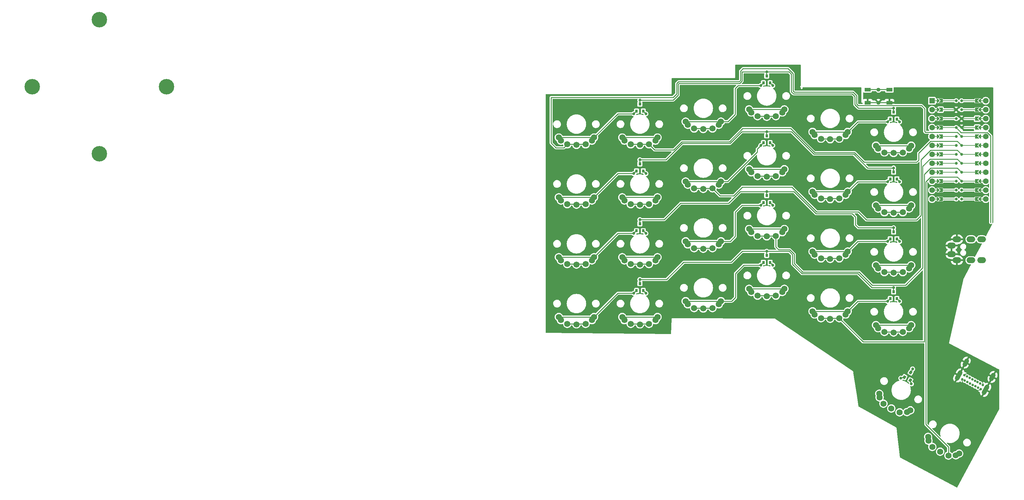
<source format=gbr>
%TF.GenerationSoftware,KiCad,Pcbnew,7.0.6*%
%TF.CreationDate,2023-11-22T22:17:55+08:00*%
%TF.ProjectId,handfull,68616e64-6675-46c6-9c2e-6b696361645f,rev?*%
%TF.SameCoordinates,Original*%
%TF.FileFunction,Copper,L1,Top*%
%TF.FilePolarity,Positive*%
%FSLAX46Y46*%
G04 Gerber Fmt 4.6, Leading zero omitted, Abs format (unit mm)*
G04 Created by KiCad (PCBNEW 7.0.6) date 2023-11-22 22:17:55*
%MOMM*%
%LPD*%
G01*
G04 APERTURE LIST*
G04 Aperture macros list*
%AMHorizOval*
0 Thick line with rounded ends*
0 $1 width*
0 $2 $3 position (X,Y) of the first rounded end (center of the circle)*
0 $4 $5 position (X,Y) of the second rounded end (center of the circle)*
0 Add line between two ends*
20,1,$1,$2,$3,$4,$5,0*
0 Add two circle primitives to create the rounded ends*
1,1,$1,$2,$3*
1,1,$1,$4,$5*%
%AMRotRect*
0 Rectangle, with rotation*
0 The origin of the aperture is its center*
0 $1 length*
0 $2 width*
0 $3 Rotation angle, in degrees counterclockwise*
0 Add horizontal line*
21,1,$1,$2,0,0,$3*%
%AMFreePoly0*
4,1,41,0.142350,0.531259,0.275000,0.476314,0.388909,0.388909,0.476314,0.275000,0.531259,0.142350,0.533280,0.127000,3.200000,0.127000,3.235780,0.121856,3.295980,0.083167,3.325707,0.018074,3.315523,-0.052758,3.268661,-0.106839,3.200000,-0.127000,0.533280,-0.127000,0.531259,-0.142350,0.476314,-0.275000,0.388909,-0.388909,0.275000,-0.476314,0.142350,-0.531259,0.000000,-0.550000,
-0.142350,-0.531259,-0.275000,-0.476314,-0.388909,-0.388909,-0.476314,-0.275000,-0.531259,-0.142350,-0.533280,-0.127000,-3.200000,-0.127000,-3.235780,-0.121856,-3.295980,-0.083167,-3.325707,-0.018074,-3.315523,0.052758,-3.268661,0.106839,-3.200000,0.127000,-0.533280,0.127000,-0.531259,0.142350,-0.476314,0.275000,-0.388909,0.388909,-0.275000,0.476314,-0.142350,0.531259,0.000000,0.550000,
0.142350,0.531259,0.142350,0.531259,$1*%
%AMFreePoly1*
4,1,5,0.125000,-0.500000,-0.125000,-0.500000,-0.125000,0.500000,0.125000,0.500000,0.125000,-0.500000,0.125000,-0.500000,$1*%
%AMFreePoly2*
4,1,6,0.600000,0.200000,0.000000,-0.400000,-0.600000,0.200000,-0.600000,0.400000,0.600000,0.400000,0.600000,0.200000,0.600000,0.200000,$1*%
%AMFreePoly3*
4,1,6,0.600000,-0.250000,-0.600000,-0.250000,-0.600000,1.000000,0.000000,0.400000,0.600000,1.000000,0.600000,-0.250000,0.600000,-0.250000,$1*%
%AMFreePoly4*
4,1,29,0.051927,4.177704,0.105157,4.131580,0.125000,4.064000,0.125000,0.000000,0.119937,-0.035217,0.112436,-0.046887,0.108253,-0.062500,0.091880,-0.078872,0.081858,-0.094469,0.071599,-0.099153,0.062500,-0.108253,0.036299,-0.115273,0.017789,-0.123728,0.009302,-0.122507,0.000000,-0.125000,-0.030847,-0.116734,-0.051927,-0.113704,-0.056299,-0.109914,-0.062500,-0.108253,-0.090302,-0.080450,
-0.105157,-0.067580,-0.105980,-0.064772,-0.108253,-0.062500,-0.125000,0.000000,-0.125000,4.064000,-0.119937,4.099217,-0.081858,4.158469,-0.017789,4.187728,0.051927,4.177704,0.051927,4.177704,$1*%
%AMFreePoly5*
4,1,28,0.123607,0.380423,0.235114,0.323607,0.323607,0.235114,0.380423,0.123607,0.400000,0.000000,0.380423,-0.123607,0.354361,-0.174755,0.839802,-0.660197,0.861465,-0.689135,0.876676,-0.759060,0.851668,-0.826108,0.794381,-0.868993,0.723004,-0.874097,0.660197,-0.839802,0.174755,-0.354361,0.123607,-0.380423,0.000000,-0.400000,-0.123607,-0.380423,-0.235114,-0.323607,-0.323607,-0.235114,
-0.380423,-0.123607,-0.400000,0.000000,-0.380423,0.123607,-0.323607,0.235114,-0.235114,0.323607,-0.123607,0.380423,0.000000,0.400000,0.123607,0.380423,0.123607,0.380423,$1*%
%AMFreePoly6*
4,1,28,0.826108,0.851668,0.868993,0.794381,0.874097,0.723004,0.839802,0.660197,0.354361,0.174755,0.380423,0.123607,0.400000,0.000000,0.380423,-0.123607,0.323607,-0.235114,0.235114,-0.323607,0.123607,-0.380423,0.000000,-0.400000,-0.123607,-0.380423,-0.235114,-0.323607,-0.323607,-0.235114,-0.380423,-0.123607,-0.400000,0.000000,-0.380423,0.123607,-0.323607,0.235114,-0.235114,0.323607,
-0.123607,0.380423,0.000000,0.400000,0.123607,0.380423,0.174755,0.354361,0.660197,0.839802,0.689135,0.861465,0.759060,0.876676,0.826108,0.851668,0.826108,0.851668,$1*%
%AMFreePoly7*
4,1,27,0.123607,0.380423,0.235114,0.323607,0.323607,0.235114,0.380423,0.123607,0.400000,0.000000,0.380423,-0.123607,0.323607,-0.235114,0.235114,-0.323607,0.123607,-0.380423,0.000000,-0.400000,-0.123607,-0.380423,-0.235114,-0.323607,-0.323607,-0.235114,-0.378694,-0.127000,-1.150000,-0.127000,-1.185780,-0.121856,-1.245980,-0.083167,-1.275707,-0.018074,-1.265523,0.052758,-1.218661,0.106839,
-1.150000,0.127000,-0.378694,0.127000,-0.323607,0.235114,-0.235114,0.323607,-0.123607,0.380423,0.000000,0.400000,0.123607,0.380423,0.123607,0.380423,$1*%
G04 Aperture macros list end*
%TA.AperFunction,ComponentPad*%
%ADD10C,1.750000*%
%TD*%
%TA.AperFunction,ComponentPad*%
%ADD11FreePoly0,0.000000*%
%TD*%
%TA.AperFunction,SMDPad,CuDef*%
%ADD12R,1.800000X1.100000*%
%TD*%
%TA.AperFunction,ComponentPad*%
%ADD13C,1.600000*%
%TD*%
%TA.AperFunction,SMDPad,CuDef*%
%ADD14FreePoly1,270.000000*%
%TD*%
%TA.AperFunction,SMDPad,CuDef*%
%ADD15FreePoly2,270.000000*%
%TD*%
%TA.AperFunction,SMDPad,CuDef*%
%ADD16FreePoly2,90.000000*%
%TD*%
%TA.AperFunction,SMDPad,CuDef*%
%ADD17FreePoly1,90.000000*%
%TD*%
%TA.AperFunction,ComponentPad*%
%ADD18R,1.600000X1.600000*%
%TD*%
%TA.AperFunction,SMDPad,CuDef*%
%ADD19FreePoly3,270.000000*%
%TD*%
%TA.AperFunction,SMDPad,CuDef*%
%ADD20FreePoly4,270.000000*%
%TD*%
%TA.AperFunction,ComponentPad*%
%ADD21C,0.800000*%
%TD*%
%TA.AperFunction,SMDPad,CuDef*%
%ADD22FreePoly4,90.000000*%
%TD*%
%TA.AperFunction,SMDPad,CuDef*%
%ADD23FreePoly3,90.000000*%
%TD*%
%TA.AperFunction,ComponentPad*%
%ADD24FreePoly5,90.000000*%
%TD*%
%TA.AperFunction,SMDPad,CuDef*%
%ADD25R,0.800000X0.900000*%
%TD*%
%TA.AperFunction,ComponentPad*%
%ADD26FreePoly6,90.000000*%
%TD*%
%TA.AperFunction,ComponentPad*%
%ADD27FreePoly7,90.000000*%
%TD*%
%TA.AperFunction,ComponentPad*%
%ADD28O,2.500000X1.700000*%
%TD*%
%TA.AperFunction,ComponentPad*%
%ADD29FreePoly5,61.801000*%
%TD*%
%TA.AperFunction,SMDPad,CuDef*%
%ADD30RotRect,0.900000X0.800000X61.801000*%
%TD*%
%TA.AperFunction,ComponentPad*%
%ADD31FreePoly6,61.801000*%
%TD*%
%TA.AperFunction,ComponentPad*%
%ADD32FreePoly7,61.801000*%
%TD*%
%TA.AperFunction,ComponentPad*%
%ADD33C,4.400000*%
%TD*%
%TA.AperFunction,ComponentPad*%
%ADD34C,0.700000*%
%TD*%
%TA.AperFunction,ComponentPad*%
%ADD35HorizOval,1.300000X0.448909X0.837246X-0.448909X-0.837246X0*%
%TD*%
%TA.AperFunction,ComponentPad*%
%ADD36HorizOval,1.300000X0.283521X0.528787X-0.283521X-0.528787X0*%
%TD*%
%TA.AperFunction,ViaPad*%
%ADD37C,0.800000*%
%TD*%
%TA.AperFunction,Conductor*%
%ADD38C,0.250000*%
%TD*%
G04 APERTURE END LIST*
D10*
%TO.P,K26,1,1*%
%TO.N,col5*%
X186978613Y-149717892D03*
X189199119Y-151078719D03*
X191561391Y-152175156D03*
%TO.P,K26,2,2*%
%TO.N,Net-(D14-A2)*%
X185784959Y-146865228D03*
X185888445Y-147941932D03*
X193643916Y-152100379D03*
X194597993Y-151590736D03*
%TD*%
%TO.P,K25,1,1*%
%TO.N,col4*%
X173126444Y-137438863D03*
X175346950Y-138799690D03*
X177709222Y-139896127D03*
%TO.P,K25,2,2*%
%TO.N,Net-(D14-A1)*%
X171932790Y-134586199D03*
X172036276Y-135662903D03*
X179791747Y-139821350D03*
X180745824Y-139311707D03*
%TD*%
D11*
%TO.P,SW2,1,1*%
%TO.N,reset*%
X171710000Y-48210000D03*
D12*
X168610000Y-48210000D03*
X174810000Y-48210000D03*
%TO.P,SW2,2,2*%
%TO.N,gnd*%
X168610000Y-51910000D03*
X174810000Y-51910000D03*
D11*
X171710000Y-51910000D03*
%TD*%
D13*
%TO.P,U2,*%
%TO.N,*%
X202135000Y-51363224D03*
D14*
X200865000Y-51363224D03*
D15*
X200357000Y-51363224D03*
D16*
X188673000Y-51363224D03*
D17*
X188165000Y-51363224D03*
D13*
X186895000Y-51363224D03*
D18*
X186895000Y-51363224D03*
D13*
X202135000Y-53903224D03*
D14*
X200865000Y-53903224D03*
D15*
X200357000Y-53903224D03*
D16*
X188673000Y-53903224D03*
D17*
X188165000Y-53903224D03*
D13*
X186895000Y-53903224D03*
X202135000Y-56443224D03*
D14*
X200865000Y-56443224D03*
D15*
X200357000Y-56443224D03*
D16*
X188673000Y-56443224D03*
D17*
X188165000Y-56443224D03*
D13*
X186895000Y-56443224D03*
X202135000Y-58983224D03*
D14*
X200865000Y-58983224D03*
D15*
X200357000Y-58983224D03*
D16*
X188673000Y-58983224D03*
D17*
X188165000Y-58983224D03*
D13*
X186895000Y-58983224D03*
X202135000Y-61523224D03*
D14*
X200865000Y-61523224D03*
D15*
X200357000Y-61523224D03*
D16*
X188673000Y-61523224D03*
D17*
X188165000Y-61523224D03*
D13*
X186895000Y-61523224D03*
X202135000Y-64063224D03*
D14*
X200865000Y-64063224D03*
D15*
X200357000Y-64063224D03*
D16*
X188673000Y-64063224D03*
D17*
X188165000Y-64063224D03*
D13*
X186895000Y-64063224D03*
X202135000Y-66603224D03*
D14*
X200865000Y-66603224D03*
D15*
X200357000Y-66603224D03*
D16*
X188673000Y-66603224D03*
D17*
X188165000Y-66603224D03*
D13*
X186895000Y-66603224D03*
X202135000Y-69143224D03*
D14*
X200865000Y-69143224D03*
D15*
X200357000Y-69143224D03*
D16*
X188673000Y-69143224D03*
D17*
X188165000Y-69143224D03*
D13*
X186895000Y-69143224D03*
X202135000Y-71683224D03*
D14*
X200865000Y-71683224D03*
D15*
X200357000Y-71683224D03*
D16*
X188673000Y-71683224D03*
D17*
X188165000Y-71683224D03*
D13*
X186895000Y-71683224D03*
X202135000Y-74223224D03*
D14*
X200865000Y-74223224D03*
D15*
X200357000Y-74223224D03*
D16*
X188673000Y-74223224D03*
D17*
X188165000Y-74223224D03*
D13*
X186895000Y-74223224D03*
X202135000Y-76763224D03*
D14*
X200865000Y-76763224D03*
D15*
X200357000Y-76763224D03*
D16*
X188673000Y-76763224D03*
D17*
X188165000Y-76763224D03*
D13*
X186895000Y-76763224D03*
X202135000Y-79303224D03*
D14*
X200865000Y-79303224D03*
D15*
X200357000Y-79303224D03*
D16*
X188673000Y-79303224D03*
D17*
X188165000Y-79303224D03*
D13*
X186895000Y-79303224D03*
D19*
%TO.P,U2,1,TX0/PD3*%
%TO.N,dataT*%
X199341000Y-51363224D03*
D20*
X195277000Y-51363224D03*
D21*
X195277000Y-51363224D03*
D19*
%TO.P,U2,2,RX1/PD2*%
%TO.N,dataR*%
X199341000Y-53903224D03*
D20*
X195277000Y-53903224D03*
D21*
X195277000Y-53903224D03*
D19*
%TO.P,U2,3,GND*%
%TO.N,gnd*%
X199341000Y-56443224D03*
D20*
X195277000Y-56443224D03*
D21*
X195277000Y-56443224D03*
D19*
%TO.P,U2,4,GND*%
X199341000Y-58983224D03*
D20*
X195277000Y-58983224D03*
D21*
X195277000Y-58983224D03*
D19*
%TO.P,U2,5,2/PD1*%
%TO.N,col0*%
X199341000Y-61523224D03*
D20*
X195277000Y-61523224D03*
D21*
X195277000Y-61523224D03*
D19*
%TO.P,U2,6,3/PD0*%
%TO.N,col1*%
X199341000Y-64063224D03*
D20*
X195277000Y-64063224D03*
D21*
X195277000Y-64063224D03*
D19*
%TO.P,U2,7,4/PD4*%
%TO.N,col2*%
X199341000Y-66603224D03*
D20*
X195277000Y-66603224D03*
D21*
X195277000Y-66603224D03*
D19*
%TO.P,U2,8,5/PC6*%
%TO.N,col3*%
X199341000Y-69143224D03*
D20*
X195277000Y-69143224D03*
D21*
X195277000Y-69143224D03*
D19*
%TO.P,U2,9,6/PD7*%
%TO.N,col4*%
X199341000Y-71683224D03*
D20*
X195277000Y-71683224D03*
D21*
X195277000Y-71683224D03*
D19*
%TO.P,U2,10,7/PE6*%
%TO.N,col5*%
X199341000Y-74223224D03*
D20*
X195277000Y-74223224D03*
D21*
X195277000Y-74223224D03*
D19*
%TO.P,U2,11,8/PB4*%
%TO.N,unconnected-(U2-8{slash}PB4-Pad11)*%
X199341000Y-76763224D03*
D20*
X195277000Y-76763224D03*
D21*
X195277000Y-76763224D03*
D19*
%TO.P,U2,12,9/PB5*%
%TO.N,unconnected-(U2-9{slash}PB5-Pad12)*%
X199341000Y-79303224D03*
D20*
X195277000Y-79303224D03*
D21*
X195277000Y-79303224D03*
D22*
%TO.P,U2,13,10/PB6*%
%TO.N,unconnected-(U2-10{slash}PB6-Pad13)*%
X193753000Y-79303224D03*
D21*
X193753000Y-79303224D03*
D23*
X189689000Y-79303224D03*
D22*
%TO.P,U2,14,16/PB2*%
%TO.N,unconnected-(U2-16{slash}PB2-Pad14)*%
X193753000Y-76763224D03*
D21*
X193753000Y-76763224D03*
D23*
X189689000Y-76763224D03*
D22*
%TO.P,U2,15,14/PB3*%
%TO.N,unconnected-(U2-14{slash}PB3-Pad15)*%
X193753000Y-74223224D03*
D21*
X193753000Y-74223224D03*
D23*
X189689000Y-74223224D03*
D22*
%TO.P,U2,16,15/PB1*%
%TO.N,row4*%
X193753000Y-71683224D03*
D21*
X193753000Y-71683224D03*
D23*
X189689000Y-71683224D03*
D22*
%TO.P,U2,17,A0/PF7*%
%TO.N,row3*%
X193753000Y-69143224D03*
D21*
X193753000Y-69143224D03*
D23*
X189689000Y-69143224D03*
D22*
%TO.P,U2,18,A1/PF6*%
%TO.N,row2*%
X193753000Y-66603224D03*
D21*
X193753000Y-66603224D03*
D23*
X189689000Y-66603224D03*
D22*
%TO.P,U2,19,A2/PF5*%
%TO.N,row1*%
X193753000Y-64063224D03*
D21*
X193753000Y-64063224D03*
D23*
X189689000Y-64063224D03*
D22*
%TO.P,U2,20,A3/PF4*%
%TO.N,row0*%
X193753000Y-61523224D03*
D21*
X193753000Y-61523224D03*
D23*
X189689000Y-61523224D03*
D22*
%TO.P,U2,21,VCC*%
%TO.N,vcc*%
X193753000Y-58983224D03*
D21*
X193753000Y-58983224D03*
D23*
X189689000Y-58983224D03*
D22*
%TO.P,U2,22,RST*%
%TO.N,reset*%
X193753000Y-56443224D03*
D21*
X193753000Y-56443224D03*
D23*
X189689000Y-56443224D03*
D22*
%TO.P,U2,23,GND*%
%TO.N,gnd*%
X193753000Y-53903224D03*
D21*
X193753000Y-53903224D03*
D23*
X189689000Y-53903224D03*
D22*
%TO.P,U2,24,B0*%
%TO.N,unconnected-(U2-B0-Pad24)*%
X193753000Y-51363224D03*
D21*
X193753000Y-51363224D03*
D23*
X189689000Y-51363224D03*
%TD*%
D10*
%TO.P,K3,1,1*%
%TO.N,col0*%
X83400000Y-97750000D03*
X86000000Y-97900000D03*
X88600000Y-97750000D03*
%TO.P,K3,2,2*%
%TO.N,Net-(D3-A1)*%
X81000000Y-95800000D03*
X81600000Y-96700000D03*
X90400000Y-96700000D03*
X91000000Y-95800000D03*
%TD*%
%TO.P,K7,1,1*%
%TO.N,col1*%
X101400000Y-97750000D03*
X104000000Y-97900000D03*
X106600000Y-97750000D03*
%TO.P,K7,2,2*%
%TO.N,Net-(D3-A2)*%
X99000000Y-95800000D03*
X99600000Y-96700000D03*
X108400000Y-96700000D03*
X109000000Y-95800000D03*
%TD*%
%TO.P,K16,1,1*%
%TO.N,col3*%
X137400000Y-106750000D03*
X140000000Y-106900000D03*
X142600000Y-106750000D03*
%TO.P,K16,2,2*%
%TO.N,Net-(D5-A2)*%
X135000000Y-104800000D03*
X135600000Y-105700000D03*
X144400000Y-105700000D03*
X145000000Y-104800000D03*
%TD*%
%TO.P,K17,1,1*%
%TO.N,col4*%
X155400000Y-62150000D03*
X158000000Y-62300000D03*
X160600000Y-62150000D03*
%TO.P,K17,2,2*%
%TO.N,Net-(D10-A1)*%
X153000000Y-60200000D03*
X153600000Y-61100000D03*
X162400000Y-61100000D03*
X163000000Y-60200000D03*
%TD*%
%TO.P,K11,1,1*%
%TO.N,col2*%
X119400000Y-93250000D03*
X122000000Y-93400000D03*
X124600000Y-93250000D03*
%TO.P,K11,2,2*%
%TO.N,Net-(D8-A1)*%
X117000000Y-91300000D03*
X117600000Y-92200000D03*
X126400000Y-92200000D03*
X127000000Y-91300000D03*
%TD*%
%TO.P,K5,1,1*%
%TO.N,col1*%
X101400000Y-63750000D03*
X104000000Y-63900000D03*
X106600000Y-63750000D03*
%TO.P,K5,2,2*%
%TO.N,Net-(D1-A2)*%
X99000000Y-61800000D03*
X99600000Y-62700000D03*
X108400000Y-62700000D03*
X109000000Y-61800000D03*
%TD*%
D24*
%TO.P,D4,1,A1*%
%TO.N,Net-(D4-A1)*%
X102300000Y-106050000D03*
D25*
X103050000Y-105300000D03*
%TO.P,D4,2,A2*%
%TO.N,Net-(D4-A2)*%
X104950000Y-105300000D03*
D26*
X105700000Y-106050000D03*
D27*
%TO.P,D4,3,K*%
%TO.N,row3*%
X104000000Y-102150000D03*
D25*
X104000000Y-103300000D03*
%TD*%
D24*
%TO.P,D10,1,A1*%
%TO.N,Net-(D10-A1)*%
X174300000Y-57350000D03*
D25*
X175050000Y-56600000D03*
%TO.P,D10,2,A2*%
%TO.N,Net-(D10-A2)*%
X176950000Y-56600000D03*
D26*
X177700000Y-57350000D03*
D27*
%TO.P,D10,3,K*%
%TO.N,row0*%
X176000000Y-53450000D03*
D25*
X176000000Y-54600000D03*
%TD*%
D10*
%TO.P,K23,1,1*%
%TO.N,col5*%
X173400000Y-100050000D03*
X176000000Y-100200000D03*
X178600000Y-100050000D03*
%TO.P,K23,2,2*%
%TO.N,Net-(D12-A2)*%
X171000000Y-98100000D03*
X171600000Y-99000000D03*
X180400000Y-99000000D03*
X181000000Y-98100000D03*
%TD*%
%TO.P,K14,1,1*%
%TO.N,col3*%
X137400000Y-72750000D03*
X140000000Y-72900000D03*
X142600000Y-72750000D03*
%TO.P,K14,2,2*%
%TO.N,Net-(D7-A2)*%
X135000000Y-70800000D03*
X135600000Y-71700000D03*
X144400000Y-71700000D03*
X145000000Y-70800000D03*
%TD*%
D28*
%TO.P,J5,S,Sleeve*%
%TO.N,gnd*%
X192460000Y-92470000D03*
%TO.P,J5,T,Tip*%
X193960000Y-96670000D03*
%TO.P,J5,R1,Ring1*%
%TO.N,dataT*%
X197960000Y-96670000D03*
%TO.P,J5,R2,Ring2*%
%TO.N,vcc*%
X200960000Y-96670000D03*
%TO.P,J5,R1,Ring1*%
%TO.N,dataT*%
X197960000Y-90720000D03*
%TO.P,J5,R2,Ring2*%
%TO.N,vcc*%
X200960000Y-90720000D03*
%TO.P,J5,S,Sleeve*%
%TO.N,gnd*%
X192460000Y-94920000D03*
%TO.P,J5,T,Tip*%
X193960000Y-90720000D03*
%TD*%
D10*
%TO.P,K18,1,1*%
%TO.N,col4*%
X155400000Y-79150000D03*
X158000000Y-79300000D03*
X160600000Y-79150000D03*
%TO.P,K18,2,2*%
%TO.N,Net-(D11-A1)*%
X153000000Y-77200000D03*
X153600000Y-78100000D03*
X162400000Y-78100000D03*
X163000000Y-77200000D03*
%TD*%
%TO.P,K10,1,1*%
%TO.N,col2*%
X119400000Y-76250000D03*
X122000000Y-76400000D03*
X124600000Y-76250000D03*
%TO.P,K10,2,2*%
%TO.N,Net-(D7-A1)*%
X117000000Y-74300000D03*
X117600000Y-75200000D03*
X126400000Y-75200000D03*
X127000000Y-74300000D03*
%TD*%
%TO.P,K6,1,1*%
%TO.N,col1*%
X101400000Y-80750000D03*
X104000000Y-80900000D03*
X106600000Y-80750000D03*
%TO.P,K6,2,2*%
%TO.N,Net-(D2-A2)*%
X99000000Y-78800000D03*
X99600000Y-79700000D03*
X108400000Y-79700000D03*
X109000000Y-78800000D03*
%TD*%
D29*
%TO.P,D14,1,A1*%
%TO.N,Net-(D14-A1)*%
X178042114Y-130191266D03*
D30*
X179057500Y-129884684D03*
%TO.P,D14,2,A2*%
%TO.N,Net-(D14-A2)*%
X180731992Y-130782501D03*
D31*
X181038574Y-131797887D03*
D32*
%TO.P,D14,3,K*%
%TO.N,row4*%
X181383232Y-127557461D03*
D30*
X180839816Y-128570969D03*
%TD*%
D24*
%TO.P,D1,1,A1*%
%TO.N,Net-(D1-A1)*%
X102300000Y-55050000D03*
D25*
X103050000Y-54300000D03*
%TO.P,D1,2,A2*%
%TO.N,Net-(D1-A2)*%
X104950000Y-54300000D03*
D26*
X105700000Y-55050000D03*
D27*
%TO.P,D1,3,K*%
%TO.N,row0*%
X104000000Y-51150000D03*
D25*
X104000000Y-52300000D03*
%TD*%
D10*
%TO.P,K12,1,1*%
%TO.N,col2*%
X119400000Y-110250000D03*
X122000000Y-110400000D03*
X124600000Y-110250000D03*
%TO.P,K12,2,2*%
%TO.N,Net-(D5-A1)*%
X117000000Y-108300000D03*
X117600000Y-109200000D03*
X126400000Y-109200000D03*
X127000000Y-108300000D03*
%TD*%
D24*
%TO.P,D5,1,A1*%
%TO.N,Net-(D5-A1)*%
X138300000Y-98050000D03*
D25*
X139050000Y-97300000D03*
%TO.P,D5,2,A2*%
%TO.N,Net-(D5-A2)*%
X140950000Y-97300000D03*
D26*
X141700000Y-98050000D03*
D27*
%TO.P,D5,3,K*%
%TO.N,row3*%
X140000000Y-94150000D03*
D25*
X140000000Y-95300000D03*
%TD*%
D10*
%TO.P,K22,1,1*%
%TO.N,col5*%
X173400000Y-83050000D03*
X176000000Y-83200000D03*
X178600000Y-83050000D03*
%TO.P,K22,2,2*%
%TO.N,Net-(D11-A2)*%
X171000000Y-81100000D03*
X171600000Y-82000000D03*
X180400000Y-82000000D03*
X181000000Y-81100000D03*
%TD*%
D33*
%TO.P,H13,*%
%TO.N,*%
X-68455000Y-47330000D03*
X-30355000Y-47330000D03*
X-49405000Y-66380000D03*
X-49405000Y-28280000D03*
%TD*%
D10*
%TO.P,K20,1,1*%
%TO.N,col4*%
X155400000Y-113150000D03*
X158000000Y-113300000D03*
X160600000Y-113150000D03*
%TO.P,K20,2,2*%
%TO.N,Net-(D9-A1)*%
X153000000Y-111200000D03*
X153600000Y-112100000D03*
X162400000Y-112100000D03*
X163000000Y-111200000D03*
%TD*%
%TO.P,K15,1,1*%
%TO.N,col3*%
X137400000Y-89750000D03*
X140000000Y-89900000D03*
X142600000Y-89750000D03*
%TO.P,K15,2,2*%
%TO.N,Net-(D8-A2)*%
X135000000Y-87800000D03*
X135600000Y-88700000D03*
X144400000Y-88700000D03*
X145000000Y-87800000D03*
%TD*%
%TO.P,K4,1,1*%
%TO.N,col0*%
X83400000Y-114750000D03*
X86000000Y-114900000D03*
X88600000Y-114750000D03*
%TO.P,K4,2,2*%
%TO.N,Net-(D4-A1)*%
X81000000Y-112800000D03*
X81600000Y-113700000D03*
X90400000Y-113700000D03*
X91000000Y-112800000D03*
%TD*%
%TO.P,K21,1,1*%
%TO.N,col5*%
X173400000Y-66050000D03*
X176000000Y-66200000D03*
X178600000Y-66050000D03*
%TO.P,K21,2,2*%
%TO.N,Net-(D10-A2)*%
X171000000Y-64100000D03*
X171600000Y-65000000D03*
X180400000Y-65000000D03*
X181000000Y-64100000D03*
%TD*%
%TO.P,K13,1,1*%
%TO.N,col3*%
X137400000Y-55750000D03*
X140000000Y-55900000D03*
X142600000Y-55750000D03*
%TO.P,K13,2,2*%
%TO.N,Net-(D6-A2)*%
X135000000Y-53800000D03*
X135600000Y-54700000D03*
X144400000Y-54700000D03*
X145000000Y-53800000D03*
%TD*%
%TO.P,K2,1,1*%
%TO.N,col0*%
X83400000Y-80750000D03*
X86000000Y-80900000D03*
X88600000Y-80750000D03*
%TO.P,K2,2,2*%
%TO.N,Net-(D2-A1)*%
X81000000Y-78800000D03*
X81600000Y-79700000D03*
X90400000Y-79700000D03*
X91000000Y-78800000D03*
%TD*%
D24*
%TO.P,D6,1,A1*%
%TO.N,Net-(D6-A1)*%
X138300000Y-47050000D03*
D25*
X139050000Y-46300000D03*
%TO.P,D6,2,A2*%
%TO.N,Net-(D6-A2)*%
X140950000Y-46300000D03*
D26*
X141700000Y-47050000D03*
D27*
%TO.P,D6,3,K*%
%TO.N,row0*%
X140000000Y-43150000D03*
D25*
X140000000Y-44300000D03*
%TD*%
D10*
%TO.P,K1,1,1*%
%TO.N,col0*%
X83400000Y-63750000D03*
X86000000Y-63900000D03*
X88600000Y-63750000D03*
%TO.P,K1,2,2*%
%TO.N,Net-(D1-A1)*%
X81000000Y-61800000D03*
X81600000Y-62700000D03*
X90400000Y-62700000D03*
X91000000Y-61800000D03*
%TD*%
D24*
%TO.P,D8,1,A1*%
%TO.N,Net-(D8-A1)*%
X138300000Y-81050000D03*
D25*
X139050000Y-80300000D03*
%TO.P,D8,2,A2*%
%TO.N,Net-(D8-A2)*%
X140950000Y-80300000D03*
D26*
X141700000Y-81050000D03*
D27*
%TO.P,D8,3,K*%
%TO.N,row2*%
X140000000Y-77150000D03*
D25*
X140000000Y-78300000D03*
%TD*%
D10*
%TO.P,K24,1,1*%
%TO.N,col5*%
X173400000Y-117050000D03*
X176000000Y-117200000D03*
X178600000Y-117050000D03*
%TO.P,K24,2,2*%
%TO.N,Net-(D9-A2)*%
X171000000Y-115100000D03*
X171600000Y-116000000D03*
X180400000Y-116000000D03*
X181000000Y-115100000D03*
%TD*%
D24*
%TO.P,D11,1,A1*%
%TO.N,Net-(D11-A1)*%
X174300000Y-74350000D03*
D25*
X175050000Y-73600000D03*
%TO.P,D11,2,A2*%
%TO.N,Net-(D11-A2)*%
X176950000Y-73600000D03*
D26*
X177700000Y-74350000D03*
D27*
%TO.P,D11,3,K*%
%TO.N,row1*%
X176000000Y-70450000D03*
D25*
X176000000Y-71600000D03*
%TD*%
D24*
%TO.P,D9,1,A1*%
%TO.N,Net-(D9-A1)*%
X174300000Y-108350000D03*
D25*
X175050000Y-107600000D03*
%TO.P,D9,2,A2*%
%TO.N,Net-(D9-A2)*%
X176950000Y-107600000D03*
D26*
X177700000Y-108350000D03*
D27*
%TO.P,D9,3,K*%
%TO.N,row3*%
X176000000Y-104450000D03*
D25*
X176000000Y-105600000D03*
%TD*%
D10*
%TO.P,K19,1,1*%
%TO.N,col4*%
X155400000Y-96150000D03*
X158000000Y-96300000D03*
X160600000Y-96150000D03*
%TO.P,K19,2,2*%
%TO.N,Net-(D12-A1)*%
X153000000Y-94200000D03*
X153600000Y-95100000D03*
X162400000Y-95100000D03*
X163000000Y-94200000D03*
%TD*%
D24*
%TO.P,D2,1,A1*%
%TO.N,Net-(D2-A1)*%
X102300000Y-72050000D03*
D25*
X103050000Y-71300000D03*
%TO.P,D2,2,A2*%
%TO.N,Net-(D2-A2)*%
X104950000Y-71300000D03*
D26*
X105700000Y-72050000D03*
D27*
%TO.P,D2,3,K*%
%TO.N,row1*%
X104000000Y-68150000D03*
D25*
X104000000Y-69300000D03*
%TD*%
D10*
%TO.P,K9,1,1*%
%TO.N,col2*%
X119400000Y-59250000D03*
X122000000Y-59400000D03*
X124600000Y-59250000D03*
%TO.P,K9,2,2*%
%TO.N,Net-(D6-A1)*%
X117000000Y-57300000D03*
X117600000Y-58200000D03*
X126400000Y-58200000D03*
X127000000Y-57300000D03*
%TD*%
D34*
%TO.P,J2,A1,GND*%
%TO.N,gnd*%
X200687007Y-133297827D03*
%TO.P,J2,A4,VBUS*%
%TO.N,vcc*%
X199937892Y-132896172D03*
%TO.P,J2,A5,CC1*%
%TO.N,unconnected-(J2-CC1-PadA5)*%
X199188777Y-132494517D03*
%TO.P,J2,A6,D+*%
%TO.N,dataR*%
X198439662Y-132092862D03*
%TO.P,J2,A7,D-*%
%TO.N,dataT*%
X197690547Y-131691207D03*
%TO.P,J2,A8,SBU1*%
%TO.N,unconnected-(J2-SBU1-PadA8)*%
X196941432Y-131289552D03*
%TO.P,J2,A9,VBUS*%
%TO.N,vcc*%
X196192317Y-130887897D03*
%TO.P,J2,A12,GND*%
%TO.N,gnd*%
X195443202Y-130486242D03*
%TO.P,J2,B1,GND*%
X196081125Y-129296471D03*
%TO.P,J2,B4,VBUS*%
%TO.N,vcc*%
X196830240Y-129698126D03*
%TO.P,J2,B5,CC2*%
%TO.N,unconnected-(J2-CC2-PadB5)*%
X197579355Y-130099781D03*
%TO.P,J2,B6,D+*%
%TO.N,dataR*%
X198328470Y-130501436D03*
%TO.P,J2,B7,D-*%
%TO.N,dataT*%
X199077585Y-130903091D03*
%TO.P,J2,B8,SBU2*%
%TO.N,unconnected-(J2-SBU2-PadB8)*%
X199826700Y-131304746D03*
%TO.P,J2,B9,VBUS*%
%TO.N,vcc*%
X200575814Y-131706401D03*
%TO.P,J2,B12,GND*%
%TO.N,gnd*%
X201324929Y-132108056D03*
D35*
%TO.P,J2,S1,SHIELD*%
X202108639Y-133492732D03*
D36*
X204069660Y-129835288D03*
D35*
X194494105Y-129410026D03*
D36*
X196455127Y-125752582D03*
%TD*%
D24*
%TO.P,D3,1,A1*%
%TO.N,Net-(D3-A1)*%
X102300000Y-89050000D03*
D25*
X103050000Y-88300000D03*
%TO.P,D3,2,A2*%
%TO.N,Net-(D3-A2)*%
X104950000Y-88300000D03*
D26*
X105700000Y-89050000D03*
D27*
%TO.P,D3,3,K*%
%TO.N,row2*%
X104000000Y-85150000D03*
D25*
X104000000Y-86300000D03*
%TD*%
D24*
%TO.P,D7,1,A1*%
%TO.N,Net-(D7-A1)*%
X138300000Y-64050000D03*
D25*
X139050000Y-63300000D03*
%TO.P,D7,2,A2*%
%TO.N,Net-(D7-A2)*%
X140950000Y-63300000D03*
D26*
X141700000Y-64050000D03*
D27*
%TO.P,D7,3,K*%
%TO.N,row1*%
X140000000Y-60150000D03*
D25*
X140000000Y-61300000D03*
%TD*%
D10*
%TO.P,K8,1,1*%
%TO.N,col1*%
X101400000Y-114750000D03*
X104000000Y-114900000D03*
X106600000Y-114750000D03*
%TO.P,K8,2,2*%
%TO.N,Net-(D4-A2)*%
X99000000Y-112800000D03*
X99600000Y-113700000D03*
X108400000Y-113700000D03*
X109000000Y-112800000D03*
%TD*%
D24*
%TO.P,D12,1,A1*%
%TO.N,Net-(D12-A1)*%
X174300000Y-91350000D03*
D25*
X175050000Y-90600000D03*
%TO.P,D12,2,A2*%
%TO.N,Net-(D12-A2)*%
X176950000Y-90600000D03*
D26*
X177700000Y-91350000D03*
D27*
%TO.P,D12,3,K*%
%TO.N,row2*%
X176000000Y-87450000D03*
D25*
X176000000Y-88600000D03*
%TD*%
D37*
%TO.N,gnd*%
X193100000Y-102860000D03*
X183840000Y-53760000D03*
%TD*%
D38*
%TO.N,col3*%
X142600000Y-92920000D02*
X142600000Y-89750000D01*
X146550000Y-93700000D02*
X143380000Y-93700000D01*
X147790000Y-94940000D02*
X146550000Y-93700000D01*
X147790000Y-97613604D02*
X147790000Y-94940000D01*
X150196396Y-100020000D02*
X147790000Y-97613604D01*
X166210000Y-100020000D02*
X150196396Y-100020000D01*
X179375000Y-103725000D02*
X169915000Y-103725000D01*
X169915000Y-103725000D02*
X166210000Y-100020000D01*
X184250000Y-98850000D02*
X179375000Y-103725000D01*
X184250000Y-69980000D02*
X184250000Y-98850000D01*
X186298776Y-67931224D02*
X184250000Y-69980000D01*
X143380000Y-93700000D02*
X142600000Y-92920000D01*
X194065000Y-67931224D02*
X186298776Y-67931224D01*
X195277000Y-69143224D02*
X194065000Y-67931224D01*
%TO.N,col2*%
X126740000Y-78390000D02*
X124600000Y-76250000D01*
X130593604Y-78390000D02*
X126740000Y-78390000D01*
X133113604Y-75870000D02*
X130593604Y-78390000D01*
X147100000Y-75870000D02*
X133113604Y-75870000D01*
X166040000Y-82970000D02*
X154200000Y-82970000D01*
X168300000Y-85230000D02*
X166040000Y-82970000D01*
X183800000Y-83940000D02*
X182510000Y-85230000D01*
X182510000Y-85230000D02*
X168300000Y-85230000D01*
X183800000Y-68100000D02*
X183800000Y-83940000D01*
X186508776Y-65391224D02*
X183800000Y-68100000D01*
X195277000Y-66603224D02*
X194065000Y-65391224D01*
X154200000Y-82970000D02*
X147100000Y-75870000D01*
X194065000Y-65391224D02*
X186508776Y-65391224D01*
%TO.N,col1*%
X108210000Y-65360000D02*
X106600000Y-63750000D01*
X113563604Y-65360000D02*
X108210000Y-65360000D01*
X115873604Y-63050000D02*
X113563604Y-65360000D01*
X129400000Y-63050000D02*
X115873604Y-63050000D01*
X133200000Y-59250000D02*
X129400000Y-63050000D01*
X146790000Y-59250000D02*
X133200000Y-59250000D01*
X153620000Y-66080000D02*
X146790000Y-59250000D01*
X164906396Y-66080000D02*
X153620000Y-66080000D01*
X182550000Y-68810000D02*
X167636396Y-68810000D01*
X183080000Y-66287233D02*
X183080000Y-68280000D01*
X186516009Y-62851224D02*
X183080000Y-66287233D01*
X183080000Y-68280000D02*
X182550000Y-68810000D01*
X194065000Y-62851224D02*
X186516009Y-62851224D01*
X167636396Y-68810000D02*
X164906396Y-66080000D01*
X195277000Y-64063224D02*
X194065000Y-62851224D01*
%TO.N,vcc*%
X203560000Y-61350000D02*
X203560000Y-86010000D01*
X202608224Y-60398224D02*
X203560000Y-61350000D01*
X195168000Y-60398224D02*
X202608224Y-60398224D01*
X193753000Y-58983224D02*
X195168000Y-60398224D01*
%TO.N,row0*%
X166040000Y-53450000D02*
X176000000Y-53450000D01*
X165020000Y-52430000D02*
X166040000Y-53450000D01*
X146994100Y-43804100D02*
X146994100Y-48774100D01*
X114910000Y-46640000D02*
X115130000Y-46420000D01*
X115130000Y-46420000D02*
X132300000Y-46420000D01*
X147600000Y-49380000D02*
X164273604Y-49380000D01*
X104000000Y-51150000D02*
X113470000Y-51150000D01*
X114910000Y-49710000D02*
X114910000Y-46640000D01*
X132980000Y-43150000D02*
X140000000Y-43150000D01*
X146340000Y-43150000D02*
X146994100Y-43804100D01*
X113470000Y-51150000D02*
X114910000Y-49710000D01*
X140000000Y-43150000D02*
X146340000Y-43150000D01*
X165020000Y-50126396D02*
X165020000Y-52430000D01*
X146994100Y-48774100D02*
X147600000Y-49380000D01*
X132300000Y-46420000D02*
X132980000Y-45740000D01*
X132980000Y-45740000D02*
X132980000Y-43150000D01*
X164273604Y-49380000D02*
X165020000Y-50126396D01*
%TO.N,row1*%
X139990000Y-60140000D02*
X140000000Y-60150000D01*
X132946396Y-60140000D02*
X139990000Y-60140000D01*
X140000000Y-60150000D02*
X147053604Y-60150000D01*
X104000000Y-68150000D02*
X111410000Y-68150000D01*
X116060000Y-63500000D02*
X129586396Y-63500000D01*
X111410000Y-68150000D02*
X116060000Y-63500000D01*
X164720000Y-66530000D02*
X168640000Y-70450000D01*
X129586396Y-63500000D02*
X132946396Y-60140000D01*
X153433604Y-66530000D02*
X164720000Y-66530000D01*
X147053604Y-60150000D02*
X153433604Y-66530000D01*
X168640000Y-70450000D02*
X176000000Y-70450000D01*
%TO.N,row2*%
X132470000Y-77150000D02*
X140000000Y-77150000D01*
X165200000Y-86630000D02*
X165200000Y-84400000D01*
X110860000Y-85150000D02*
X115570000Y-80440000D01*
X129180000Y-80440000D02*
X132470000Y-77150000D01*
X115570000Y-80440000D02*
X129180000Y-80440000D01*
X165200000Y-84400000D02*
X164230000Y-83430000D01*
X166020000Y-87450000D02*
X165200000Y-86630000D01*
X154023604Y-83430000D02*
X147743604Y-77150000D01*
X164230000Y-83430000D02*
X154023604Y-83430000D01*
X176000000Y-87450000D02*
X166020000Y-87450000D01*
X104000000Y-85150000D02*
X110860000Y-85150000D01*
X147743604Y-77150000D02*
X140000000Y-77150000D01*
%TO.N,row3*%
X169850000Y-104450000D02*
X176000000Y-104450000D01*
X147340000Y-95126396D02*
X147340000Y-97800000D01*
X165870000Y-100470000D02*
X169850000Y-104450000D01*
X111530000Y-102150000D02*
X116420000Y-97260000D01*
X147340000Y-97800000D02*
X150010000Y-100470000D01*
X104000000Y-102150000D02*
X111530000Y-102150000D01*
X116420000Y-97260000D02*
X129950000Y-97260000D01*
X129950000Y-97260000D02*
X133060000Y-94150000D01*
X150010000Y-100470000D02*
X165870000Y-100470000D01*
X146363604Y-94150000D02*
X147340000Y-95126396D01*
X133060000Y-94150000D02*
X140000000Y-94150000D01*
X140000000Y-94150000D02*
X146363604Y-94150000D01*
%TO.N,col5*%
X173400000Y-83050000D02*
X178600000Y-83050000D01*
X173400000Y-117050000D02*
X178600000Y-117050000D01*
X173400000Y-100050000D02*
X178600000Y-100050000D01*
X185150000Y-74377233D02*
X185150000Y-143310000D01*
X185150000Y-143310000D02*
X191561391Y-149721391D01*
X194065000Y-73011224D02*
X195277000Y-74223224D01*
X185150000Y-74377233D02*
X186516009Y-73011224D01*
X173400000Y-66050000D02*
X178600000Y-66050000D01*
X191561391Y-149721391D02*
X191561391Y-152175156D01*
X186516009Y-73011224D02*
X194065000Y-73011224D01*
%TO.N,col4*%
X167330000Y-119880000D02*
X184700000Y-119880000D01*
X155400000Y-62150000D02*
X160600000Y-62150000D01*
X155400000Y-113150000D02*
X160600000Y-113150000D01*
X186516009Y-70471224D02*
X194065000Y-70471224D01*
X160600000Y-113150000D02*
X167330000Y-119880000D01*
X184700000Y-72287233D02*
X186516009Y-70471224D01*
X155400000Y-79150000D02*
X160600000Y-79150000D01*
X184700000Y-119880000D02*
X184700000Y-72287233D01*
X155400000Y-96150000D02*
X160600000Y-96150000D01*
X194065000Y-70471224D02*
X195277000Y-71683224D01*
%TO.N,col3*%
X137400000Y-72750000D02*
X142600000Y-72750000D01*
X137400000Y-89750000D02*
X142600000Y-89750000D01*
X137400000Y-106750000D02*
X142600000Y-106750000D01*
X137400000Y-55750000D02*
X142600000Y-55750000D01*
%TO.N,col2*%
X119400000Y-110250000D02*
X124600000Y-110250000D01*
X119400000Y-59250000D02*
X124600000Y-59250000D01*
X119400000Y-93250000D02*
X124600000Y-93250000D01*
X119400000Y-76250000D02*
X124600000Y-76250000D01*
%TO.N,col1*%
X101400000Y-63750000D02*
X106600000Y-63750000D01*
X101400000Y-114750000D02*
X106600000Y-114750000D01*
X101400000Y-80750000D02*
X106600000Y-80750000D01*
X101400000Y-97750000D02*
X106600000Y-97750000D01*
%TO.N,col0*%
X83400000Y-97750000D02*
X88600000Y-97750000D01*
X185021224Y-60311224D02*
X184800000Y-60090000D01*
X194065000Y-60311224D02*
X185021224Y-60311224D01*
X132113604Y-45970000D02*
X114943604Y-45970000D01*
X165470000Y-52243604D02*
X165470000Y-49940000D01*
X83400000Y-80750000D02*
X88600000Y-80750000D01*
X147444100Y-48587704D02*
X147444100Y-43617704D01*
X164460000Y-48930000D02*
X147786396Y-48930000D01*
X147444100Y-43617704D02*
X146056396Y-42230000D01*
X146056396Y-42230000D02*
X133263604Y-42230000D01*
X78780000Y-50390000D02*
X78780000Y-63310000D01*
X132530000Y-45553604D02*
X132113604Y-45970000D01*
X132530000Y-42963604D02*
X132530000Y-45553604D01*
X80190000Y-64720000D02*
X82430000Y-64720000D01*
X133263604Y-42230000D02*
X132530000Y-42963604D01*
X114460000Y-49370000D02*
X113440000Y-50390000D01*
X183930000Y-52740000D02*
X176315305Y-52740000D01*
X78780000Y-63310000D02*
X80190000Y-64720000D01*
X83400000Y-114750000D02*
X88600000Y-114750000D01*
X147786396Y-48930000D02*
X147444100Y-48587704D01*
X175699695Y-52725000D02*
X175684695Y-52740000D01*
X114943604Y-45970000D02*
X114460000Y-46453604D01*
X114460000Y-46453604D02*
X114460000Y-49370000D01*
X175684695Y-52740000D02*
X165966396Y-52740000D01*
X83400000Y-63750000D02*
X88600000Y-63750000D01*
X165470000Y-49940000D02*
X164460000Y-48930000D01*
X195277000Y-61523224D02*
X194065000Y-60311224D01*
X82430000Y-64720000D02*
X83400000Y-63750000D01*
X184800000Y-60090000D02*
X184800000Y-53610000D01*
X165966396Y-52740000D02*
X165470000Y-52243604D01*
X176315305Y-52740000D02*
X176300305Y-52725000D01*
X176300305Y-52725000D02*
X175699695Y-52725000D01*
X113440000Y-50390000D02*
X78780000Y-50390000D01*
X184800000Y-53610000D02*
X183930000Y-52740000D01*
%TO.N,Net-(D1-A1)*%
X97750000Y-55050000D02*
X102300000Y-55050000D01*
X81000000Y-61800000D02*
X91000000Y-61800000D01*
X91000000Y-61800000D02*
X97750000Y-55050000D01*
%TO.N,Net-(D2-A1)*%
X81000000Y-78800000D02*
X91000000Y-78800000D01*
X97750000Y-72050000D02*
X102300000Y-72050000D01*
X91000000Y-78800000D02*
X97750000Y-72050000D01*
%TO.N,Net-(D3-A1)*%
X91000000Y-95800000D02*
X97750000Y-89050000D01*
X81000000Y-95800000D02*
X91000000Y-95800000D01*
X97750000Y-89050000D02*
X102300000Y-89050000D01*
%TO.N,Net-(D4-A1)*%
X91000000Y-112800000D02*
X97750000Y-106050000D01*
X97750000Y-106050000D02*
X102300000Y-106050000D01*
X81000000Y-112800000D02*
X91000000Y-112800000D01*
%TO.N,Net-(D1-A2)*%
X99000000Y-61800000D02*
X109000000Y-61800000D01*
%TO.N,Net-(D2-A2)*%
X99000000Y-78800000D02*
X109000000Y-78800000D01*
%TO.N,Net-(D3-A2)*%
X99000000Y-95800000D02*
X109000000Y-95800000D01*
%TO.N,Net-(D4-A2)*%
X99000000Y-112800000D02*
X109000000Y-112800000D01*
%TO.N,Net-(D6-A1)*%
X131890000Y-47050000D02*
X131030000Y-47910000D01*
X131030000Y-55250000D02*
X128980000Y-57300000D01*
X138300000Y-47050000D02*
X131890000Y-47050000D01*
X117000000Y-57300000D02*
X127000000Y-57300000D01*
X128980000Y-57300000D02*
X127000000Y-57300000D01*
X131030000Y-47910000D02*
X131030000Y-55250000D01*
%TO.N,Net-(D7-A1)*%
X128933684Y-74300000D02*
X137288198Y-65945486D01*
X137288198Y-65061802D02*
X138300000Y-64050000D01*
X127000000Y-74300000D02*
X128933684Y-74300000D01*
X117000000Y-74300000D02*
X127000000Y-74300000D01*
X137288198Y-65945486D02*
X137288198Y-65061802D01*
%TO.N,Net-(D8-A1)*%
X131060000Y-83010000D02*
X133020000Y-81050000D01*
X133020000Y-81050000D02*
X138300000Y-81050000D01*
X129660000Y-91300000D02*
X131060000Y-89900000D01*
X131060000Y-89900000D02*
X131060000Y-83010000D01*
X117000000Y-91300000D02*
X127000000Y-91300000D01*
X127000000Y-91300000D02*
X129660000Y-91300000D01*
%TO.N,Net-(D5-A1)*%
X133490000Y-98050000D02*
X138300000Y-98050000D01*
X131120000Y-100420000D02*
X133490000Y-98050000D01*
X127000000Y-108300000D02*
X127010000Y-108310000D01*
X117000000Y-108300000D02*
X127000000Y-108300000D01*
X131120000Y-107260000D02*
X131120000Y-100420000D01*
X127010000Y-108310000D02*
X130070000Y-108310000D01*
X130070000Y-108310000D02*
X131120000Y-107260000D01*
%TO.N,Net-(D6-A2)*%
X135000000Y-53800000D02*
X145000000Y-53800000D01*
%TO.N,Net-(D7-A2)*%
X135000000Y-70800000D02*
X145000000Y-70800000D01*
%TO.N,Net-(D8-A2)*%
X135000000Y-87800000D02*
X145000000Y-87800000D01*
%TO.N,Net-(D5-A2)*%
X135000000Y-104800000D02*
X145000000Y-104800000D01*
%TO.N,Net-(D10-A1)*%
X153000000Y-60200000D02*
X163000000Y-60200000D01*
X163000000Y-60200000D02*
X165850000Y-57350000D01*
X165850000Y-57350000D02*
X174300000Y-57350000D01*
%TO.N,Net-(D11-A1)*%
X165850000Y-74350000D02*
X163000000Y-77200000D01*
X153000000Y-77200000D02*
X163000000Y-77200000D01*
X174300000Y-74350000D02*
X165850000Y-74350000D01*
%TO.N,Net-(D12-A1)*%
X153000000Y-94200000D02*
X163000000Y-94200000D01*
X163000000Y-94200000D02*
X165850000Y-91350000D01*
X165850000Y-91350000D02*
X174300000Y-91350000D01*
%TO.N,Net-(D9-A1)*%
X165850000Y-108350000D02*
X174300000Y-108350000D01*
X163000000Y-111200000D02*
X165850000Y-108350000D01*
X153000000Y-111200000D02*
X163000000Y-111200000D01*
%TO.N,Net-(D10-A2)*%
X171000000Y-64100000D02*
X181000000Y-64100000D01*
%TO.N,Net-(D11-A2)*%
X171000000Y-81100000D02*
X181000000Y-81100000D01*
%TO.N,Net-(D12-A2)*%
X171000000Y-98100000D02*
X181000000Y-98100000D01*
%TO.N,Net-(D9-A2)*%
X171000000Y-115100000D02*
X181000000Y-115100000D01*
%TD*%
%TA.AperFunction,Conductor*%
%TO.N,gnd*%
G36*
X192710000Y-94420000D02*
G01*
X192209999Y-94420000D01*
X192209999Y-92970000D01*
X192710000Y-92970000D01*
X192710000Y-94420000D01*
G37*
%TD.AperFunction*%
%TA.AperFunction,Conductor*%
G36*
X149608691Y-41159407D02*
G01*
X149644655Y-41208907D01*
X149649500Y-41239500D01*
X149649500Y-47049665D01*
X149630593Y-47107856D01*
X149605502Y-47131980D01*
X149594402Y-47139396D01*
X149594397Y-47139401D01*
X149539035Y-47222257D01*
X149539035Y-47222258D01*
X149539034Y-47222260D01*
X149519592Y-47320000D01*
X149539034Y-47417740D01*
X149594399Y-47500601D01*
X149605499Y-47508017D01*
X149643380Y-47556065D01*
X149649500Y-47590334D01*
X149649500Y-47814672D01*
X149649501Y-47814684D01*
X149664033Y-47887736D01*
X149664035Y-47887742D01*
X149719397Y-47970599D01*
X149719399Y-47970601D01*
X149802260Y-48025966D01*
X149900000Y-48045408D01*
X149997740Y-48025966D01*
X150080601Y-47970601D01*
X150135966Y-47887740D01*
X150150500Y-47814674D01*
X150150500Y-47669499D01*
X150169407Y-47611309D01*
X150218907Y-47575345D01*
X150249500Y-47570500D01*
X166777622Y-47570500D01*
X166835813Y-47589407D01*
X166871777Y-47638907D01*
X166874720Y-47688815D01*
X166874034Y-47692258D01*
X166874034Y-47692260D01*
X166864686Y-47739253D01*
X166859500Y-47765325D01*
X166859500Y-51714672D01*
X166859501Y-51714684D01*
X166874033Y-51787736D01*
X166874035Y-51787742D01*
X166929397Y-51870599D01*
X166929400Y-51870602D01*
X167012257Y-51925964D01*
X167012260Y-51925966D01*
X167110000Y-51945408D01*
X167110001Y-51945407D01*
X167110002Y-51945408D01*
X167111000Y-51945408D01*
X167112575Y-51945919D01*
X167119564Y-51947310D01*
X167119399Y-51948137D01*
X167169191Y-51964315D01*
X167205155Y-52013815D01*
X167210000Y-52044408D01*
X167210000Y-52215500D01*
X167191093Y-52273691D01*
X167141593Y-52309655D01*
X167111000Y-52314500D01*
X166183652Y-52314500D01*
X166125461Y-52295593D01*
X166113648Y-52285504D01*
X165924496Y-52096352D01*
X165896719Y-52041835D01*
X165895500Y-52026348D01*
X165895500Y-49872608D01*
X165895499Y-49872605D01*
X165887430Y-49847771D01*
X165883803Y-49832667D01*
X165879719Y-49806874D01*
X165867864Y-49783608D01*
X165861916Y-49769247D01*
X165860162Y-49763849D01*
X165853850Y-49744419D01*
X165838492Y-49723280D01*
X165830385Y-49710051D01*
X165818528Y-49686780D01*
X165723220Y-49591472D01*
X165723219Y-49591472D01*
X165469487Y-49337740D01*
X164737195Y-48605446D01*
X164713220Y-48581471D01*
X164713218Y-48581470D01*
X164689950Y-48569615D01*
X164676705Y-48561499D01*
X164655581Y-48546151D01*
X164655579Y-48546150D01*
X164630741Y-48538079D01*
X164616391Y-48532135D01*
X164593126Y-48520281D01*
X164567329Y-48516195D01*
X164552229Y-48512570D01*
X164527393Y-48504500D01*
X164527391Y-48504500D01*
X148003652Y-48504500D01*
X147945461Y-48485593D01*
X147933648Y-48475504D01*
X147898596Y-48440452D01*
X147870819Y-48385935D01*
X147869600Y-48370448D01*
X147869600Y-43550312D01*
X147869599Y-43550309D01*
X147861530Y-43525475D01*
X147857903Y-43510371D01*
X147853819Y-43484578D01*
X147841964Y-43461312D01*
X147836016Y-43446951D01*
X147827951Y-43422126D01*
X147827950Y-43422125D01*
X147827950Y-43422123D01*
X147812592Y-43400984D01*
X147804485Y-43387755D01*
X147792628Y-43364484D01*
X147792627Y-43364483D01*
X147792627Y-43364482D01*
X147697320Y-43269175D01*
X147008492Y-42580348D01*
X146333590Y-41905446D01*
X146333589Y-41905446D01*
X146309616Y-41881472D01*
X146286345Y-41869615D01*
X146273104Y-41861501D01*
X146251977Y-41846151D01*
X146251975Y-41846150D01*
X146227137Y-41838079D01*
X146212787Y-41832135D01*
X146189522Y-41820281D01*
X146163725Y-41816195D01*
X146148625Y-41812570D01*
X146123789Y-41804500D01*
X146089884Y-41804500D01*
X133330997Y-41804500D01*
X133196211Y-41804500D01*
X133196210Y-41804500D01*
X133196204Y-41804501D01*
X133171372Y-41812569D01*
X133156272Y-41816195D01*
X133130475Y-41820281D01*
X133107210Y-41832135D01*
X133092864Y-41838077D01*
X133068027Y-41846147D01*
X133068021Y-41846150D01*
X133046893Y-41861501D01*
X133033653Y-41869615D01*
X133010382Y-41881473D01*
X132276780Y-42615075D01*
X132181472Y-42710382D01*
X132181470Y-42710386D01*
X132169614Y-42733654D01*
X132161500Y-42746895D01*
X132146150Y-42768022D01*
X132138081Y-42792857D01*
X132132138Y-42807205D01*
X132120281Y-42830476D01*
X132116196Y-42856269D01*
X132112571Y-42871369D01*
X132104500Y-42896210D01*
X132104500Y-45336347D01*
X132085593Y-45394538D01*
X132075504Y-45406350D01*
X131966352Y-45515503D01*
X131911835Y-45543281D01*
X131896348Y-45544500D01*
X114876210Y-45544500D01*
X114851369Y-45552571D01*
X114836269Y-45556196D01*
X114810476Y-45560281D01*
X114787205Y-45572138D01*
X114772857Y-45578081D01*
X114748028Y-45586148D01*
X114748022Y-45586151D01*
X114726890Y-45601503D01*
X114713655Y-45609613D01*
X114690384Y-45621471D01*
X114206780Y-46105075D01*
X114111472Y-46200382D01*
X114111470Y-46200386D01*
X114099614Y-46223654D01*
X114091500Y-46236895D01*
X114076150Y-46258022D01*
X114068081Y-46282857D01*
X114062138Y-46297205D01*
X114050281Y-46320476D01*
X114046196Y-46346269D01*
X114042571Y-46361369D01*
X114034500Y-46386210D01*
X114034500Y-49152743D01*
X114015593Y-49210934D01*
X114005504Y-49222747D01*
X113292748Y-49935504D01*
X113238231Y-49963281D01*
X113222744Y-49964500D01*
X78821279Y-49964500D01*
X78805792Y-49963281D01*
X78780000Y-49959196D01*
X78746512Y-49964500D01*
X78646874Y-49980281D01*
X78646867Y-49980283D01*
X78526782Y-50041470D01*
X78431470Y-50136782D01*
X78370282Y-50256870D01*
X78370281Y-50256872D01*
X78349196Y-50389999D01*
X78353281Y-50415790D01*
X78354500Y-50431277D01*
X78354500Y-63242607D01*
X78354500Y-63377393D01*
X78360018Y-63394374D01*
X78362569Y-63402225D01*
X78366195Y-63417329D01*
X78370281Y-63443126D01*
X78370281Y-63443127D01*
X78382135Y-63466391D01*
X78388079Y-63480741D01*
X78396150Y-63505579D01*
X78411497Y-63526702D01*
X78419615Y-63539950D01*
X78431470Y-63563218D01*
X78431471Y-63563220D01*
X78455446Y-63587195D01*
X79512209Y-64643956D01*
X79841471Y-64973218D01*
X79841472Y-64973220D01*
X79936780Y-65068528D01*
X79960052Y-65080385D01*
X79973291Y-65088498D01*
X79994419Y-65103849D01*
X80019259Y-65111919D01*
X80033597Y-65117858D01*
X80056874Y-65129719D01*
X80082666Y-65133803D01*
X80097775Y-65137431D01*
X80115615Y-65143228D01*
X80122607Y-65145500D01*
X82497394Y-65145500D01*
X82506875Y-65142418D01*
X82522222Y-65137431D01*
X82537328Y-65133803D01*
X82563126Y-65129719D01*
X82586405Y-65117856D01*
X82600738Y-65111920D01*
X82625581Y-65103849D01*
X82646707Y-65088498D01*
X82659950Y-65080383D01*
X82683220Y-65068528D01*
X82778528Y-64973220D01*
X82879483Y-64872264D01*
X82934000Y-64844486D01*
X82985249Y-64849951D01*
X83076931Y-64885470D01*
X83291074Y-64925500D01*
X83508926Y-64925500D01*
X83723069Y-64885470D01*
X83926210Y-64806772D01*
X84111432Y-64692088D01*
X84272427Y-64545322D01*
X84403712Y-64371472D01*
X84456946Y-64264564D01*
X84473972Y-64230372D01*
X84516835Y-64186709D01*
X84562593Y-64175500D01*
X84781470Y-64175500D01*
X84839661Y-64194407D01*
X84875625Y-64243907D01*
X84876691Y-64247407D01*
X84899183Y-64326459D01*
X84996288Y-64521472D01*
X85127573Y-64695322D01*
X85288568Y-64842088D01*
X85473790Y-64956772D01*
X85676931Y-65035470D01*
X85891074Y-65075500D01*
X86108926Y-65075500D01*
X86323069Y-65035470D01*
X86526210Y-64956772D01*
X86711432Y-64842088D01*
X86872427Y-64695322D01*
X87003712Y-64521472D01*
X87100817Y-64326459D01*
X87123308Y-64247407D01*
X87157420Y-64196612D01*
X87214872Y-64175568D01*
X87218530Y-64175500D01*
X87437407Y-64175500D01*
X87495598Y-64194407D01*
X87526028Y-64230372D01*
X87573874Y-64326459D01*
X87596288Y-64371472D01*
X87727573Y-64545322D01*
X87888568Y-64692088D01*
X88073790Y-64806772D01*
X88276931Y-64885470D01*
X88491074Y-64925500D01*
X88708926Y-64925500D01*
X88923069Y-64885470D01*
X89126210Y-64806772D01*
X89311432Y-64692088D01*
X89472427Y-64545322D01*
X89603712Y-64371472D01*
X89700817Y-64176459D01*
X89760435Y-63966923D01*
X89771066Y-63852196D01*
X89795261Y-63796001D01*
X89847868Y-63764758D01*
X89905405Y-63769019D01*
X90076931Y-63835470D01*
X90291074Y-63875500D01*
X90508926Y-63875500D01*
X90723069Y-63835470D01*
X90926210Y-63756772D01*
X91111432Y-63642088D01*
X91272427Y-63495322D01*
X91403712Y-63321472D01*
X91500817Y-63126459D01*
X91560435Y-62916923D01*
X91563882Y-62879712D01*
X91588078Y-62823517D01*
X91610339Y-62804680D01*
X91711432Y-62742088D01*
X91872427Y-62595322D01*
X92003712Y-62421472D01*
X92100817Y-62226459D01*
X92160435Y-62016923D01*
X92180536Y-61800000D01*
X92160435Y-61583077D01*
X92100817Y-61373541D01*
X92100814Y-61373535D01*
X92100654Y-61372972D01*
X92102915Y-61311828D01*
X92125869Y-61275877D01*
X95454390Y-57947357D01*
X97394843Y-57947357D01*
X97404852Y-58157459D01*
X97404853Y-58157466D01*
X97454440Y-58361866D01*
X97454441Y-58361869D01*
X97454442Y-58361871D01*
X97479583Y-58416923D01*
X97541819Y-58553202D01*
X97541820Y-58553204D01*
X97541821Y-58553205D01*
X97663831Y-58724544D01*
X97816063Y-58869697D01*
X97816065Y-58869698D01*
X97816067Y-58869700D01*
X97993007Y-58983412D01*
X97993022Y-58983420D01*
X98090482Y-59022437D01*
X98188288Y-59061593D01*
X98394829Y-59101400D01*
X98394832Y-59101400D01*
X98552468Y-59101400D01*
X98709389Y-59086416D01*
X98911211Y-59027156D01*
X98916363Y-59024500D01*
X99098163Y-58930775D01*
X99098166Y-58930773D01*
X99098170Y-58930771D01*
X99098173Y-58930768D01*
X99098177Y-58930766D01*
X99263510Y-58800747D01*
X99278694Y-58783224D01*
X99401255Y-58641781D01*
X99506426Y-58459619D01*
X99575222Y-58260846D01*
X99605157Y-58052645D01*
X99595148Y-57842541D01*
X99545558Y-57638129D01*
X99458179Y-57446795D01*
X99336169Y-57275456D01*
X99183937Y-57130303D01*
X99183934Y-57130301D01*
X99183932Y-57130299D01*
X99006992Y-57016587D01*
X99006977Y-57016579D01*
X98811717Y-56938409D01*
X98811713Y-56938407D01*
X98744743Y-56925500D01*
X98605171Y-56898600D01*
X98447532Y-56898600D01*
X98290611Y-56913584D01*
X98199689Y-56940281D01*
X98088784Y-56972845D01*
X98088782Y-56972846D01*
X97901836Y-57069224D01*
X97901822Y-57069233D01*
X97736489Y-57199252D01*
X97598744Y-57358219D01*
X97493573Y-57540381D01*
X97424779Y-57739149D01*
X97424777Y-57739156D01*
X97394843Y-57947350D01*
X97394843Y-57947357D01*
X95454390Y-57947357D01*
X97897251Y-55504496D01*
X97951769Y-55476719D01*
X97967256Y-55475500D01*
X101686475Y-55475500D01*
X101744666Y-55494407D01*
X101756472Y-55504490D01*
X101845789Y-55593807D01*
X101923168Y-55650026D01*
X102036065Y-55707550D01*
X102127030Y-55737106D01*
X102127032Y-55737106D01*
X102127032Y-55737107D01*
X102153314Y-55741269D01*
X102207831Y-55769045D01*
X102235610Y-55823561D01*
X102226040Y-55883993D01*
X102198885Y-55916980D01*
X102172756Y-55937450D01*
X101937455Y-56172751D01*
X101937453Y-56172754D01*
X101732250Y-56434676D01*
X101732237Y-56434695D01*
X101560110Y-56719428D01*
X101560099Y-56719449D01*
X101423537Y-57022875D01*
X101324543Y-57340560D01*
X101324543Y-57340562D01*
X101264563Y-57667856D01*
X101244473Y-57999993D01*
X101244473Y-58000006D01*
X101264563Y-58332143D01*
X101324543Y-58659437D01*
X101324543Y-58659439D01*
X101423537Y-58977124D01*
X101497782Y-59142088D01*
X101560102Y-59280557D01*
X101560106Y-59280565D01*
X101560110Y-59280571D01*
X101732237Y-59565304D01*
X101732241Y-59565310D01*
X101732246Y-59565318D01*
X101937458Y-59827252D01*
X102172748Y-60062542D01*
X102434682Y-60267754D01*
X102434693Y-60267760D01*
X102434695Y-60267762D01*
X102576143Y-60353270D01*
X102719443Y-60439898D01*
X103022877Y-60576463D01*
X103340559Y-60675456D01*
X103553554Y-60714489D01*
X103667857Y-60735436D01*
X103667854Y-60735436D01*
X103916888Y-60750500D01*
X103916894Y-60750500D01*
X104083112Y-60750500D01*
X104332143Y-60735436D01*
X104411233Y-60720942D01*
X104659441Y-60675456D01*
X104977123Y-60576463D01*
X105280557Y-60439898D01*
X105565318Y-60267754D01*
X105827252Y-60062542D01*
X106062542Y-59827252D01*
X106267754Y-59565318D01*
X106439898Y-59280557D01*
X106576463Y-58977123D01*
X106675456Y-58659441D01*
X106730872Y-58357047D01*
X106735436Y-58332143D01*
X106755527Y-58000006D01*
X106755527Y-57999993D01*
X106752343Y-57947357D01*
X108394843Y-57947357D01*
X108404852Y-58157459D01*
X108404853Y-58157466D01*
X108454440Y-58361866D01*
X108454441Y-58361869D01*
X108454442Y-58361871D01*
X108479583Y-58416923D01*
X108541819Y-58553202D01*
X108541820Y-58553204D01*
X108541821Y-58553205D01*
X108663831Y-58724544D01*
X108816063Y-58869697D01*
X108816065Y-58869698D01*
X108816067Y-58869700D01*
X108993007Y-58983412D01*
X108993022Y-58983420D01*
X109090482Y-59022437D01*
X109188288Y-59061593D01*
X109394829Y-59101400D01*
X109394832Y-59101400D01*
X109552468Y-59101400D01*
X109709389Y-59086416D01*
X109911211Y-59027156D01*
X109916363Y-59024500D01*
X110098163Y-58930775D01*
X110098166Y-58930773D01*
X110098170Y-58930771D01*
X110098173Y-58930768D01*
X110098177Y-58930766D01*
X110263510Y-58800747D01*
X110278694Y-58783224D01*
X110401255Y-58641781D01*
X110506426Y-58459619D01*
X110575222Y-58260846D01*
X110605157Y-58052645D01*
X110595148Y-57842541D01*
X110545558Y-57638129D01*
X110458179Y-57446795D01*
X110336169Y-57275456D01*
X110183937Y-57130303D01*
X110183934Y-57130301D01*
X110183932Y-57130299D01*
X110006992Y-57016587D01*
X110006977Y-57016579D01*
X109811717Y-56938409D01*
X109811713Y-56938407D01*
X109744743Y-56925500D01*
X109605171Y-56898600D01*
X109447532Y-56898600D01*
X109290611Y-56913584D01*
X109199689Y-56940281D01*
X109088784Y-56972845D01*
X109088782Y-56972846D01*
X108901836Y-57069224D01*
X108901822Y-57069233D01*
X108736489Y-57199252D01*
X108598744Y-57358219D01*
X108493573Y-57540381D01*
X108424779Y-57739149D01*
X108424777Y-57739156D01*
X108394843Y-57947350D01*
X108394843Y-57947357D01*
X106752343Y-57947357D01*
X106735436Y-57667856D01*
X106694925Y-57446797D01*
X106675456Y-57340559D01*
X106576463Y-57022877D01*
X106439898Y-56719443D01*
X106382301Y-56624166D01*
X106267762Y-56434695D01*
X106267760Y-56434693D01*
X106267754Y-56434682D01*
X106062542Y-56172748D01*
X105827252Y-55937458D01*
X105801114Y-55916980D01*
X105766969Y-55866210D01*
X105769186Y-55805065D01*
X105806920Y-55756901D01*
X105846682Y-55741269D01*
X105872970Y-55737106D01*
X105963935Y-55707550D01*
X106076832Y-55650026D01*
X106154211Y-55593807D01*
X106243807Y-55504211D01*
X106300026Y-55426832D01*
X106357550Y-55313935D01*
X106387106Y-55222970D01*
X106402064Y-55128526D01*
X106406927Y-55097825D01*
X106406927Y-55002174D01*
X106391070Y-54902059D01*
X106387106Y-54877030D01*
X106357550Y-54786065D01*
X106300026Y-54673168D01*
X106243807Y-54595789D01*
X106154211Y-54506193D01*
X106076832Y-54449974D01*
X106076831Y-54449973D01*
X106076829Y-54449972D01*
X105963933Y-54392449D01*
X105872967Y-54362893D01*
X105872970Y-54362893D01*
X105747823Y-54343072D01*
X105743949Y-54342768D01*
X105744063Y-54341307D01*
X105691308Y-54324166D01*
X105655344Y-54274666D01*
X105650499Y-54244073D01*
X105650499Y-53805139D01*
X105650499Y-53805136D01*
X105647585Y-53780009D01*
X105602206Y-53677235D01*
X105522765Y-53597794D01*
X105419991Y-53552415D01*
X105419990Y-53552414D01*
X105419988Y-53552414D01*
X105394868Y-53549500D01*
X104505139Y-53549500D01*
X104505136Y-53549501D01*
X104480009Y-53552414D01*
X104377235Y-53597794D01*
X104297794Y-53677235D01*
X104252414Y-53780011D01*
X104249500Y-53805130D01*
X104249500Y-54794860D01*
X104249501Y-54794863D01*
X104252414Y-54819990D01*
X104258907Y-54834695D01*
X104297794Y-54922765D01*
X104377235Y-55002206D01*
X104480009Y-55047585D01*
X104505135Y-55050500D01*
X104901023Y-55050499D01*
X104959214Y-55069406D01*
X104995178Y-55118906D01*
X104998804Y-55134012D01*
X105012893Y-55222968D01*
X105030278Y-55276474D01*
X105030277Y-55337659D01*
X104994313Y-55387159D01*
X104936122Y-55406066D01*
X104906670Y-55401583D01*
X104659438Y-55324543D01*
X104332142Y-55264563D01*
X104332145Y-55264563D01*
X104083112Y-55249500D01*
X104083106Y-55249500D01*
X103916894Y-55249500D01*
X103916888Y-55249500D01*
X103667856Y-55264563D01*
X103340562Y-55324543D01*
X103340555Y-55324544D01*
X103093328Y-55401583D01*
X103032148Y-55400844D01*
X102983086Y-55364284D01*
X102964883Y-55305869D01*
X102969722Y-55276472D01*
X102987106Y-55222970D01*
X103001196Y-55134012D01*
X103028973Y-55079495D01*
X103083490Y-55051718D01*
X103098977Y-55050499D01*
X103494861Y-55050499D01*
X103494864Y-55050499D01*
X103519991Y-55047585D01*
X103622765Y-55002206D01*
X103702206Y-54922765D01*
X103747585Y-54819991D01*
X103750500Y-54794865D01*
X103750499Y-53805136D01*
X103747585Y-53780009D01*
X103702206Y-53677235D01*
X103622765Y-53597794D01*
X103519991Y-53552415D01*
X103519990Y-53552414D01*
X103519988Y-53552414D01*
X103494868Y-53549500D01*
X102605139Y-53549500D01*
X102605136Y-53549501D01*
X102580009Y-53552414D01*
X102477235Y-53597794D01*
X102397794Y-53677235D01*
X102352414Y-53780011D01*
X102349500Y-53805130D01*
X102349500Y-54244073D01*
X102330593Y-54302264D01*
X102281093Y-54338228D01*
X102256006Y-54342200D01*
X102256051Y-54342768D01*
X102252176Y-54343072D01*
X102127031Y-54362893D01*
X102036066Y-54392449D01*
X101923170Y-54449972D01*
X101845790Y-54506192D01*
X101845789Y-54506193D01*
X101756476Y-54595505D01*
X101701962Y-54623281D01*
X101686475Y-54624500D01*
X97817393Y-54624500D01*
X97682607Y-54624500D01*
X97682605Y-54624500D01*
X97682602Y-54624501D01*
X97657764Y-54632570D01*
X97642668Y-54636194D01*
X97616874Y-54640280D01*
X97593604Y-54652136D01*
X97579262Y-54658077D01*
X97554418Y-54666150D01*
X97554413Y-54666153D01*
X97533289Y-54681500D01*
X97520051Y-54689613D01*
X97496781Y-54701470D01*
X97472806Y-54725446D01*
X91520515Y-60677735D01*
X91465998Y-60705512D01*
X91414749Y-60700046D01*
X91323068Y-60664529D01*
X91108926Y-60624500D01*
X90891074Y-60624500D01*
X90676933Y-60664529D01*
X90658668Y-60671605D01*
X90473790Y-60743228D01*
X90288568Y-60857912D01*
X90288565Y-60857914D01*
X90169067Y-60966851D01*
X90127573Y-61004678D01*
X90102677Y-61037646D01*
X89996289Y-61178526D01*
X89996284Y-61178535D01*
X89926028Y-61319628D01*
X89883165Y-61363291D01*
X89837407Y-61374500D01*
X82162593Y-61374500D01*
X82104402Y-61355593D01*
X82073972Y-61319628D01*
X82018344Y-61207914D01*
X82003712Y-61178528D01*
X81872427Y-61004678D01*
X81711432Y-60857912D01*
X81526210Y-60743228D01*
X81323069Y-60664530D01*
X81323068Y-60664529D01*
X81323066Y-60664529D01*
X81108926Y-60624500D01*
X80891074Y-60624500D01*
X80676933Y-60664529D01*
X80658668Y-60671605D01*
X80473790Y-60743228D01*
X80288568Y-60857912D01*
X80288565Y-60857914D01*
X80169067Y-60966851D01*
X80127573Y-61004678D01*
X80102677Y-61037646D01*
X79996289Y-61178526D01*
X79996284Y-61178535D01*
X79899183Y-61373540D01*
X79839565Y-61583075D01*
X79819464Y-61800000D01*
X79839565Y-62016924D01*
X79879355Y-62156771D01*
X79899183Y-62226459D01*
X79996288Y-62421472D01*
X80127573Y-62595322D01*
X80288568Y-62742088D01*
X80389656Y-62804678D01*
X80429177Y-62851386D01*
X80436116Y-62879710D01*
X80439565Y-62916923D01*
X80499183Y-63126459D01*
X80596288Y-63321472D01*
X80727573Y-63495322D01*
X80888568Y-63642088D01*
X81073790Y-63756772D01*
X81276931Y-63835470D01*
X81491074Y-63875500D01*
X81708926Y-63875500D01*
X81923069Y-63835470D01*
X82094595Y-63769019D01*
X82155684Y-63765629D01*
X82207101Y-63798794D01*
X82228934Y-63852199D01*
X82239565Y-63966923D01*
X82296892Y-64168410D01*
X82294632Y-64229551D01*
X82256863Y-64277688D01*
X82201672Y-64294500D01*
X80407255Y-64294500D01*
X80349064Y-64275593D01*
X80337251Y-64265504D01*
X79234496Y-63162748D01*
X79206719Y-63108231D01*
X79205500Y-63092744D01*
X79205500Y-58131426D01*
X79224407Y-58073235D01*
X79273907Y-58037271D01*
X79335093Y-58037271D01*
X79384593Y-58073235D01*
X79403387Y-58126713D01*
X79403612Y-58131426D01*
X79404852Y-58157459D01*
X79404853Y-58157466D01*
X79454440Y-58361866D01*
X79454441Y-58361869D01*
X79454442Y-58361871D01*
X79479583Y-58416923D01*
X79541819Y-58553202D01*
X79541820Y-58553204D01*
X79541821Y-58553205D01*
X79663831Y-58724544D01*
X79816063Y-58869697D01*
X79816065Y-58869698D01*
X79816067Y-58869700D01*
X79993007Y-58983412D01*
X79993022Y-58983420D01*
X80090482Y-59022437D01*
X80188288Y-59061593D01*
X80394829Y-59101400D01*
X80394832Y-59101400D01*
X80552468Y-59101400D01*
X80709389Y-59086416D01*
X80911211Y-59027156D01*
X80916363Y-59024500D01*
X81098163Y-58930775D01*
X81098166Y-58930773D01*
X81098170Y-58930771D01*
X81098173Y-58930768D01*
X81098177Y-58930766D01*
X81263510Y-58800747D01*
X81278694Y-58783224D01*
X81401255Y-58641781D01*
X81506426Y-58459619D01*
X81575222Y-58260846D01*
X81605157Y-58052645D01*
X81602649Y-58000006D01*
X83244473Y-58000006D01*
X83264563Y-58332143D01*
X83324543Y-58659437D01*
X83324543Y-58659439D01*
X83423537Y-58977124D01*
X83497782Y-59142088D01*
X83560102Y-59280557D01*
X83560106Y-59280565D01*
X83560110Y-59280571D01*
X83732237Y-59565304D01*
X83732241Y-59565310D01*
X83732246Y-59565318D01*
X83937458Y-59827252D01*
X84172748Y-60062542D01*
X84434682Y-60267754D01*
X84434693Y-60267760D01*
X84434695Y-60267762D01*
X84576143Y-60353270D01*
X84719443Y-60439898D01*
X85022877Y-60576463D01*
X85340559Y-60675456D01*
X85553554Y-60714489D01*
X85667857Y-60735436D01*
X85667854Y-60735436D01*
X85916888Y-60750500D01*
X85916894Y-60750500D01*
X86083112Y-60750500D01*
X86332143Y-60735436D01*
X86411233Y-60720942D01*
X86659441Y-60675456D01*
X86977123Y-60576463D01*
X87280557Y-60439898D01*
X87565318Y-60267754D01*
X87827252Y-60062542D01*
X88062542Y-59827252D01*
X88267754Y-59565318D01*
X88439898Y-59280557D01*
X88576463Y-58977123D01*
X88675456Y-58659441D01*
X88730872Y-58357047D01*
X88735436Y-58332143D01*
X88755527Y-58000006D01*
X88755527Y-57999993D01*
X88752343Y-57947357D01*
X90394843Y-57947357D01*
X90404852Y-58157459D01*
X90404853Y-58157466D01*
X90454440Y-58361866D01*
X90454441Y-58361869D01*
X90454442Y-58361871D01*
X90479583Y-58416923D01*
X90541819Y-58553202D01*
X90541820Y-58553204D01*
X90541821Y-58553205D01*
X90663831Y-58724544D01*
X90816063Y-58869697D01*
X90816065Y-58869698D01*
X90816067Y-58869700D01*
X90993007Y-58983412D01*
X90993022Y-58983420D01*
X91090482Y-59022437D01*
X91188288Y-59061593D01*
X91394829Y-59101400D01*
X91394832Y-59101400D01*
X91552468Y-59101400D01*
X91709389Y-59086416D01*
X91911211Y-59027156D01*
X91916363Y-59024500D01*
X92098163Y-58930775D01*
X92098166Y-58930773D01*
X92098170Y-58930771D01*
X92098173Y-58930768D01*
X92098177Y-58930766D01*
X92263510Y-58800747D01*
X92278694Y-58783224D01*
X92401255Y-58641781D01*
X92506426Y-58459619D01*
X92575222Y-58260846D01*
X92605157Y-58052645D01*
X92595148Y-57842541D01*
X92545558Y-57638129D01*
X92458179Y-57446795D01*
X92336169Y-57275456D01*
X92183937Y-57130303D01*
X92183934Y-57130301D01*
X92183932Y-57130299D01*
X92006992Y-57016587D01*
X92006977Y-57016579D01*
X91811717Y-56938409D01*
X91811713Y-56938407D01*
X91744743Y-56925500D01*
X91605171Y-56898600D01*
X91447532Y-56898600D01*
X91290611Y-56913584D01*
X91199689Y-56940281D01*
X91088784Y-56972845D01*
X91088782Y-56972846D01*
X90901836Y-57069224D01*
X90901822Y-57069233D01*
X90736489Y-57199252D01*
X90598744Y-57358219D01*
X90493573Y-57540381D01*
X90424779Y-57739149D01*
X90424777Y-57739156D01*
X90394843Y-57947350D01*
X90394843Y-57947357D01*
X88752343Y-57947357D01*
X88735436Y-57667856D01*
X88694925Y-57446797D01*
X88675456Y-57340559D01*
X88576463Y-57022877D01*
X88439898Y-56719443D01*
X88382301Y-56624166D01*
X88267762Y-56434695D01*
X88267760Y-56434693D01*
X88267754Y-56434682D01*
X88062542Y-56172748D01*
X87827252Y-55937458D01*
X87565318Y-55732246D01*
X87565310Y-55732241D01*
X87565304Y-55732237D01*
X87280571Y-55560110D01*
X87280565Y-55560106D01*
X87280557Y-55560102D01*
X87154171Y-55503220D01*
X86977124Y-55423537D01*
X86659438Y-55324543D01*
X86332142Y-55264563D01*
X86332145Y-55264563D01*
X86083112Y-55249500D01*
X86083106Y-55249500D01*
X85916894Y-55249500D01*
X85916888Y-55249500D01*
X85667856Y-55264563D01*
X85340562Y-55324543D01*
X85340560Y-55324543D01*
X85022875Y-55423537D01*
X84719449Y-55560099D01*
X84719428Y-55560110D01*
X84434695Y-55732237D01*
X84434676Y-55732250D01*
X84172754Y-55937453D01*
X84172751Y-55937455D01*
X83937455Y-56172751D01*
X83937453Y-56172754D01*
X83732250Y-56434676D01*
X83732237Y-56434695D01*
X83560110Y-56719428D01*
X83560099Y-56719449D01*
X83423537Y-57022875D01*
X83324543Y-57340560D01*
X83324543Y-57340562D01*
X83264563Y-57667856D01*
X83244473Y-57999993D01*
X83244473Y-58000006D01*
X81602649Y-58000006D01*
X81595148Y-57842541D01*
X81545558Y-57638129D01*
X81458179Y-57446795D01*
X81336169Y-57275456D01*
X81183937Y-57130303D01*
X81183934Y-57130301D01*
X81183932Y-57130299D01*
X81006992Y-57016587D01*
X81006977Y-57016579D01*
X80811717Y-56938409D01*
X80811713Y-56938407D01*
X80744743Y-56925500D01*
X80605171Y-56898600D01*
X80447532Y-56898600D01*
X80290611Y-56913584D01*
X80199689Y-56940281D01*
X80088784Y-56972845D01*
X80088782Y-56972846D01*
X79901836Y-57069224D01*
X79901822Y-57069233D01*
X79736489Y-57199252D01*
X79598744Y-57358219D01*
X79493573Y-57540381D01*
X79424779Y-57739149D01*
X79424777Y-57739156D01*
X79402492Y-57894155D01*
X79375496Y-57949063D01*
X79321382Y-57977616D01*
X79260819Y-57968908D01*
X79216941Y-57926266D01*
X79205500Y-57880066D01*
X79205500Y-53447357D01*
X115394843Y-53447357D01*
X115404852Y-53657459D01*
X115404853Y-53657466D01*
X115454440Y-53861866D01*
X115454441Y-53861869D01*
X115454442Y-53861871D01*
X115473327Y-53903223D01*
X115541819Y-54053202D01*
X115541820Y-54053204D01*
X115541821Y-54053205D01*
X115663831Y-54224544D01*
X115816063Y-54369697D01*
X115816065Y-54369698D01*
X115816067Y-54369700D01*
X115993007Y-54483412D01*
X115993022Y-54483420D01*
X116102262Y-54527153D01*
X116188288Y-54561593D01*
X116394829Y-54601400D01*
X116394832Y-54601400D01*
X116552468Y-54601400D01*
X116709389Y-54586416D01*
X116911211Y-54527156D01*
X116951875Y-54506192D01*
X117098163Y-54430775D01*
X117098166Y-54430773D01*
X117098170Y-54430771D01*
X117098173Y-54430768D01*
X117098177Y-54430766D01*
X117263510Y-54300747D01*
X117275496Y-54286914D01*
X117401255Y-54141781D01*
X117506426Y-53959619D01*
X117575222Y-53760846D01*
X117605157Y-53552645D01*
X117602649Y-53500006D01*
X119244473Y-53500006D01*
X119264563Y-53832143D01*
X119324543Y-54159437D01*
X119324543Y-54159439D01*
X119423537Y-54477124D01*
X119495129Y-54636194D01*
X119560102Y-54780557D01*
X119560106Y-54780565D01*
X119560110Y-54780571D01*
X119732237Y-55065304D01*
X119732241Y-55065310D01*
X119732246Y-55065318D01*
X119937458Y-55327252D01*
X120172748Y-55562542D01*
X120434682Y-55767754D01*
X120434693Y-55767760D01*
X120434695Y-55767762D01*
X120715398Y-55937453D01*
X120719443Y-55939898D01*
X121022877Y-56076463D01*
X121340559Y-56175456D01*
X121558758Y-56215442D01*
X121667857Y-56235436D01*
X121667854Y-56235436D01*
X121916888Y-56250500D01*
X121916894Y-56250500D01*
X122083112Y-56250500D01*
X122332143Y-56235436D01*
X122397601Y-56223440D01*
X122659441Y-56175456D01*
X122977123Y-56076463D01*
X123280557Y-55939898D01*
X123565318Y-55767754D01*
X123827252Y-55562542D01*
X124062542Y-55327252D01*
X124267754Y-55065318D01*
X124439898Y-54780557D01*
X124576463Y-54477123D01*
X124675456Y-54159441D01*
X124728969Y-53867431D01*
X124735436Y-53832143D01*
X124755527Y-53500006D01*
X124755527Y-53499993D01*
X124752343Y-53447357D01*
X126394843Y-53447357D01*
X126404852Y-53657459D01*
X126404853Y-53657466D01*
X126454440Y-53861866D01*
X126454441Y-53861869D01*
X126454442Y-53861871D01*
X126473327Y-53903223D01*
X126541819Y-54053202D01*
X126541820Y-54053204D01*
X126541821Y-54053205D01*
X126663831Y-54224544D01*
X126816063Y-54369697D01*
X126816065Y-54369698D01*
X126816067Y-54369700D01*
X126993007Y-54483412D01*
X126993022Y-54483420D01*
X127102262Y-54527153D01*
X127188288Y-54561593D01*
X127394829Y-54601400D01*
X127394832Y-54601400D01*
X127552468Y-54601400D01*
X127709389Y-54586416D01*
X127911211Y-54527156D01*
X127951875Y-54506192D01*
X128098163Y-54430775D01*
X128098166Y-54430773D01*
X128098170Y-54430771D01*
X128098173Y-54430768D01*
X128098177Y-54430766D01*
X128263510Y-54300747D01*
X128275496Y-54286914D01*
X128401255Y-54141781D01*
X128506426Y-53959619D01*
X128575222Y-53760846D01*
X128605157Y-53552645D01*
X128595148Y-53342541D01*
X128545558Y-53138129D01*
X128458179Y-52946795D01*
X128336169Y-52775456D01*
X128183937Y-52630303D01*
X128183934Y-52630301D01*
X128183932Y-52630299D01*
X128006992Y-52516587D01*
X128006977Y-52516579D01*
X127811717Y-52438409D01*
X127811713Y-52438407D01*
X127748624Y-52426248D01*
X127605171Y-52398600D01*
X127447532Y-52398600D01*
X127290611Y-52413584D01*
X127201024Y-52439889D01*
X127088784Y-52472845D01*
X127088782Y-52472846D01*
X126901836Y-52569224D01*
X126901822Y-52569233D01*
X126736489Y-52699252D01*
X126598744Y-52858219D01*
X126493573Y-53040381D01*
X126424779Y-53239149D01*
X126424777Y-53239156D01*
X126394843Y-53447350D01*
X126394843Y-53447357D01*
X124752343Y-53447357D01*
X124735436Y-53167856D01*
X124705532Y-53004677D01*
X124675456Y-52840559D01*
X124576463Y-52522877D01*
X124439898Y-52219443D01*
X124437514Y-52215500D01*
X124267762Y-51934695D01*
X124267760Y-51934693D01*
X124267754Y-51934682D01*
X124062542Y-51672748D01*
X123827252Y-51437458D01*
X123565318Y-51232246D01*
X123565310Y-51232241D01*
X123565304Y-51232237D01*
X123280571Y-51060110D01*
X123280565Y-51060106D01*
X123280557Y-51060102D01*
X123153253Y-51002807D01*
X122977124Y-50923537D01*
X122659438Y-50824543D01*
X122332142Y-50764563D01*
X122332145Y-50764563D01*
X122083112Y-50749500D01*
X122083106Y-50749500D01*
X121916894Y-50749500D01*
X121916888Y-50749500D01*
X121667856Y-50764563D01*
X121340562Y-50824543D01*
X121340560Y-50824543D01*
X121022875Y-50923537D01*
X120719449Y-51060099D01*
X120719428Y-51060110D01*
X120434695Y-51232237D01*
X120434676Y-51232250D01*
X120172754Y-51437453D01*
X120172751Y-51437455D01*
X119937455Y-51672751D01*
X119937453Y-51672754D01*
X119732250Y-51934676D01*
X119732237Y-51934695D01*
X119560110Y-52219428D01*
X119560099Y-52219449D01*
X119423537Y-52522875D01*
X119324543Y-52840560D01*
X119324543Y-52840562D01*
X119264563Y-53167856D01*
X119244473Y-53499993D01*
X119244473Y-53500006D01*
X117602649Y-53500006D01*
X117595148Y-53342541D01*
X117545558Y-53138129D01*
X117458179Y-52946795D01*
X117336169Y-52775456D01*
X117183937Y-52630303D01*
X117183934Y-52630301D01*
X117183932Y-52630299D01*
X117006992Y-52516587D01*
X117006977Y-52516579D01*
X116811717Y-52438409D01*
X116811713Y-52438407D01*
X116748624Y-52426248D01*
X116605171Y-52398600D01*
X116447532Y-52398600D01*
X116290611Y-52413584D01*
X116201024Y-52439889D01*
X116088784Y-52472845D01*
X116088782Y-52472846D01*
X115901836Y-52569224D01*
X115901822Y-52569233D01*
X115736489Y-52699252D01*
X115598744Y-52858219D01*
X115493573Y-53040381D01*
X115424779Y-53239149D01*
X115424777Y-53239156D01*
X115394843Y-53447350D01*
X115394843Y-53447357D01*
X79205500Y-53447357D01*
X79205500Y-50914500D01*
X79224407Y-50856309D01*
X79273907Y-50820345D01*
X79304500Y-50815500D01*
X103229116Y-50815500D01*
X103287307Y-50834407D01*
X103323271Y-50883907D01*
X103323271Y-50945092D01*
X103312893Y-50977031D01*
X103293073Y-51102174D01*
X103293073Y-51197825D01*
X103312893Y-51322968D01*
X103342449Y-51413934D01*
X103400473Y-51527813D01*
X103410044Y-51588246D01*
X103382267Y-51642761D01*
X103347795Y-51677233D01*
X103302414Y-51780011D01*
X103299500Y-51805130D01*
X103299500Y-52794860D01*
X103299501Y-52794863D01*
X103302414Y-52819990D01*
X103319294Y-52858219D01*
X103347794Y-52922765D01*
X103427235Y-53002206D01*
X103530009Y-53047585D01*
X103555135Y-53050500D01*
X104444864Y-53050499D01*
X104469991Y-53047585D01*
X104572765Y-53002206D01*
X104652206Y-52922765D01*
X104697585Y-52819991D01*
X104700500Y-52794865D01*
X104700499Y-51805136D01*
X104697585Y-51780009D01*
X104668654Y-51714488D01*
X104662446Y-51653619D01*
X104693202Y-51600725D01*
X104749174Y-51576011D01*
X104759219Y-51575500D01*
X113537394Y-51575500D01*
X113546875Y-51572418D01*
X113562222Y-51567431D01*
X113577328Y-51563803D01*
X113603126Y-51559719D01*
X113626405Y-51547856D01*
X113640738Y-51541920D01*
X113665581Y-51533849D01*
X113686707Y-51518498D01*
X113699950Y-51510383D01*
X113723220Y-51498528D01*
X113818528Y-51403220D01*
X114518314Y-50703433D01*
X115234554Y-49987194D01*
X115234553Y-49987193D01*
X115258528Y-49963220D01*
X115270382Y-49939953D01*
X115278497Y-49926709D01*
X115293850Y-49905580D01*
X115301919Y-49880743D01*
X115307862Y-49866394D01*
X115319719Y-49843126D01*
X115323803Y-49817333D01*
X115327429Y-49802228D01*
X115335500Y-49777393D01*
X115335500Y-49642607D01*
X115335500Y-49642606D01*
X115335500Y-46944499D01*
X115354407Y-46886309D01*
X115403907Y-46850345D01*
X115434500Y-46845500D01*
X131253744Y-46845500D01*
X131311935Y-46864407D01*
X131347899Y-46913907D01*
X131347899Y-46975093D01*
X131323748Y-47014503D01*
X130776779Y-47561472D01*
X130681472Y-47656778D01*
X130681470Y-47656782D01*
X130669614Y-47680050D01*
X130661500Y-47693291D01*
X130646150Y-47714418D01*
X130638081Y-47739253D01*
X130632138Y-47753601D01*
X130620281Y-47776872D01*
X130616196Y-47802665D01*
X130612571Y-47817765D01*
X130604500Y-47842606D01*
X130604500Y-55032743D01*
X130585593Y-55090934D01*
X130575504Y-55102747D01*
X128832748Y-56845504D01*
X128778231Y-56873281D01*
X128762744Y-56874500D01*
X128162593Y-56874500D01*
X128104402Y-56855593D01*
X128073972Y-56819628D01*
X128010644Y-56692450D01*
X128003712Y-56678528D01*
X127872427Y-56504678D01*
X127711432Y-56357912D01*
X127526210Y-56243228D01*
X127323069Y-56164530D01*
X127323068Y-56164529D01*
X127323066Y-56164529D01*
X127108926Y-56124500D01*
X126891074Y-56124500D01*
X126676933Y-56164529D01*
X126648728Y-56175456D01*
X126473790Y-56243228D01*
X126305615Y-56347357D01*
X126288565Y-56357914D01*
X126127574Y-56504677D01*
X125996289Y-56678526D01*
X125996284Y-56678535D01*
X125926028Y-56819628D01*
X125883165Y-56863291D01*
X125837407Y-56874500D01*
X118162593Y-56874500D01*
X118104402Y-56855593D01*
X118073972Y-56819628D01*
X118010644Y-56692450D01*
X118003712Y-56678528D01*
X117872427Y-56504678D01*
X117711432Y-56357912D01*
X117526210Y-56243228D01*
X117323069Y-56164530D01*
X117323068Y-56164529D01*
X117323066Y-56164529D01*
X117108926Y-56124500D01*
X116891074Y-56124500D01*
X116676933Y-56164529D01*
X116648728Y-56175456D01*
X116473790Y-56243228D01*
X116305615Y-56347357D01*
X116288565Y-56357914D01*
X116127574Y-56504677D01*
X115996289Y-56678526D01*
X115996284Y-56678535D01*
X115899183Y-56873540D01*
X115839565Y-57083075D01*
X115819464Y-57300000D01*
X115839565Y-57516924D01*
X115899183Y-57726459D01*
X115956984Y-57842540D01*
X115996288Y-57921472D01*
X116127573Y-58095322D01*
X116288568Y-58242088D01*
X116389656Y-58304678D01*
X116429177Y-58351386D01*
X116436116Y-58379710D01*
X116439565Y-58416923D01*
X116499183Y-58626459D01*
X116596288Y-58821472D01*
X116727573Y-58995322D01*
X116888568Y-59142088D01*
X117073790Y-59256772D01*
X117276931Y-59335470D01*
X117491074Y-59375500D01*
X117708926Y-59375500D01*
X117923069Y-59335470D01*
X118094595Y-59269019D01*
X118155684Y-59265629D01*
X118207101Y-59298794D01*
X118228934Y-59352199D01*
X118239565Y-59466924D01*
X118299183Y-59676459D01*
X118387457Y-59853738D01*
X118396288Y-59871472D01*
X118527573Y-60045322D01*
X118688568Y-60192088D01*
X118873790Y-60306772D01*
X119076931Y-60385470D01*
X119291074Y-60425500D01*
X119508926Y-60425500D01*
X119723069Y-60385470D01*
X119926210Y-60306772D01*
X120111432Y-60192088D01*
X120272427Y-60045322D01*
X120403712Y-59871472D01*
X120467232Y-59743907D01*
X120473972Y-59730372D01*
X120516835Y-59686709D01*
X120562593Y-59675500D01*
X120781470Y-59675500D01*
X120839661Y-59694407D01*
X120875625Y-59743907D01*
X120876691Y-59747407D01*
X120899183Y-59826459D01*
X120996288Y-60021472D01*
X121127573Y-60195322D01*
X121288568Y-60342088D01*
X121473790Y-60456772D01*
X121676931Y-60535470D01*
X121891074Y-60575500D01*
X122108926Y-60575500D01*
X122323069Y-60535470D01*
X122526210Y-60456772D01*
X122711432Y-60342088D01*
X122872427Y-60195322D01*
X123003712Y-60021472D01*
X123100817Y-59826459D01*
X123123308Y-59747407D01*
X123157420Y-59696612D01*
X123214872Y-59675568D01*
X123218530Y-59675500D01*
X123437407Y-59675500D01*
X123495598Y-59694407D01*
X123526028Y-59730372D01*
X123593167Y-59865205D01*
X123596288Y-59871472D01*
X123727573Y-60045322D01*
X123888568Y-60192088D01*
X124073790Y-60306772D01*
X124276931Y-60385470D01*
X124491074Y-60425500D01*
X124708926Y-60425500D01*
X124923069Y-60385470D01*
X125126210Y-60306772D01*
X125311432Y-60192088D01*
X125472427Y-60045322D01*
X125603712Y-59871472D01*
X125700817Y-59676459D01*
X125760435Y-59466923D01*
X125771066Y-59352196D01*
X125795261Y-59296001D01*
X125847868Y-59264758D01*
X125905405Y-59269019D01*
X126076931Y-59335470D01*
X126291074Y-59375500D01*
X126508926Y-59375500D01*
X126723069Y-59335470D01*
X126926210Y-59256772D01*
X127111432Y-59142088D01*
X127272427Y-58995322D01*
X127403712Y-58821472D01*
X127500817Y-58626459D01*
X127560435Y-58416923D01*
X127563882Y-58379712D01*
X127588078Y-58323517D01*
X127610339Y-58304680D01*
X127711432Y-58242088D01*
X127872427Y-58095322D01*
X128003712Y-57921472D01*
X128062102Y-57804209D01*
X128073972Y-57780372D01*
X128116835Y-57736709D01*
X128162593Y-57725500D01*
X129047394Y-57725500D01*
X129056875Y-57722418D01*
X129072222Y-57717431D01*
X129087328Y-57713803D01*
X129113126Y-57709719D01*
X129136405Y-57697856D01*
X129150738Y-57691920D01*
X129175581Y-57683849D01*
X129196707Y-57668498D01*
X129209950Y-57660383D01*
X129233220Y-57648528D01*
X129328528Y-57553220D01*
X130345010Y-56536737D01*
X131354554Y-55527194D01*
X131354554Y-55527193D01*
X131378528Y-55503220D01*
X131390386Y-55479946D01*
X131398492Y-55466718D01*
X131413850Y-55445581D01*
X131421919Y-55420743D01*
X131427868Y-55406383D01*
X131439718Y-55383127D01*
X131439719Y-55383126D01*
X131443804Y-55357328D01*
X131447429Y-55342228D01*
X131455500Y-55317393D01*
X131455500Y-55182607D01*
X131455500Y-53800000D01*
X133819464Y-53800000D01*
X133820754Y-53813920D01*
X133839565Y-54016924D01*
X133872377Y-54132246D01*
X133899183Y-54226459D01*
X133996288Y-54421472D01*
X134127573Y-54595322D01*
X134288568Y-54742088D01*
X134389656Y-54804678D01*
X134429177Y-54851386D01*
X134436116Y-54879710D01*
X134439565Y-54916923D01*
X134499183Y-55126459D01*
X134596288Y-55321472D01*
X134727573Y-55495322D01*
X134888568Y-55642088D01*
X135073790Y-55756772D01*
X135276931Y-55835470D01*
X135491074Y-55875500D01*
X135708926Y-55875500D01*
X135923069Y-55835470D01*
X136094595Y-55769019D01*
X136155684Y-55765629D01*
X136207101Y-55798794D01*
X136228934Y-55852199D01*
X136239565Y-55966924D01*
X136299183Y-56176459D01*
X136326028Y-56230372D01*
X136396288Y-56371472D01*
X136527573Y-56545322D01*
X136688568Y-56692088D01*
X136873790Y-56806772D01*
X137076931Y-56885470D01*
X137291074Y-56925500D01*
X137508926Y-56925500D01*
X137723069Y-56885470D01*
X137926210Y-56806772D01*
X138111432Y-56692088D01*
X138272427Y-56545322D01*
X138403712Y-56371472D01*
X138467916Y-56242533D01*
X138473972Y-56230372D01*
X138516835Y-56186709D01*
X138562593Y-56175500D01*
X138781470Y-56175500D01*
X138839661Y-56194407D01*
X138875625Y-56243907D01*
X138876691Y-56247407D01*
X138899183Y-56326459D01*
X138996288Y-56521472D01*
X139127573Y-56695322D01*
X139288568Y-56842088D01*
X139473790Y-56956772D01*
X139676931Y-57035470D01*
X139891074Y-57075500D01*
X140108926Y-57075500D01*
X140323069Y-57035470D01*
X140526210Y-56956772D01*
X140711432Y-56842088D01*
X140872427Y-56695322D01*
X141003712Y-56521472D01*
X141100817Y-56326459D01*
X141123308Y-56247407D01*
X141157420Y-56196612D01*
X141214872Y-56175568D01*
X141218530Y-56175500D01*
X141437407Y-56175500D01*
X141495598Y-56194407D01*
X141526028Y-56230372D01*
X141536051Y-56250500D01*
X141596288Y-56371472D01*
X141727573Y-56545322D01*
X141888568Y-56692088D01*
X142073790Y-56806772D01*
X142276931Y-56885470D01*
X142491074Y-56925500D01*
X142708926Y-56925500D01*
X142923069Y-56885470D01*
X143126210Y-56806772D01*
X143311432Y-56692088D01*
X143472427Y-56545322D01*
X143603712Y-56371472D01*
X143615720Y-56347357D01*
X151394843Y-56347357D01*
X151404852Y-56557459D01*
X151404853Y-56557466D01*
X151454440Y-56761866D01*
X151454441Y-56761869D01*
X151454442Y-56761871D01*
X151461799Y-56777981D01*
X151541819Y-56953202D01*
X151541820Y-56953204D01*
X151541821Y-56953205D01*
X151663831Y-57124544D01*
X151816063Y-57269697D01*
X151816065Y-57269698D01*
X151816067Y-57269700D01*
X151993007Y-57383412D01*
X151993022Y-57383420D01*
X152102262Y-57427153D01*
X152188288Y-57461593D01*
X152394829Y-57501400D01*
X152394832Y-57501400D01*
X152552468Y-57501400D01*
X152709389Y-57486416D01*
X152911211Y-57427156D01*
X152968105Y-57397825D01*
X153098163Y-57330775D01*
X153098166Y-57330773D01*
X153098170Y-57330771D01*
X153098173Y-57330768D01*
X153098177Y-57330766D01*
X153263510Y-57200747D01*
X153303252Y-57154882D01*
X153401255Y-57041781D01*
X153506426Y-56859619D01*
X153575222Y-56660846D01*
X153605157Y-56452645D01*
X153602649Y-56400006D01*
X155244473Y-56400006D01*
X155264563Y-56732143D01*
X155324543Y-57059437D01*
X155324543Y-57059439D01*
X155423537Y-57377124D01*
X155497014Y-57540381D01*
X155560102Y-57680557D01*
X155560106Y-57680565D01*
X155560110Y-57680571D01*
X155732237Y-57965304D01*
X155732241Y-57965310D01*
X155732246Y-57965318D01*
X155937458Y-58227252D01*
X156172748Y-58462542D01*
X156434682Y-58667754D01*
X156434693Y-58667760D01*
X156434695Y-58667762D01*
X156693973Y-58824501D01*
X156719443Y-58839898D01*
X157022877Y-58976463D01*
X157340559Y-59075456D01*
X157504569Y-59105512D01*
X157667857Y-59135436D01*
X157667854Y-59135436D01*
X157916888Y-59150500D01*
X157916894Y-59150500D01*
X158083112Y-59150500D01*
X158332143Y-59135436D01*
X158398093Y-59123350D01*
X158659441Y-59075456D01*
X158977123Y-58976463D01*
X159280557Y-58839898D01*
X159565318Y-58667754D01*
X159827252Y-58462542D01*
X160062542Y-58227252D01*
X160267754Y-57965318D01*
X160439898Y-57680557D01*
X160576463Y-57377123D01*
X160675456Y-57059441D01*
X160735436Y-56732142D01*
X160739625Y-56662893D01*
X160755527Y-56400006D01*
X160755527Y-56399993D01*
X160752343Y-56347357D01*
X162394843Y-56347357D01*
X162404852Y-56557459D01*
X162404853Y-56557466D01*
X162454440Y-56761866D01*
X162454441Y-56761869D01*
X162454442Y-56761871D01*
X162461799Y-56777981D01*
X162541819Y-56953202D01*
X162541820Y-56953204D01*
X162541821Y-56953205D01*
X162663831Y-57124544D01*
X162816063Y-57269697D01*
X162816065Y-57269698D01*
X162816067Y-57269700D01*
X162993007Y-57383412D01*
X162993022Y-57383420D01*
X163102262Y-57427153D01*
X163188288Y-57461593D01*
X163394829Y-57501400D01*
X163394832Y-57501400D01*
X163552468Y-57501400D01*
X163709389Y-57486416D01*
X163911211Y-57427156D01*
X163968105Y-57397825D01*
X164098163Y-57330775D01*
X164098166Y-57330773D01*
X164098170Y-57330771D01*
X164098173Y-57330768D01*
X164098177Y-57330766D01*
X164263510Y-57200747D01*
X164303252Y-57154882D01*
X164401255Y-57041781D01*
X164506426Y-56859619D01*
X164575222Y-56660846D01*
X164605157Y-56452645D01*
X164595148Y-56242541D01*
X164545558Y-56038129D01*
X164458179Y-55846795D01*
X164336169Y-55675456D01*
X164183937Y-55530303D01*
X164183934Y-55530301D01*
X164183932Y-55530299D01*
X164006992Y-55416587D01*
X164006977Y-55416579D01*
X163811717Y-55338409D01*
X163811713Y-55338407D01*
X163760076Y-55328455D01*
X163605171Y-55298600D01*
X163447532Y-55298600D01*
X163290611Y-55313584D01*
X163196040Y-55341352D01*
X163088784Y-55372845D01*
X163088782Y-55372846D01*
X162901836Y-55469224D01*
X162901822Y-55469233D01*
X162736489Y-55599252D01*
X162598744Y-55758219D01*
X162493573Y-55940381D01*
X162424779Y-56139149D01*
X162424777Y-56139156D01*
X162394843Y-56347350D01*
X162394843Y-56347357D01*
X160752343Y-56347357D01*
X160735436Y-56067856D01*
X160697801Y-55862490D01*
X160675456Y-55740559D01*
X160576463Y-55422877D01*
X160439898Y-55119443D01*
X160429805Y-55102747D01*
X160267762Y-54834695D01*
X160267760Y-54834693D01*
X160267754Y-54834682D01*
X160062542Y-54572748D01*
X159827252Y-54337458D01*
X159565318Y-54132246D01*
X159565310Y-54132241D01*
X159565304Y-54132237D01*
X159280571Y-53960110D01*
X159280565Y-53960106D01*
X159280557Y-53960102D01*
X159154180Y-53903224D01*
X158977124Y-53823537D01*
X158659438Y-53724543D01*
X158332142Y-53664563D01*
X158332145Y-53664563D01*
X158083112Y-53649500D01*
X158083106Y-53649500D01*
X157916894Y-53649500D01*
X157916888Y-53649500D01*
X157667856Y-53664563D01*
X157340562Y-53724543D01*
X157340560Y-53724543D01*
X157022875Y-53823537D01*
X156719449Y-53960099D01*
X156719428Y-53960110D01*
X156434695Y-54132237D01*
X156434676Y-54132250D01*
X156172754Y-54337453D01*
X156172751Y-54337455D01*
X155937455Y-54572751D01*
X155937453Y-54572754D01*
X155732250Y-54834676D01*
X155732237Y-54834695D01*
X155560110Y-55119428D01*
X155560099Y-55119449D01*
X155423537Y-55422875D01*
X155324543Y-55740560D01*
X155324543Y-55740562D01*
X155264563Y-56067856D01*
X155244473Y-56399993D01*
X155244473Y-56400006D01*
X153602649Y-56400006D01*
X153595148Y-56242541D01*
X153545558Y-56038129D01*
X153458179Y-55846795D01*
X153336169Y-55675456D01*
X153183937Y-55530303D01*
X153183934Y-55530301D01*
X153183932Y-55530299D01*
X153006992Y-55416587D01*
X153006977Y-55416579D01*
X152811717Y-55338409D01*
X152811713Y-55338407D01*
X152760076Y-55328455D01*
X152605171Y-55298600D01*
X152447532Y-55298600D01*
X152290611Y-55313584D01*
X152196040Y-55341352D01*
X152088784Y-55372845D01*
X152088782Y-55372846D01*
X151901836Y-55469224D01*
X151901822Y-55469233D01*
X151736489Y-55599252D01*
X151598744Y-55758219D01*
X151493573Y-55940381D01*
X151424779Y-56139149D01*
X151424777Y-56139156D01*
X151394843Y-56347350D01*
X151394843Y-56347357D01*
X143615720Y-56347357D01*
X143700817Y-56176459D01*
X143760435Y-55966923D01*
X143771066Y-55852196D01*
X143795261Y-55796001D01*
X143847868Y-55764758D01*
X143905405Y-55769019D01*
X144076931Y-55835470D01*
X144291074Y-55875500D01*
X144508926Y-55875500D01*
X144723069Y-55835470D01*
X144926210Y-55756772D01*
X145111432Y-55642088D01*
X145272427Y-55495322D01*
X145403712Y-55321472D01*
X145500817Y-55126459D01*
X145560435Y-54916923D01*
X145563882Y-54879712D01*
X145588078Y-54823517D01*
X145610339Y-54804680D01*
X145711432Y-54742088D01*
X145872427Y-54595322D01*
X146003712Y-54421472D01*
X146100817Y-54226459D01*
X146160435Y-54016923D01*
X146180536Y-53800000D01*
X146160435Y-53583077D01*
X146100817Y-53373541D01*
X146003712Y-53178528D01*
X145872427Y-53004678D01*
X145711432Y-52857912D01*
X145526210Y-52743228D01*
X145323069Y-52664530D01*
X145323068Y-52664529D01*
X145323066Y-52664529D01*
X145108926Y-52624500D01*
X144891074Y-52624500D01*
X144676933Y-52664529D01*
X144648728Y-52675456D01*
X144473790Y-52743228D01*
X144288568Y-52857912D01*
X144288565Y-52857914D01*
X144134869Y-52998027D01*
X144127573Y-53004678D01*
X144092971Y-53050499D01*
X143996289Y-53178526D01*
X143996284Y-53178535D01*
X143926028Y-53319628D01*
X143883165Y-53363291D01*
X143837407Y-53374500D01*
X136162593Y-53374500D01*
X136104402Y-53355593D01*
X136073972Y-53319628D01*
X136029723Y-53230766D01*
X136003712Y-53178528D01*
X135872427Y-53004678D01*
X135711432Y-52857912D01*
X135526210Y-52743228D01*
X135323069Y-52664530D01*
X135323068Y-52664529D01*
X135323066Y-52664529D01*
X135108926Y-52624500D01*
X134891074Y-52624500D01*
X134676933Y-52664529D01*
X134648728Y-52675456D01*
X134473790Y-52743228D01*
X134288568Y-52857912D01*
X134288565Y-52857914D01*
X134134869Y-52998027D01*
X134127573Y-53004678D01*
X134092971Y-53050499D01*
X133996289Y-53178526D01*
X133996284Y-53178535D01*
X133899183Y-53373540D01*
X133839565Y-53583075D01*
X133819600Y-53798528D01*
X133819464Y-53800000D01*
X131455500Y-53800000D01*
X131455500Y-49947357D01*
X133394843Y-49947357D01*
X133404852Y-50157459D01*
X133404853Y-50157466D01*
X133454440Y-50361866D01*
X133454441Y-50361869D01*
X133454442Y-50361871D01*
X133467288Y-50389999D01*
X133541819Y-50553202D01*
X133541820Y-50553204D01*
X133541821Y-50553205D01*
X133663831Y-50724544D01*
X133816063Y-50869697D01*
X133816065Y-50869698D01*
X133816067Y-50869700D01*
X133993007Y-50983412D01*
X133993022Y-50983420D01*
X134102262Y-51027153D01*
X134188288Y-51061593D01*
X134394829Y-51101400D01*
X134394832Y-51101400D01*
X134552468Y-51101400D01*
X134709389Y-51086416D01*
X134911211Y-51027156D01*
X134948638Y-51007861D01*
X135098163Y-50930775D01*
X135098166Y-50930773D01*
X135098170Y-50930771D01*
X135098173Y-50930768D01*
X135098177Y-50930766D01*
X135263510Y-50800747D01*
X135280273Y-50781401D01*
X135401255Y-50641781D01*
X135506426Y-50459619D01*
X135575222Y-50260846D01*
X135605157Y-50052645D01*
X135595148Y-49842541D01*
X135545558Y-49638129D01*
X135458179Y-49446795D01*
X135336169Y-49275456D01*
X135183937Y-49130303D01*
X135183934Y-49130301D01*
X135183932Y-49130299D01*
X135006992Y-49016587D01*
X135006977Y-49016579D01*
X134811717Y-48938409D01*
X134811713Y-48938407D01*
X134760076Y-48928455D01*
X134605171Y-48898600D01*
X134447532Y-48898600D01*
X134290611Y-48913584D01*
X134196040Y-48941352D01*
X134088784Y-48972845D01*
X134088782Y-48972846D01*
X133901836Y-49069224D01*
X133901822Y-49069233D01*
X133736489Y-49199252D01*
X133598744Y-49358219D01*
X133493573Y-49540381D01*
X133424779Y-49739149D01*
X133424777Y-49739156D01*
X133394843Y-49947350D01*
X133394843Y-49947357D01*
X131455500Y-49947357D01*
X131455500Y-48127255D01*
X131474407Y-48069065D01*
X131484496Y-48057252D01*
X132037252Y-47504496D01*
X132091769Y-47476719D01*
X132107256Y-47475500D01*
X137686475Y-47475500D01*
X137744666Y-47494407D01*
X137756472Y-47504490D01*
X137845789Y-47593807D01*
X137923168Y-47650026D01*
X138036065Y-47707550D01*
X138127030Y-47737106D01*
X138127032Y-47737106D01*
X138127032Y-47737107D01*
X138153314Y-47741269D01*
X138207831Y-47769045D01*
X138235610Y-47823561D01*
X138226040Y-47883993D01*
X138198885Y-47916980D01*
X138172756Y-47937450D01*
X137937455Y-48172751D01*
X137937453Y-48172754D01*
X137732250Y-48434676D01*
X137732237Y-48434695D01*
X137560110Y-48719428D01*
X137560099Y-48719449D01*
X137423537Y-49022875D01*
X137324543Y-49340560D01*
X137324543Y-49340562D01*
X137264563Y-49667856D01*
X137244473Y-49999993D01*
X137244473Y-50000006D01*
X137264563Y-50332143D01*
X137324543Y-50659437D01*
X137324543Y-50659439D01*
X137423537Y-50977124D01*
X137461554Y-51061593D01*
X137560102Y-51280557D01*
X137560106Y-51280565D01*
X137560110Y-51280571D01*
X137732237Y-51565304D01*
X137732241Y-51565310D01*
X137732246Y-51565318D01*
X137937458Y-51827252D01*
X138172748Y-52062542D01*
X138434682Y-52267754D01*
X138434693Y-52267760D01*
X138434695Y-52267762D01*
X138716980Y-52438409D01*
X138719443Y-52439898D01*
X139022877Y-52576463D01*
X139340559Y-52675456D01*
X139470415Y-52699253D01*
X139667857Y-52735436D01*
X139667854Y-52735436D01*
X139916888Y-52750500D01*
X139916894Y-52750500D01*
X140083112Y-52750500D01*
X140332143Y-52735436D01*
X140397601Y-52723440D01*
X140659441Y-52675456D01*
X140977123Y-52576463D01*
X141280557Y-52439898D01*
X141565318Y-52267754D01*
X141827252Y-52062542D01*
X142062542Y-51827252D01*
X142267754Y-51565318D01*
X142439898Y-51280557D01*
X142576463Y-50977123D01*
X142675456Y-50659441D01*
X142735436Y-50332142D01*
X142739635Y-50262724D01*
X142755527Y-50000006D01*
X142755527Y-49999993D01*
X142752343Y-49947357D01*
X144394843Y-49947357D01*
X144404852Y-50157459D01*
X144404853Y-50157466D01*
X144454440Y-50361866D01*
X144454441Y-50361869D01*
X144454442Y-50361871D01*
X144467288Y-50389999D01*
X144541819Y-50553202D01*
X144541820Y-50553204D01*
X144541821Y-50553205D01*
X144663831Y-50724544D01*
X144816063Y-50869697D01*
X144816065Y-50869698D01*
X144816067Y-50869700D01*
X144993007Y-50983412D01*
X144993022Y-50983420D01*
X145102262Y-51027153D01*
X145188288Y-51061593D01*
X145394829Y-51101400D01*
X145394832Y-51101400D01*
X145552468Y-51101400D01*
X145709389Y-51086416D01*
X145911211Y-51027156D01*
X145948638Y-51007861D01*
X146098163Y-50930775D01*
X146098166Y-50930773D01*
X146098170Y-50930771D01*
X146098173Y-50930768D01*
X146098177Y-50930766D01*
X146263510Y-50800747D01*
X146280273Y-50781401D01*
X146401255Y-50641781D01*
X146506426Y-50459619D01*
X146575222Y-50260846D01*
X146605157Y-50052645D01*
X146595148Y-49842541D01*
X146545558Y-49638129D01*
X146458179Y-49446795D01*
X146336169Y-49275456D01*
X146183937Y-49130303D01*
X146183934Y-49130301D01*
X146183932Y-49130299D01*
X146006992Y-49016587D01*
X146006977Y-49016579D01*
X145811717Y-48938409D01*
X145811713Y-48938407D01*
X145760076Y-48928455D01*
X145605171Y-48898600D01*
X145447532Y-48898600D01*
X145290611Y-48913584D01*
X145196040Y-48941352D01*
X145088784Y-48972845D01*
X145088782Y-48972846D01*
X144901836Y-49069224D01*
X144901822Y-49069233D01*
X144736489Y-49199252D01*
X144598744Y-49358219D01*
X144493573Y-49540381D01*
X144424779Y-49739149D01*
X144424777Y-49739156D01*
X144394843Y-49947350D01*
X144394843Y-49947357D01*
X142752343Y-49947357D01*
X142735436Y-49667856D01*
X142694925Y-49446797D01*
X142675456Y-49340559D01*
X142576463Y-49022877D01*
X142439898Y-48719443D01*
X142393508Y-48642705D01*
X142267762Y-48434695D01*
X142267760Y-48434693D01*
X142267754Y-48434682D01*
X142062542Y-48172748D01*
X141827252Y-47937458D01*
X141801114Y-47916980D01*
X141766969Y-47866210D01*
X141769186Y-47805065D01*
X141806920Y-47756901D01*
X141846682Y-47741269D01*
X141872970Y-47737106D01*
X141963935Y-47707550D01*
X142076832Y-47650026D01*
X142154211Y-47593807D01*
X142243807Y-47504211D01*
X142300026Y-47426832D01*
X142357550Y-47313935D01*
X142387106Y-47222970D01*
X142400342Y-47139399D01*
X142406927Y-47097825D01*
X142406927Y-47002174D01*
X142387106Y-46877031D01*
X142383005Y-46864407D01*
X142357550Y-46786065D01*
X142300026Y-46673168D01*
X142243807Y-46595789D01*
X142154211Y-46506193D01*
X142076832Y-46449974D01*
X142076831Y-46449973D01*
X142076829Y-46449972D01*
X141963933Y-46392449D01*
X141872967Y-46362893D01*
X141872970Y-46362893D01*
X141747823Y-46343072D01*
X141743949Y-46342768D01*
X141744063Y-46341307D01*
X141691308Y-46324166D01*
X141655344Y-46274666D01*
X141650499Y-46244073D01*
X141650499Y-45805139D01*
X141650499Y-45805136D01*
X141647585Y-45780009D01*
X141602206Y-45677235D01*
X141522765Y-45597794D01*
X141419991Y-45552415D01*
X141419990Y-45552414D01*
X141419988Y-45552414D01*
X141394868Y-45549500D01*
X140505139Y-45549500D01*
X140505136Y-45549501D01*
X140480009Y-45552414D01*
X140377235Y-45597794D01*
X140297794Y-45677235D01*
X140252414Y-45780011D01*
X140249500Y-45805130D01*
X140249500Y-46794860D01*
X140249501Y-46794863D01*
X140252414Y-46819990D01*
X140277600Y-46877030D01*
X140297794Y-46922765D01*
X140377235Y-47002206D01*
X140480009Y-47047585D01*
X140505135Y-47050500D01*
X140901023Y-47050499D01*
X140959214Y-47069406D01*
X140995178Y-47118906D01*
X140998804Y-47134012D01*
X141012893Y-47222968D01*
X141030278Y-47276474D01*
X141030277Y-47337659D01*
X140994313Y-47387159D01*
X140936122Y-47406066D01*
X140906670Y-47401583D01*
X140659438Y-47324543D01*
X140332142Y-47264563D01*
X140332145Y-47264563D01*
X140083112Y-47249500D01*
X140083106Y-47249500D01*
X139916894Y-47249500D01*
X139916888Y-47249500D01*
X139667856Y-47264563D01*
X139340562Y-47324543D01*
X139340555Y-47324544D01*
X139093328Y-47401583D01*
X139032148Y-47400844D01*
X138983086Y-47364284D01*
X138964883Y-47305869D01*
X138969722Y-47276472D01*
X138987106Y-47222970D01*
X139001196Y-47134012D01*
X139028973Y-47079495D01*
X139083490Y-47051718D01*
X139098977Y-47050499D01*
X139494861Y-47050499D01*
X139494864Y-47050499D01*
X139519991Y-47047585D01*
X139622765Y-47002206D01*
X139702206Y-46922765D01*
X139747585Y-46819991D01*
X139750500Y-46794865D01*
X139750499Y-45805136D01*
X139747585Y-45780009D01*
X139702206Y-45677235D01*
X139622765Y-45597794D01*
X139519991Y-45552415D01*
X139519990Y-45552414D01*
X139519988Y-45552414D01*
X139494868Y-45549500D01*
X138605139Y-45549500D01*
X138605136Y-45549501D01*
X138580009Y-45552414D01*
X138477235Y-45597794D01*
X138397794Y-45677235D01*
X138352414Y-45780011D01*
X138349500Y-45805130D01*
X138349500Y-46244073D01*
X138330593Y-46302264D01*
X138281093Y-46338228D01*
X138256006Y-46342200D01*
X138256051Y-46342768D01*
X138252176Y-46343072D01*
X138127031Y-46362893D01*
X138036066Y-46392449D01*
X137923170Y-46449972D01*
X137845790Y-46506192D01*
X137845789Y-46506193D01*
X137756476Y-46595505D01*
X137701962Y-46623281D01*
X137686475Y-46624500D01*
X132936256Y-46624500D01*
X132878065Y-46605593D01*
X132842101Y-46556093D01*
X132842101Y-46494907D01*
X132866252Y-46455497D01*
X133318477Y-46003271D01*
X133318478Y-46003269D01*
X133328528Y-45993220D01*
X133340390Y-45969938D01*
X133348494Y-45956714D01*
X133363849Y-45935581D01*
X133371920Y-45910738D01*
X133377856Y-45896405D01*
X133389719Y-45873126D01*
X133393803Y-45847328D01*
X133397431Y-45832222D01*
X133405500Y-45807393D01*
X133405500Y-45672607D01*
X133405500Y-45672606D01*
X133405500Y-43674500D01*
X133424407Y-43616309D01*
X133473907Y-43580345D01*
X133504500Y-43575500D01*
X139240781Y-43575500D01*
X139298972Y-43594407D01*
X139334936Y-43643907D01*
X139334936Y-43705093D01*
X139331350Y-43714475D01*
X139306313Y-43771179D01*
X139302414Y-43780011D01*
X139299500Y-43805130D01*
X139299500Y-44794860D01*
X139299501Y-44794863D01*
X139302414Y-44819990D01*
X139320345Y-44860599D01*
X139347794Y-44922765D01*
X139427235Y-45002206D01*
X139530009Y-45047585D01*
X139555135Y-45050500D01*
X140444864Y-45050499D01*
X140469991Y-45047585D01*
X140572765Y-45002206D01*
X140652206Y-44922765D01*
X140697585Y-44819991D01*
X140700500Y-44794865D01*
X140700499Y-43805136D01*
X140697585Y-43780009D01*
X140668654Y-43714488D01*
X140662446Y-43653619D01*
X140693202Y-43600725D01*
X140749174Y-43576011D01*
X140759219Y-43575500D01*
X146122745Y-43575500D01*
X146180936Y-43594407D01*
X146192748Y-43604496D01*
X146539603Y-43951350D01*
X146567381Y-44005867D01*
X146568600Y-44021353D01*
X146568600Y-48706707D01*
X146568600Y-48841493D01*
X146569675Y-48844800D01*
X146576669Y-48866325D01*
X146580295Y-48881429D01*
X146584381Y-48907226D01*
X146584381Y-48907227D01*
X146596235Y-48930491D01*
X146602179Y-48944841D01*
X146610250Y-48969679D01*
X146610251Y-48969681D01*
X146625601Y-48990808D01*
X146633715Y-49004049D01*
X146640099Y-49016579D01*
X146645572Y-49027320D01*
X146669546Y-49051293D01*
X146669546Y-49051294D01*
X146812004Y-49193752D01*
X147251471Y-49633220D01*
X147305032Y-49686780D01*
X147346780Y-49728528D01*
X147370050Y-49740384D01*
X147383291Y-49748498D01*
X147404419Y-49763849D01*
X147429259Y-49771919D01*
X147443597Y-49777858D01*
X147466874Y-49789719D01*
X147492666Y-49793803D01*
X147507776Y-49797431D01*
X147532607Y-49805500D01*
X147566512Y-49805500D01*
X164056348Y-49805500D01*
X164114539Y-49824407D01*
X164126352Y-49834496D01*
X164565504Y-50273648D01*
X164593281Y-50328165D01*
X164594500Y-50343652D01*
X164594500Y-52362606D01*
X164594500Y-52362607D01*
X164594500Y-52497393D01*
X164600736Y-52516584D01*
X164602569Y-52522225D01*
X164606195Y-52537329D01*
X164610281Y-52563126D01*
X164610281Y-52563127D01*
X164622135Y-52586391D01*
X164628079Y-52600741D01*
X164636150Y-52625579D01*
X164636151Y-52625581D01*
X164651501Y-52646708D01*
X164659615Y-52659949D01*
X164671472Y-52683220D01*
X164695446Y-52707193D01*
X164695446Y-52707194D01*
X164935045Y-52946793D01*
X165691471Y-53703220D01*
X165745503Y-53757251D01*
X165786780Y-53798528D01*
X165810050Y-53810384D01*
X165823291Y-53818498D01*
X165844419Y-53833849D01*
X165869259Y-53841919D01*
X165883597Y-53847858D01*
X165906874Y-53859719D01*
X165932666Y-53863803D01*
X165947776Y-53867431D01*
X165972607Y-53875500D01*
X166006512Y-53875500D01*
X175240781Y-53875500D01*
X175298972Y-53894407D01*
X175334936Y-53943907D01*
X175334936Y-54005093D01*
X175331350Y-54014475D01*
X175314250Y-54053205D01*
X175302414Y-54080011D01*
X175299500Y-54105130D01*
X175299500Y-55094860D01*
X175299501Y-55094863D01*
X175302414Y-55119990D01*
X175327756Y-55177385D01*
X175347794Y-55222765D01*
X175427235Y-55302206D01*
X175530009Y-55347585D01*
X175555135Y-55350500D01*
X176444864Y-55350499D01*
X176469991Y-55347585D01*
X176572765Y-55302206D01*
X176652206Y-55222765D01*
X176697585Y-55119991D01*
X176700500Y-55094865D01*
X176700499Y-54105136D01*
X176697585Y-54080009D01*
X176652206Y-53977235D01*
X176617730Y-53942759D01*
X176589955Y-53888245D01*
X176599526Y-53827813D01*
X176606605Y-53813920D01*
X176657550Y-53713935D01*
X176687106Y-53622970D01*
X176695738Y-53568466D01*
X176706927Y-53497825D01*
X176706927Y-53402174D01*
X176687575Y-53279987D01*
X176697147Y-53219554D01*
X176740411Y-53176290D01*
X176785356Y-53165500D01*
X183712744Y-53165500D01*
X183770935Y-53184407D01*
X183782748Y-53194496D01*
X184345504Y-53757251D01*
X184373281Y-53811768D01*
X184374500Y-53827255D01*
X184374500Y-60022606D01*
X184374500Y-60022607D01*
X184374500Y-60157393D01*
X184382569Y-60182225D01*
X184386195Y-60197329D01*
X184390281Y-60223126D01*
X184390281Y-60223127D01*
X184402135Y-60246391D01*
X184408079Y-60260741D01*
X184416150Y-60285579D01*
X184416151Y-60285581D01*
X184431501Y-60306708D01*
X184439615Y-60319949D01*
X184451472Y-60343220D01*
X184458553Y-60350301D01*
X184461522Y-60353270D01*
X184672695Y-60564444D01*
X184732752Y-60624500D01*
X184768004Y-60659752D01*
X184791274Y-60671608D01*
X184804515Y-60679722D01*
X184825643Y-60695073D01*
X184850483Y-60703143D01*
X184864821Y-60709082D01*
X184888098Y-60720943D01*
X184913890Y-60725027D01*
X184929000Y-60728655D01*
X184953831Y-60736724D01*
X184987736Y-60736724D01*
X185911075Y-60736724D01*
X185969266Y-60755631D01*
X186005230Y-60805131D01*
X186005230Y-60866317D01*
X185990080Y-60895381D01*
X185974649Y-60915817D01*
X185955328Y-60941401D01*
X185955323Y-60941410D01*
X185864419Y-61123971D01*
X185864418Y-61123974D01*
X185808603Y-61320141D01*
X185789785Y-61523224D01*
X185808603Y-61726307D01*
X185864418Y-61922474D01*
X185955327Y-62105045D01*
X186078236Y-62267803D01*
X186221031Y-62397978D01*
X186251297Y-62451153D01*
X186244526Y-62511962D01*
X186224339Y-62541143D01*
X186209821Y-62555660D01*
X186209818Y-62555666D01*
X182826780Y-65938704D01*
X182731472Y-66034011D01*
X182731470Y-66034015D01*
X182719614Y-66057283D01*
X182711500Y-66070524D01*
X182696150Y-66091651D01*
X182688081Y-66116486D01*
X182682138Y-66130834D01*
X182670281Y-66154105D01*
X182666196Y-66179898D01*
X182662571Y-66194998D01*
X182654500Y-66219839D01*
X182654500Y-68062743D01*
X182635593Y-68120934D01*
X182625504Y-68132746D01*
X182402748Y-68355503D01*
X182348231Y-68383281D01*
X182332744Y-68384500D01*
X167853652Y-68384500D01*
X167795461Y-68365593D01*
X167783648Y-68355504D01*
X166480786Y-67052642D01*
X165183590Y-65755446D01*
X165183589Y-65755446D01*
X165159616Y-65731472D01*
X165136345Y-65719615D01*
X165123104Y-65711501D01*
X165101977Y-65696151D01*
X165101975Y-65696150D01*
X165077137Y-65688079D01*
X165062787Y-65682135D01*
X165039522Y-65670281D01*
X165013725Y-65666195D01*
X164998625Y-65662570D01*
X164973789Y-65654500D01*
X164973787Y-65654500D01*
X153837256Y-65654500D01*
X153779065Y-65635593D01*
X153767252Y-65625504D01*
X152241748Y-64100000D01*
X169819464Y-64100000D01*
X169839565Y-64316924D01*
X169863653Y-64401583D01*
X169899183Y-64526459D01*
X169996288Y-64721472D01*
X170127573Y-64895322D01*
X170288568Y-65042088D01*
X170389656Y-65104678D01*
X170429177Y-65151386D01*
X170436116Y-65179710D01*
X170439565Y-65216923D01*
X170499183Y-65426459D01*
X170596288Y-65621472D01*
X170727573Y-65795322D01*
X170888568Y-65942088D01*
X171073790Y-66056772D01*
X171276931Y-66135470D01*
X171491074Y-66175500D01*
X171708926Y-66175500D01*
X171923069Y-66135470D01*
X172094595Y-66069019D01*
X172155684Y-66065629D01*
X172207101Y-66098794D01*
X172228934Y-66152199D01*
X172239565Y-66266924D01*
X172299183Y-66476459D01*
X172326028Y-66530372D01*
X172396288Y-66671472D01*
X172527573Y-66845322D01*
X172688568Y-66992088D01*
X172873790Y-67106772D01*
X173076931Y-67185470D01*
X173291074Y-67225500D01*
X173508926Y-67225500D01*
X173723069Y-67185470D01*
X173926210Y-67106772D01*
X174111432Y-66992088D01*
X174272427Y-66845322D01*
X174403712Y-66671472D01*
X174468988Y-66540381D01*
X174473972Y-66530372D01*
X174516835Y-66486709D01*
X174562593Y-66475500D01*
X174781470Y-66475500D01*
X174839661Y-66494407D01*
X174875625Y-66543907D01*
X174876691Y-66547407D01*
X174899183Y-66626459D01*
X174996288Y-66821472D01*
X175127573Y-66995322D01*
X175288568Y-67142088D01*
X175473790Y-67256772D01*
X175676931Y-67335470D01*
X175891074Y-67375500D01*
X176108926Y-67375500D01*
X176323069Y-67335470D01*
X176526210Y-67256772D01*
X176711432Y-67142088D01*
X176872427Y-66995322D01*
X177003712Y-66821472D01*
X177100817Y-66626459D01*
X177123308Y-66547407D01*
X177157420Y-66496612D01*
X177214872Y-66475568D01*
X177218530Y-66475500D01*
X177437407Y-66475500D01*
X177495598Y-66494407D01*
X177526028Y-66530372D01*
X177573874Y-66626459D01*
X177596288Y-66671472D01*
X177727573Y-66845322D01*
X177888568Y-66992088D01*
X178073790Y-67106772D01*
X178276931Y-67185470D01*
X178491074Y-67225500D01*
X178708926Y-67225500D01*
X178923069Y-67185470D01*
X179126210Y-67106772D01*
X179311432Y-66992088D01*
X179472427Y-66845322D01*
X179603712Y-66671472D01*
X179700817Y-66476459D01*
X179760435Y-66266923D01*
X179771066Y-66152196D01*
X179795261Y-66096001D01*
X179847868Y-66064758D01*
X179905405Y-66069019D01*
X180076931Y-66135470D01*
X180291074Y-66175500D01*
X180508926Y-66175500D01*
X180723069Y-66135470D01*
X180926210Y-66056772D01*
X181111432Y-65942088D01*
X181272427Y-65795322D01*
X181403712Y-65621472D01*
X181500817Y-65426459D01*
X181560435Y-65216923D01*
X181563882Y-65179712D01*
X181588078Y-65123517D01*
X181610339Y-65104680D01*
X181711432Y-65042088D01*
X181872427Y-64895322D01*
X182003712Y-64721472D01*
X182100817Y-64526459D01*
X182160435Y-64316923D01*
X182180536Y-64100000D01*
X182160435Y-63883077D01*
X182100817Y-63673541D01*
X182003712Y-63478528D01*
X181872427Y-63304678D01*
X181711432Y-63157912D01*
X181526210Y-63043228D01*
X181323069Y-62964530D01*
X181323068Y-62964529D01*
X181323066Y-62964529D01*
X181108926Y-62924500D01*
X180891074Y-62924500D01*
X180676933Y-62964529D01*
X180648728Y-62975456D01*
X180473790Y-63043228D01*
X180336025Y-63128528D01*
X180288565Y-63157914D01*
X180152284Y-63282151D01*
X180127573Y-63304678D01*
X180112604Y-63324500D01*
X179996289Y-63478526D01*
X179996284Y-63478535D01*
X179926028Y-63619628D01*
X179883165Y-63663291D01*
X179837407Y-63674500D01*
X172162593Y-63674500D01*
X172104402Y-63655593D01*
X172073972Y-63619628D01*
X172038262Y-63547915D01*
X172003712Y-63478528D01*
X171872427Y-63304678D01*
X171711432Y-63157912D01*
X171526210Y-63043228D01*
X171323069Y-62964530D01*
X171323068Y-62964529D01*
X171323066Y-62964529D01*
X171108926Y-62924500D01*
X170891074Y-62924500D01*
X170676933Y-62964529D01*
X170648728Y-62975456D01*
X170473790Y-63043228D01*
X170336025Y-63128528D01*
X170288565Y-63157914D01*
X170152284Y-63282151D01*
X170127573Y-63304678D01*
X170112604Y-63324500D01*
X169996289Y-63478526D01*
X169996284Y-63478535D01*
X169899183Y-63673540D01*
X169839565Y-63883075D01*
X169819464Y-64100000D01*
X152241748Y-64100000D01*
X148341749Y-60200000D01*
X151819464Y-60200000D01*
X151839565Y-60416924D01*
X151884684Y-60575500D01*
X151899183Y-60626459D01*
X151996288Y-60821472D01*
X152127573Y-60995322D01*
X152288568Y-61142088D01*
X152389656Y-61204678D01*
X152429177Y-61251386D01*
X152436116Y-61279710D01*
X152439565Y-61316923D01*
X152499183Y-61526459D01*
X152596288Y-61721472D01*
X152727573Y-61895322D01*
X152888568Y-62042088D01*
X153073790Y-62156772D01*
X153276931Y-62235470D01*
X153491074Y-62275500D01*
X153708926Y-62275500D01*
X153923069Y-62235470D01*
X154094595Y-62169019D01*
X154155684Y-62165629D01*
X154207101Y-62198794D01*
X154228934Y-62252199D01*
X154239565Y-62366924D01*
X154299183Y-62576459D01*
X154326028Y-62630372D01*
X154396288Y-62771472D01*
X154527573Y-62945322D01*
X154688568Y-63092088D01*
X154873790Y-63206772D01*
X155076931Y-63285470D01*
X155291074Y-63325500D01*
X155508926Y-63325500D01*
X155723069Y-63285470D01*
X155926210Y-63206772D01*
X156111432Y-63092088D01*
X156272427Y-62945322D01*
X156403712Y-62771472D01*
X156462207Y-62653998D01*
X156473972Y-62630372D01*
X156516835Y-62586709D01*
X156562593Y-62575500D01*
X156781470Y-62575500D01*
X156839661Y-62594407D01*
X156875625Y-62643907D01*
X156876691Y-62647407D01*
X156899183Y-62726459D01*
X156996288Y-62921472D01*
X157127573Y-63095322D01*
X157288568Y-63242088D01*
X157473790Y-63356772D01*
X157676931Y-63435470D01*
X157891074Y-63475500D01*
X158108926Y-63475500D01*
X158323069Y-63435470D01*
X158526210Y-63356772D01*
X158711432Y-63242088D01*
X158872427Y-63095322D01*
X159003712Y-62921472D01*
X159100817Y-62726459D01*
X159123308Y-62647407D01*
X159157420Y-62596612D01*
X159214872Y-62575568D01*
X159218530Y-62575500D01*
X159437407Y-62575500D01*
X159495598Y-62594407D01*
X159526028Y-62630372D01*
X159580566Y-62739898D01*
X159596288Y-62771472D01*
X159727573Y-62945322D01*
X159888568Y-63092088D01*
X160073790Y-63206772D01*
X160276931Y-63285470D01*
X160491074Y-63325500D01*
X160708926Y-63325500D01*
X160923069Y-63285470D01*
X161126210Y-63206772D01*
X161311432Y-63092088D01*
X161472427Y-62945322D01*
X161603712Y-62771472D01*
X161700817Y-62576459D01*
X161760435Y-62366923D01*
X161771066Y-62252196D01*
X161795261Y-62196001D01*
X161847868Y-62164758D01*
X161905405Y-62169019D01*
X162076931Y-62235470D01*
X162291074Y-62275500D01*
X162508926Y-62275500D01*
X162723069Y-62235470D01*
X162926210Y-62156772D01*
X163111432Y-62042088D01*
X163272427Y-61895322D01*
X163403712Y-61721472D01*
X163500817Y-61526459D01*
X163560435Y-61316923D01*
X163563882Y-61279712D01*
X163588078Y-61223517D01*
X163610339Y-61204680D01*
X163711432Y-61142088D01*
X163872427Y-60995322D01*
X164003712Y-60821472D01*
X164100817Y-60626459D01*
X164160435Y-60416923D01*
X164176148Y-60247357D01*
X169394843Y-60247357D01*
X169404852Y-60457459D01*
X169404853Y-60457466D01*
X169454440Y-60661866D01*
X169454441Y-60661869D01*
X169454442Y-60661871D01*
X169474372Y-60705512D01*
X169541819Y-60853202D01*
X169541820Y-60853204D01*
X169541821Y-60853205D01*
X169663831Y-61024544D01*
X169816063Y-61169697D01*
X169816065Y-61169698D01*
X169816067Y-61169700D01*
X169993007Y-61283412D01*
X169993022Y-61283420D01*
X170076709Y-61316923D01*
X170188288Y-61361593D01*
X170394829Y-61401400D01*
X170394832Y-61401400D01*
X170552468Y-61401400D01*
X170709389Y-61386416D01*
X170911211Y-61327156D01*
X170931060Y-61316923D01*
X171098163Y-61230775D01*
X171098166Y-61230773D01*
X171098170Y-61230771D01*
X171098173Y-61230768D01*
X171098177Y-61230766D01*
X171263510Y-61100747D01*
X171280638Y-61080980D01*
X171401255Y-60941781D01*
X171506426Y-60759619D01*
X171575222Y-60560846D01*
X171605157Y-60352645D01*
X171595148Y-60142541D01*
X171545558Y-59938129D01*
X171462197Y-59755593D01*
X171458180Y-59746797D01*
X171458179Y-59746796D01*
X171458179Y-59746795D01*
X171336169Y-59575456D01*
X171183937Y-59430303D01*
X171183934Y-59430301D01*
X171183932Y-59430299D01*
X171006992Y-59316587D01*
X171006977Y-59316579D01*
X170811717Y-59238409D01*
X170811713Y-59238407D01*
X170760076Y-59228455D01*
X170605171Y-59198600D01*
X170447532Y-59198600D01*
X170290611Y-59213584D01*
X170196040Y-59241352D01*
X170088784Y-59272845D01*
X170088782Y-59272846D01*
X169901836Y-59369224D01*
X169901822Y-59369233D01*
X169736489Y-59499252D01*
X169598744Y-59658219D01*
X169493573Y-59840381D01*
X169424779Y-60039149D01*
X169424777Y-60039156D01*
X169394843Y-60247350D01*
X169394843Y-60247357D01*
X164176148Y-60247357D01*
X164180536Y-60200000D01*
X164160435Y-59983077D01*
X164100817Y-59773541D01*
X164100814Y-59773535D01*
X164100654Y-59772972D01*
X164102915Y-59711828D01*
X164125869Y-59675877D01*
X165997251Y-57804496D01*
X166051769Y-57776719D01*
X166067256Y-57775500D01*
X173686475Y-57775500D01*
X173744666Y-57794407D01*
X173756472Y-57804490D01*
X173845789Y-57893807D01*
X173923168Y-57950026D01*
X174036065Y-58007550D01*
X174127030Y-58037106D01*
X174127032Y-58037106D01*
X174127032Y-58037107D01*
X174153314Y-58041269D01*
X174207831Y-58069045D01*
X174235610Y-58123561D01*
X174226040Y-58183993D01*
X174198885Y-58216980D01*
X174172756Y-58237450D01*
X173937455Y-58472751D01*
X173937453Y-58472754D01*
X173732250Y-58734676D01*
X173732237Y-58734695D01*
X173560110Y-59019428D01*
X173560099Y-59019449D01*
X173423537Y-59322875D01*
X173324543Y-59640560D01*
X173324543Y-59640562D01*
X173264563Y-59967856D01*
X173244473Y-60299993D01*
X173244473Y-60300006D01*
X173264563Y-60632143D01*
X173324543Y-60959437D01*
X173324543Y-60959439D01*
X173423537Y-61277124D01*
X173461554Y-61361593D01*
X173560102Y-61580557D01*
X173560106Y-61580565D01*
X173560110Y-61580571D01*
X173732237Y-61865304D01*
X173732241Y-61865310D01*
X173732246Y-61865318D01*
X173937458Y-62127252D01*
X174172748Y-62362542D01*
X174434682Y-62567754D01*
X174434693Y-62567760D01*
X174434695Y-62567762D01*
X174695536Y-62725446D01*
X174719443Y-62739898D01*
X175022877Y-62876463D01*
X175340559Y-62975456D01*
X175558758Y-63015442D01*
X175667857Y-63035436D01*
X175667854Y-63035436D01*
X175916888Y-63050500D01*
X175916894Y-63050500D01*
X176083112Y-63050500D01*
X176332143Y-63035436D01*
X176397601Y-63023440D01*
X176659441Y-62975456D01*
X176977123Y-62876463D01*
X177280557Y-62739898D01*
X177565318Y-62567754D01*
X177827252Y-62362542D01*
X178062542Y-62127252D01*
X178267754Y-61865318D01*
X178439898Y-61580557D01*
X178576463Y-61277123D01*
X178675456Y-60959441D01*
X178735436Y-60632142D01*
X178738005Y-60589671D01*
X178755527Y-60300006D01*
X178755527Y-60299993D01*
X178752343Y-60247357D01*
X180394843Y-60247357D01*
X180404852Y-60457459D01*
X180404853Y-60457466D01*
X180454440Y-60661866D01*
X180454441Y-60661869D01*
X180454442Y-60661871D01*
X180474372Y-60705512D01*
X180541819Y-60853202D01*
X180541820Y-60853204D01*
X180541821Y-60853205D01*
X180663831Y-61024544D01*
X180816063Y-61169697D01*
X180816065Y-61169698D01*
X180816067Y-61169700D01*
X180993007Y-61283412D01*
X180993022Y-61283420D01*
X181076709Y-61316923D01*
X181188288Y-61361593D01*
X181394829Y-61401400D01*
X181394832Y-61401400D01*
X181552468Y-61401400D01*
X181709389Y-61386416D01*
X181911211Y-61327156D01*
X181931060Y-61316923D01*
X182098163Y-61230775D01*
X182098166Y-61230773D01*
X182098170Y-61230771D01*
X182098173Y-61230768D01*
X182098177Y-61230766D01*
X182263510Y-61100747D01*
X182280638Y-61080980D01*
X182401255Y-60941781D01*
X182506426Y-60759619D01*
X182575222Y-60560846D01*
X182605157Y-60352645D01*
X182595148Y-60142541D01*
X182545558Y-59938129D01*
X182462197Y-59755593D01*
X182458180Y-59746797D01*
X182458179Y-59746796D01*
X182458179Y-59746795D01*
X182336169Y-59575456D01*
X182183937Y-59430303D01*
X182183934Y-59430301D01*
X182183932Y-59430299D01*
X182006992Y-59316587D01*
X182006977Y-59316579D01*
X181811717Y-59238409D01*
X181811713Y-59238407D01*
X181760076Y-59228455D01*
X181605171Y-59198600D01*
X181447532Y-59198600D01*
X181290611Y-59213584D01*
X181196040Y-59241352D01*
X181088784Y-59272845D01*
X181088782Y-59272846D01*
X180901836Y-59369224D01*
X180901822Y-59369233D01*
X180736489Y-59499252D01*
X180598744Y-59658219D01*
X180493573Y-59840381D01*
X180424779Y-60039149D01*
X180424777Y-60039156D01*
X180394843Y-60247350D01*
X180394843Y-60247357D01*
X178752343Y-60247357D01*
X178735436Y-59967856D01*
X178704228Y-59797561D01*
X178675456Y-59640559D01*
X178576463Y-59322877D01*
X178439898Y-59019443D01*
X178368582Y-58901472D01*
X178267762Y-58734695D01*
X178267760Y-58734693D01*
X178267754Y-58734682D01*
X178062542Y-58472748D01*
X177827252Y-58237458D01*
X177801114Y-58216980D01*
X177766969Y-58166210D01*
X177769186Y-58105065D01*
X177806920Y-58056901D01*
X177846682Y-58041269D01*
X177872970Y-58037106D01*
X177963935Y-58007550D01*
X178076832Y-57950026D01*
X178154211Y-57893807D01*
X178243807Y-57804211D01*
X178300026Y-57726832D01*
X178357550Y-57613935D01*
X178387106Y-57522970D01*
X178401195Y-57434012D01*
X178406927Y-57397825D01*
X178406927Y-57302174D01*
X178390626Y-57199252D01*
X178387106Y-57177030D01*
X178357550Y-57086065D01*
X178300026Y-56973168D01*
X178243807Y-56895789D01*
X178154211Y-56806193D01*
X178076832Y-56749974D01*
X178076831Y-56749973D01*
X178076829Y-56749972D01*
X177963933Y-56692449D01*
X177872967Y-56662893D01*
X177872970Y-56662893D01*
X177747823Y-56643072D01*
X177743949Y-56642768D01*
X177744063Y-56641307D01*
X177691308Y-56624166D01*
X177655344Y-56574666D01*
X177650499Y-56544073D01*
X177650499Y-56105139D01*
X177650499Y-56105136D01*
X177647585Y-56080009D01*
X177602206Y-55977235D01*
X177522765Y-55897794D01*
X177419991Y-55852415D01*
X177419990Y-55852414D01*
X177419988Y-55852414D01*
X177394868Y-55849500D01*
X176505139Y-55849500D01*
X176505136Y-55849501D01*
X176480009Y-55852414D01*
X176377235Y-55897794D01*
X176297794Y-55977235D01*
X176252414Y-56080011D01*
X176249500Y-56105130D01*
X176249500Y-57094860D01*
X176249501Y-57094863D01*
X176252414Y-57119990D01*
X176267821Y-57154882D01*
X176297794Y-57222765D01*
X176377235Y-57302206D01*
X176480009Y-57347585D01*
X176505135Y-57350500D01*
X176901023Y-57350499D01*
X176959214Y-57369406D01*
X176995178Y-57418906D01*
X176998804Y-57434012D01*
X177012893Y-57522968D01*
X177030278Y-57576474D01*
X177030277Y-57637659D01*
X176994313Y-57687159D01*
X176936122Y-57706066D01*
X176906670Y-57701583D01*
X176659438Y-57624543D01*
X176332142Y-57564563D01*
X176332145Y-57564563D01*
X176083112Y-57549500D01*
X176083106Y-57549500D01*
X175916894Y-57549500D01*
X175916888Y-57549500D01*
X175667856Y-57564563D01*
X175340562Y-57624543D01*
X175340555Y-57624544D01*
X175093328Y-57701583D01*
X175032148Y-57700844D01*
X174983086Y-57664284D01*
X174964883Y-57605869D01*
X174969722Y-57576472D01*
X174977278Y-57553219D01*
X174987106Y-57522970D01*
X174988064Y-57516923D01*
X175001196Y-57434012D01*
X175028973Y-57379495D01*
X175083490Y-57351718D01*
X175098977Y-57350499D01*
X175494861Y-57350499D01*
X175494864Y-57350499D01*
X175519991Y-57347585D01*
X175622765Y-57302206D01*
X175702206Y-57222765D01*
X175747585Y-57119991D01*
X175750500Y-57094865D01*
X175750499Y-56105136D01*
X175747585Y-56080009D01*
X175702206Y-55977235D01*
X175622765Y-55897794D01*
X175519991Y-55852415D01*
X175519990Y-55852414D01*
X175519988Y-55852414D01*
X175494868Y-55849500D01*
X174605139Y-55849500D01*
X174605136Y-55849501D01*
X174580009Y-55852414D01*
X174477235Y-55897794D01*
X174397794Y-55977235D01*
X174352414Y-56080011D01*
X174349500Y-56105130D01*
X174349500Y-56544073D01*
X174330593Y-56602264D01*
X174281093Y-56638228D01*
X174256006Y-56642200D01*
X174256051Y-56642768D01*
X174252176Y-56643072D01*
X174127031Y-56662893D01*
X174036066Y-56692449D01*
X173923170Y-56749972D01*
X173862374Y-56794143D01*
X173845789Y-56806193D01*
X173756476Y-56895505D01*
X173701962Y-56923281D01*
X173686475Y-56924500D01*
X165917393Y-56924500D01*
X165782607Y-56924500D01*
X165782606Y-56924500D01*
X165782600Y-56924501D01*
X165757768Y-56932569D01*
X165742668Y-56936195D01*
X165716871Y-56940281D01*
X165693606Y-56952135D01*
X165679260Y-56958077D01*
X165654423Y-56966147D01*
X165654417Y-56966150D01*
X165633289Y-56981501D01*
X165620049Y-56989615D01*
X165596778Y-57001473D01*
X165526047Y-57072200D01*
X165526030Y-57072221D01*
X163520515Y-59077735D01*
X163465998Y-59105512D01*
X163414749Y-59100046D01*
X163323068Y-59064529D01*
X163108926Y-59024500D01*
X162891074Y-59024500D01*
X162676933Y-59064529D01*
X162642845Y-59077735D01*
X162473790Y-59143228D01*
X162290411Y-59256771D01*
X162288565Y-59257914D01*
X162151927Y-59382476D01*
X162127573Y-59404678D01*
X162120587Y-59413929D01*
X161996289Y-59578526D01*
X161996284Y-59578535D01*
X161926028Y-59719628D01*
X161883165Y-59763291D01*
X161837407Y-59774500D01*
X154162593Y-59774500D01*
X154104402Y-59755593D01*
X154073972Y-59719628D01*
X154003715Y-59578535D01*
X154003712Y-59578528D01*
X153872427Y-59404678D01*
X153711432Y-59257912D01*
X153526210Y-59143228D01*
X153323069Y-59064530D01*
X153323068Y-59064529D01*
X153323066Y-59064529D01*
X153108926Y-59024500D01*
X152891074Y-59024500D01*
X152676933Y-59064529D01*
X152642845Y-59077735D01*
X152473790Y-59143228D01*
X152290411Y-59256771D01*
X152288565Y-59257914D01*
X152151927Y-59382476D01*
X152127573Y-59404678D01*
X152120587Y-59413929D01*
X151996289Y-59578526D01*
X151996284Y-59578535D01*
X151899183Y-59773540D01*
X151839565Y-59983075D01*
X151819464Y-60200000D01*
X148341749Y-60200000D01*
X147067195Y-58925446D01*
X147043220Y-58901471D01*
X147043218Y-58901470D01*
X147019950Y-58889615D01*
X147006705Y-58881499D01*
X146985581Y-58866151D01*
X146985579Y-58866150D01*
X146960741Y-58858079D01*
X146946391Y-58852135D01*
X146923126Y-58840281D01*
X146897329Y-58836195D01*
X146882229Y-58832570D01*
X146857393Y-58824500D01*
X146823488Y-58824500D01*
X133267393Y-58824500D01*
X133132607Y-58824500D01*
X133132605Y-58824500D01*
X133132602Y-58824501D01*
X133107764Y-58832570D01*
X133092668Y-58836194D01*
X133066874Y-58840280D01*
X133043604Y-58852136D01*
X133029262Y-58858077D01*
X133004418Y-58866150D01*
X133004416Y-58866151D01*
X132983291Y-58881500D01*
X132970050Y-58889614D01*
X132946780Y-58901471D01*
X132876047Y-58972200D01*
X132876030Y-58972221D01*
X129252748Y-62595504D01*
X129198231Y-62623281D01*
X129182744Y-62624500D01*
X115806210Y-62624500D01*
X115781369Y-62632571D01*
X115766269Y-62636196D01*
X115740476Y-62640281D01*
X115717205Y-62652138D01*
X115702857Y-62658081D01*
X115678028Y-62666148D01*
X115678022Y-62666151D01*
X115656890Y-62681503D01*
X115643655Y-62689613D01*
X115620384Y-62701471D01*
X115596408Y-62725447D01*
X113416352Y-64905504D01*
X113361835Y-64933281D01*
X113346348Y-64934500D01*
X108427256Y-64934500D01*
X108369065Y-64915593D01*
X108357252Y-64905504D01*
X107725871Y-64274123D01*
X107698094Y-64219606D01*
X107700654Y-64177026D01*
X107700813Y-64176466D01*
X107700817Y-64176459D01*
X107760435Y-63966923D01*
X107771066Y-63852196D01*
X107795261Y-63796001D01*
X107847868Y-63764758D01*
X107905405Y-63769019D01*
X108076931Y-63835470D01*
X108291074Y-63875500D01*
X108508926Y-63875500D01*
X108723069Y-63835470D01*
X108926210Y-63756772D01*
X109111432Y-63642088D01*
X109272427Y-63495322D01*
X109403712Y-63321472D01*
X109500817Y-63126459D01*
X109560435Y-62916923D01*
X109563882Y-62879712D01*
X109588078Y-62823517D01*
X109610339Y-62804680D01*
X109711432Y-62742088D01*
X109872427Y-62595322D01*
X110003712Y-62421472D01*
X110100817Y-62226459D01*
X110160435Y-62016923D01*
X110180536Y-61800000D01*
X110160435Y-61583077D01*
X110100817Y-61373541D01*
X110003712Y-61178528D01*
X109872427Y-61004678D01*
X109711432Y-60857912D01*
X109526210Y-60743228D01*
X109323069Y-60664530D01*
X109323068Y-60664529D01*
X109323066Y-60664529D01*
X109108926Y-60624500D01*
X108891074Y-60624500D01*
X108676933Y-60664529D01*
X108658668Y-60671605D01*
X108473790Y-60743228D01*
X108288568Y-60857912D01*
X108288565Y-60857914D01*
X108169067Y-60966851D01*
X108127573Y-61004678D01*
X108102677Y-61037646D01*
X107996289Y-61178526D01*
X107996284Y-61178535D01*
X107926028Y-61319628D01*
X107883165Y-61363291D01*
X107837407Y-61374500D01*
X100162593Y-61374500D01*
X100104402Y-61355593D01*
X100073972Y-61319628D01*
X100018344Y-61207914D01*
X100003712Y-61178528D01*
X99872427Y-61004678D01*
X99711432Y-60857912D01*
X99526210Y-60743228D01*
X99323069Y-60664530D01*
X99323068Y-60664529D01*
X99323066Y-60664529D01*
X99108926Y-60624500D01*
X98891074Y-60624500D01*
X98676933Y-60664529D01*
X98658668Y-60671605D01*
X98473790Y-60743228D01*
X98288568Y-60857912D01*
X98288565Y-60857914D01*
X98169067Y-60966851D01*
X98127573Y-61004678D01*
X98102677Y-61037646D01*
X97996289Y-61178526D01*
X97996284Y-61178535D01*
X97899183Y-61373540D01*
X97839565Y-61583075D01*
X97830046Y-61685806D01*
X97819464Y-61800000D01*
X97824204Y-61851153D01*
X97839565Y-62016924D01*
X97879355Y-62156771D01*
X97899183Y-62226459D01*
X97996288Y-62421472D01*
X98127573Y-62595322D01*
X98288568Y-62742088D01*
X98389656Y-62804678D01*
X98429177Y-62851386D01*
X98436116Y-62879710D01*
X98439565Y-62916923D01*
X98499183Y-63126459D01*
X98596288Y-63321472D01*
X98727573Y-63495322D01*
X98888568Y-63642088D01*
X99073790Y-63756772D01*
X99276931Y-63835470D01*
X99491074Y-63875500D01*
X99708926Y-63875500D01*
X99923069Y-63835470D01*
X100094595Y-63769019D01*
X100155684Y-63765629D01*
X100207101Y-63798794D01*
X100228934Y-63852199D01*
X100239565Y-63966924D01*
X100299183Y-64176459D01*
X100326028Y-64230372D01*
X100396288Y-64371472D01*
X100527573Y-64545322D01*
X100688568Y-64692088D01*
X100873790Y-64806772D01*
X101076931Y-64885470D01*
X101291074Y-64925500D01*
X101508926Y-64925500D01*
X101723069Y-64885470D01*
X101926210Y-64806772D01*
X102111432Y-64692088D01*
X102272427Y-64545322D01*
X102403712Y-64371472D01*
X102456946Y-64264564D01*
X102473972Y-64230372D01*
X102516835Y-64186709D01*
X102562593Y-64175500D01*
X102781470Y-64175500D01*
X102839661Y-64194407D01*
X102875625Y-64243907D01*
X102876691Y-64247407D01*
X102899183Y-64326459D01*
X102996288Y-64521472D01*
X103127573Y-64695322D01*
X103288568Y-64842088D01*
X103473790Y-64956772D01*
X103676931Y-65035470D01*
X103891074Y-65075500D01*
X104108926Y-65075500D01*
X104323069Y-65035470D01*
X104526210Y-64956772D01*
X104711432Y-64842088D01*
X104872427Y-64695322D01*
X105003712Y-64521472D01*
X105100817Y-64326459D01*
X105123308Y-64247407D01*
X105157420Y-64196612D01*
X105214872Y-64175568D01*
X105218530Y-64175500D01*
X105437407Y-64175500D01*
X105495598Y-64194407D01*
X105526028Y-64230372D01*
X105573874Y-64326459D01*
X105596288Y-64371472D01*
X105727573Y-64545322D01*
X105888568Y-64692088D01*
X106073790Y-64806772D01*
X106276931Y-64885470D01*
X106491074Y-64925500D01*
X106708926Y-64925500D01*
X106923069Y-64885470D01*
X107014747Y-64849952D01*
X107075839Y-64846562D01*
X107120515Y-64872263D01*
X107861471Y-65613220D01*
X107910821Y-65662569D01*
X107956780Y-65708528D01*
X107980050Y-65720384D01*
X107993291Y-65728498D01*
X108014419Y-65743849D01*
X108039259Y-65751919D01*
X108053597Y-65757858D01*
X108076874Y-65769719D01*
X108102666Y-65773803D01*
X108117776Y-65777431D01*
X108142607Y-65785500D01*
X108176512Y-65785500D01*
X112933744Y-65785500D01*
X112991935Y-65804407D01*
X113027899Y-65853907D01*
X113027899Y-65915093D01*
X113003748Y-65954504D01*
X111262748Y-67695504D01*
X111208231Y-67723281D01*
X111192744Y-67724500D01*
X104613525Y-67724500D01*
X104555334Y-67705593D01*
X104543527Y-67695509D01*
X104454211Y-67606193D01*
X104376832Y-67549974D01*
X104376831Y-67549973D01*
X104376829Y-67549972D01*
X104263933Y-67492449D01*
X104172967Y-67462893D01*
X104172970Y-67462893D01*
X104047825Y-67443073D01*
X104047822Y-67443073D01*
X103952178Y-67443073D01*
X103952175Y-67443073D01*
X103827031Y-67462893D01*
X103736066Y-67492449D01*
X103623170Y-67549972D01*
X103545790Y-67606192D01*
X103456192Y-67695790D01*
X103399972Y-67773170D01*
X103342449Y-67886066D01*
X103312893Y-67977031D01*
X103293073Y-68102174D01*
X103293073Y-68197825D01*
X103312893Y-68322968D01*
X103342449Y-68413934D01*
X103400473Y-68527813D01*
X103410044Y-68588246D01*
X103382267Y-68642761D01*
X103347795Y-68677233D01*
X103302414Y-68780011D01*
X103299500Y-68805130D01*
X103299500Y-69794860D01*
X103299501Y-69794863D01*
X103302414Y-69819990D01*
X103319294Y-69858219D01*
X103347794Y-69922765D01*
X103427235Y-70002206D01*
X103530009Y-70047585D01*
X103555135Y-70050500D01*
X104444864Y-70050499D01*
X104469991Y-70047585D01*
X104572765Y-70002206D01*
X104652206Y-69922765D01*
X104697585Y-69819991D01*
X104700500Y-69794865D01*
X104700499Y-68805136D01*
X104697585Y-68780009D01*
X104668654Y-68714488D01*
X104662446Y-68653619D01*
X104693202Y-68600725D01*
X104749174Y-68576011D01*
X104759219Y-68575500D01*
X111477394Y-68575500D01*
X111486875Y-68572418D01*
X111502222Y-68567431D01*
X111517328Y-68563803D01*
X111543126Y-68559719D01*
X111566405Y-68547856D01*
X111580738Y-68541920D01*
X111605581Y-68533849D01*
X111626707Y-68518498D01*
X111639950Y-68510383D01*
X111663220Y-68498528D01*
X111758528Y-68403220D01*
X116207251Y-63954496D01*
X116261768Y-63926719D01*
X116277255Y-63925500D01*
X129653790Y-63925500D01*
X129663271Y-63922418D01*
X129678618Y-63917431D01*
X129693724Y-63913803D01*
X129719522Y-63909719D01*
X129742801Y-63897856D01*
X129757134Y-63891920D01*
X129781977Y-63883849D01*
X129803103Y-63868498D01*
X129816346Y-63860383D01*
X129839616Y-63848528D01*
X129934924Y-63753220D01*
X133093648Y-60594496D01*
X133148165Y-60566719D01*
X133163652Y-60565500D01*
X139245196Y-60565500D01*
X139303387Y-60584407D01*
X139339351Y-60633907D01*
X139339351Y-60695093D01*
X139335763Y-60704482D01*
X139314962Y-60751593D01*
X139302414Y-60780011D01*
X139299500Y-60805130D01*
X139299500Y-61794860D01*
X139299501Y-61794863D01*
X139302414Y-61819990D01*
X139322429Y-61865318D01*
X139347794Y-61922765D01*
X139427235Y-62002206D01*
X139530009Y-62047585D01*
X139555135Y-62050500D01*
X140444864Y-62050499D01*
X140469991Y-62047585D01*
X140572765Y-62002206D01*
X140652206Y-61922765D01*
X140697585Y-61819991D01*
X140700500Y-61794865D01*
X140700499Y-60805136D01*
X140697585Y-60780009D01*
X140668654Y-60714488D01*
X140662446Y-60653619D01*
X140693202Y-60600725D01*
X140749174Y-60576011D01*
X140759219Y-60575500D01*
X146836348Y-60575500D01*
X146894539Y-60594407D01*
X146906352Y-60604496D01*
X153085076Y-66783219D01*
X153085076Y-66783220D01*
X153180384Y-66878528D01*
X153203654Y-66890384D01*
X153216893Y-66898497D01*
X153238024Y-66913850D01*
X153262865Y-66921921D01*
X153277209Y-66927863D01*
X153300478Y-66939719D01*
X153326275Y-66943804D01*
X153341369Y-66947427D01*
X153366211Y-66955500D01*
X153400116Y-66955500D01*
X164502744Y-66955500D01*
X164560935Y-66974407D01*
X164572748Y-66984496D01*
X168291470Y-70703217D01*
X168291472Y-70703220D01*
X168386780Y-70798528D01*
X168410052Y-70810385D01*
X168423291Y-70818498D01*
X168444419Y-70833849D01*
X168469259Y-70841919D01*
X168483597Y-70847858D01*
X168506874Y-70859719D01*
X168532666Y-70863803D01*
X168547776Y-70867431D01*
X168572607Y-70875500D01*
X168606512Y-70875500D01*
X175240781Y-70875500D01*
X175298972Y-70894407D01*
X175334936Y-70943907D01*
X175334936Y-71005093D01*
X175331350Y-71014475D01*
X175314250Y-71053205D01*
X175302414Y-71080011D01*
X175299500Y-71105130D01*
X175299500Y-72094860D01*
X175299501Y-72094863D01*
X175302414Y-72119990D01*
X175313411Y-72144895D01*
X175347794Y-72222765D01*
X175427235Y-72302206D01*
X175530009Y-72347585D01*
X175555135Y-72350500D01*
X176444864Y-72350499D01*
X176469991Y-72347585D01*
X176572765Y-72302206D01*
X176652206Y-72222765D01*
X176697585Y-72119991D01*
X176700500Y-72094865D01*
X176700499Y-71105136D01*
X176697585Y-71080009D01*
X176652206Y-70977235D01*
X176617730Y-70942759D01*
X176589955Y-70888245D01*
X176599526Y-70827813D01*
X176611079Y-70805139D01*
X176657550Y-70713935D01*
X176687106Y-70622970D01*
X176695034Y-70572910D01*
X176706927Y-70497825D01*
X176706927Y-70402174D01*
X176687106Y-70277031D01*
X176664108Y-70206248D01*
X176657550Y-70186065D01*
X176600026Y-70073168D01*
X176543807Y-69995789D01*
X176454211Y-69906193D01*
X176376832Y-69849974D01*
X176376831Y-69849973D01*
X176376829Y-69849972D01*
X176263933Y-69792449D01*
X176172967Y-69762893D01*
X176172970Y-69762893D01*
X176047825Y-69743073D01*
X176047822Y-69743073D01*
X175952178Y-69743073D01*
X175952175Y-69743073D01*
X175827031Y-69762893D01*
X175736066Y-69792449D01*
X175623170Y-69849972D01*
X175571099Y-69887804D01*
X175545789Y-69906193D01*
X175456476Y-69995505D01*
X175401962Y-70023281D01*
X175386475Y-70024500D01*
X168857255Y-70024500D01*
X168799064Y-70005593D01*
X168787251Y-69995504D01*
X168196251Y-69404504D01*
X168168474Y-69349987D01*
X168178045Y-69289555D01*
X168221310Y-69246290D01*
X168266255Y-69235500D01*
X182617394Y-69235500D01*
X182626875Y-69232418D01*
X182642222Y-69227431D01*
X182657328Y-69223803D01*
X182683126Y-69219719D01*
X182706405Y-69207856D01*
X182720738Y-69201920D01*
X182745581Y-69193849D01*
X182766707Y-69178498D01*
X182779950Y-69170383D01*
X182803220Y-69158528D01*
X182898528Y-69063220D01*
X182898528Y-69063219D01*
X183205498Y-68756247D01*
X183260013Y-68728472D01*
X183320445Y-68738043D01*
X183363710Y-68781308D01*
X183374500Y-68826253D01*
X183374500Y-83722744D01*
X183355593Y-83780935D01*
X183345504Y-83792748D01*
X182362748Y-84775504D01*
X182308231Y-84803281D01*
X182292744Y-84804500D01*
X168517256Y-84804500D01*
X168459065Y-84785593D01*
X168447252Y-84775504D01*
X166317195Y-82645446D01*
X166293221Y-82621472D01*
X166293219Y-82621471D01*
X166269951Y-82609616D01*
X166256708Y-82601501D01*
X166235581Y-82586151D01*
X166235579Y-82586150D01*
X166210741Y-82578079D01*
X166196391Y-82572135D01*
X166173126Y-82560281D01*
X166147329Y-82556195D01*
X166132229Y-82552570D01*
X166107393Y-82544500D01*
X166107391Y-82544500D01*
X154417256Y-82544500D01*
X154359065Y-82525593D01*
X154347252Y-82515504D01*
X152931747Y-81099999D01*
X169819464Y-81099999D01*
X169839565Y-81316924D01*
X169863653Y-81401583D01*
X169899183Y-81526459D01*
X169996288Y-81721472D01*
X170127573Y-81895322D01*
X170288568Y-82042088D01*
X170389656Y-82104678D01*
X170429177Y-82151386D01*
X170436116Y-82179710D01*
X170439565Y-82216923D01*
X170499183Y-82426459D01*
X170596288Y-82621472D01*
X170727573Y-82795322D01*
X170888568Y-82942088D01*
X171073790Y-83056772D01*
X171276931Y-83135470D01*
X171491074Y-83175500D01*
X171708926Y-83175500D01*
X171923069Y-83135470D01*
X172094595Y-83069019D01*
X172155684Y-83065629D01*
X172207101Y-83098794D01*
X172228934Y-83152199D01*
X172239565Y-83266924D01*
X172299183Y-83476459D01*
X172326028Y-83530372D01*
X172396288Y-83671472D01*
X172527573Y-83845322D01*
X172688568Y-83992088D01*
X172873790Y-84106772D01*
X173076931Y-84185470D01*
X173291074Y-84225500D01*
X173508926Y-84225500D01*
X173723069Y-84185470D01*
X173926210Y-84106772D01*
X174111432Y-83992088D01*
X174272427Y-83845322D01*
X174403712Y-83671472D01*
X174468988Y-83540381D01*
X174473972Y-83530372D01*
X174516835Y-83486709D01*
X174562593Y-83475500D01*
X174781470Y-83475500D01*
X174839661Y-83494407D01*
X174875625Y-83543907D01*
X174876691Y-83547407D01*
X174899184Y-83626461D01*
X174980807Y-83790383D01*
X174996288Y-83821472D01*
X175127573Y-83995322D01*
X175288568Y-84142088D01*
X175473790Y-84256772D01*
X175676931Y-84335470D01*
X175891074Y-84375500D01*
X176108926Y-84375500D01*
X176323069Y-84335470D01*
X176526210Y-84256772D01*
X176711432Y-84142088D01*
X176872427Y-83995322D01*
X177003712Y-83821472D01*
X177100817Y-83626459D01*
X177123308Y-83547407D01*
X177157420Y-83496612D01*
X177214872Y-83475568D01*
X177218530Y-83475500D01*
X177437407Y-83475500D01*
X177495598Y-83494407D01*
X177526028Y-83530372D01*
X177573874Y-83626459D01*
X177596288Y-83671472D01*
X177727573Y-83845322D01*
X177888568Y-83992088D01*
X178073790Y-84106772D01*
X178276931Y-84185470D01*
X178491074Y-84225500D01*
X178708926Y-84225500D01*
X178923069Y-84185470D01*
X179126210Y-84106772D01*
X179311432Y-83992088D01*
X179472427Y-83845322D01*
X179603712Y-83671472D01*
X179700817Y-83476459D01*
X179760435Y-83266923D01*
X179771066Y-83152196D01*
X179795261Y-83096001D01*
X179847868Y-83064758D01*
X179905405Y-83069019D01*
X180076931Y-83135470D01*
X180291074Y-83175500D01*
X180508926Y-83175500D01*
X180723069Y-83135470D01*
X180926210Y-83056772D01*
X181111432Y-82942088D01*
X181272427Y-82795322D01*
X181403712Y-82621472D01*
X181500817Y-82426459D01*
X181560435Y-82216923D01*
X181563882Y-82179712D01*
X181588078Y-82123517D01*
X181610339Y-82104680D01*
X181711432Y-82042088D01*
X181872427Y-81895322D01*
X182003712Y-81721472D01*
X182100817Y-81526459D01*
X182160435Y-81316923D01*
X182180536Y-81100000D01*
X182160435Y-80883077D01*
X182100817Y-80673541D01*
X182003712Y-80478528D01*
X181872427Y-80304678D01*
X181711432Y-80157912D01*
X181526210Y-80043228D01*
X181323069Y-79964530D01*
X181323068Y-79964529D01*
X181323066Y-79964529D01*
X181108926Y-79924500D01*
X180891074Y-79924500D01*
X180676933Y-79964529D01*
X180657460Y-79972073D01*
X180473790Y-80043228D01*
X180336025Y-80128528D01*
X180288565Y-80157914D01*
X180152251Y-80282181D01*
X180127573Y-80304678D01*
X180112604Y-80324500D01*
X179996289Y-80478526D01*
X179996284Y-80478535D01*
X179926028Y-80619628D01*
X179883165Y-80663291D01*
X179837407Y-80674500D01*
X172162593Y-80674500D01*
X172104402Y-80655593D01*
X172073972Y-80619628D01*
X172038262Y-80547915D01*
X172003712Y-80478528D01*
X171872427Y-80304678D01*
X171711432Y-80157912D01*
X171526210Y-80043228D01*
X171323069Y-79964530D01*
X171323068Y-79964529D01*
X171323066Y-79964529D01*
X171108926Y-79924500D01*
X170891074Y-79924500D01*
X170676933Y-79964529D01*
X170657460Y-79972073D01*
X170473790Y-80043228D01*
X170336025Y-80128528D01*
X170288565Y-80157914D01*
X170152251Y-80282181D01*
X170127573Y-80304678D01*
X170112604Y-80324500D01*
X169996289Y-80478526D01*
X169996284Y-80478535D01*
X169899183Y-80673540D01*
X169839565Y-80883075D01*
X169819464Y-81099999D01*
X152931747Y-81099999D01*
X149031749Y-77200000D01*
X151819464Y-77200000D01*
X151839565Y-77416924D01*
X151880516Y-77560850D01*
X151899183Y-77626459D01*
X151996288Y-77821472D01*
X152127573Y-77995322D01*
X152288568Y-78142088D01*
X152389656Y-78204678D01*
X152429177Y-78251386D01*
X152436116Y-78279710D01*
X152439565Y-78316923D01*
X152499183Y-78526459D01*
X152596288Y-78721472D01*
X152727573Y-78895322D01*
X152888568Y-79042088D01*
X153073790Y-79156772D01*
X153276931Y-79235470D01*
X153491074Y-79275500D01*
X153708926Y-79275500D01*
X153923069Y-79235470D01*
X154094595Y-79169019D01*
X154155684Y-79165629D01*
X154207101Y-79198794D01*
X154228934Y-79252199D01*
X154239565Y-79366924D01*
X154299183Y-79576459D01*
X154326028Y-79630372D01*
X154396288Y-79771472D01*
X154527573Y-79945322D01*
X154688568Y-80092088D01*
X154873790Y-80206772D01*
X155076931Y-80285470D01*
X155291074Y-80325500D01*
X155508926Y-80325500D01*
X155723069Y-80285470D01*
X155926210Y-80206772D01*
X156111432Y-80092088D01*
X156272427Y-79945322D01*
X156403712Y-79771472D01*
X156467232Y-79643907D01*
X156473972Y-79630372D01*
X156516835Y-79586709D01*
X156562593Y-79575500D01*
X156781470Y-79575500D01*
X156839661Y-79594407D01*
X156875625Y-79643907D01*
X156876691Y-79647407D01*
X156899183Y-79726459D01*
X156996288Y-79921472D01*
X157127573Y-80095322D01*
X157288568Y-80242088D01*
X157473790Y-80356772D01*
X157676931Y-80435470D01*
X157891074Y-80475500D01*
X158108926Y-80475500D01*
X158323069Y-80435470D01*
X158526210Y-80356772D01*
X158711432Y-80242088D01*
X158872427Y-80095322D01*
X159003712Y-79921472D01*
X159100817Y-79726459D01*
X159123308Y-79647407D01*
X159157420Y-79596612D01*
X159214872Y-79575568D01*
X159218530Y-79575500D01*
X159437407Y-79575500D01*
X159495598Y-79594407D01*
X159526028Y-79630372D01*
X159580566Y-79739898D01*
X159596288Y-79771472D01*
X159727573Y-79945322D01*
X159888568Y-80092088D01*
X160073790Y-80206772D01*
X160276931Y-80285470D01*
X160491074Y-80325500D01*
X160708926Y-80325500D01*
X160923069Y-80285470D01*
X161126210Y-80206772D01*
X161311432Y-80092088D01*
X161472427Y-79945322D01*
X161603712Y-79771472D01*
X161700817Y-79576459D01*
X161760435Y-79366923D01*
X161771066Y-79252196D01*
X161795261Y-79196001D01*
X161847868Y-79164758D01*
X161905405Y-79169019D01*
X162076931Y-79235470D01*
X162291074Y-79275500D01*
X162508926Y-79275500D01*
X162723069Y-79235470D01*
X162926210Y-79156772D01*
X163111432Y-79042088D01*
X163272427Y-78895322D01*
X163403712Y-78721472D01*
X163500817Y-78526459D01*
X163560435Y-78316923D01*
X163563882Y-78279712D01*
X163588078Y-78223517D01*
X163610339Y-78204680D01*
X163711432Y-78142088D01*
X163872427Y-77995322D01*
X164003712Y-77821472D01*
X164100817Y-77626459D01*
X164160435Y-77416923D01*
X164176148Y-77247357D01*
X169394843Y-77247357D01*
X169404852Y-77457459D01*
X169404853Y-77457466D01*
X169454440Y-77661866D01*
X169454441Y-77661869D01*
X169454442Y-77661871D01*
X169461687Y-77677735D01*
X169541819Y-77853202D01*
X169541820Y-77853204D01*
X169541821Y-77853205D01*
X169663831Y-78024544D01*
X169816063Y-78169697D01*
X169816065Y-78169698D01*
X169816067Y-78169700D01*
X169993007Y-78283412D01*
X169993022Y-78283420D01*
X170069098Y-78313876D01*
X170188288Y-78361593D01*
X170394829Y-78401400D01*
X170394832Y-78401400D01*
X170552468Y-78401400D01*
X170709389Y-78386416D01*
X170911211Y-78327156D01*
X170931060Y-78316923D01*
X171098163Y-78230775D01*
X171098166Y-78230773D01*
X171098170Y-78230771D01*
X171098173Y-78230768D01*
X171098177Y-78230766D01*
X171263510Y-78100747D01*
X171306438Y-78051205D01*
X171401255Y-77941781D01*
X171506426Y-77759619D01*
X171575222Y-77560846D01*
X171605157Y-77352645D01*
X171595148Y-77142541D01*
X171545558Y-76938129D01*
X171462197Y-76755593D01*
X171458180Y-76746797D01*
X171458179Y-76746796D01*
X171458179Y-76746795D01*
X171336169Y-76575456D01*
X171183937Y-76430303D01*
X171183934Y-76430301D01*
X171183932Y-76430299D01*
X171006992Y-76316587D01*
X171006977Y-76316579D01*
X170811717Y-76238409D01*
X170811713Y-76238407D01*
X170760076Y-76228455D01*
X170605171Y-76198600D01*
X170447532Y-76198600D01*
X170290611Y-76213584D01*
X170196040Y-76241352D01*
X170088784Y-76272845D01*
X170088782Y-76272846D01*
X169901836Y-76369224D01*
X169901822Y-76369233D01*
X169736489Y-76499252D01*
X169598744Y-76658219D01*
X169493573Y-76840381D01*
X169424779Y-77039149D01*
X169424777Y-77039156D01*
X169394843Y-77247350D01*
X169394843Y-77247357D01*
X164176148Y-77247357D01*
X164180536Y-77200000D01*
X164160435Y-76983077D01*
X164100817Y-76773541D01*
X164100814Y-76773535D01*
X164100654Y-76772972D01*
X164102915Y-76711828D01*
X164125869Y-76675877D01*
X165997251Y-74804496D01*
X166051769Y-74776719D01*
X166067256Y-74775500D01*
X173686475Y-74775500D01*
X173744666Y-74794407D01*
X173756472Y-74804490D01*
X173845789Y-74893807D01*
X173923168Y-74950026D01*
X174036065Y-75007550D01*
X174127030Y-75037106D01*
X174127032Y-75037106D01*
X174127032Y-75037107D01*
X174153314Y-75041269D01*
X174207831Y-75069045D01*
X174235610Y-75123561D01*
X174226040Y-75183993D01*
X174198885Y-75216980D01*
X174172756Y-75237450D01*
X173937455Y-75472751D01*
X173937453Y-75472754D01*
X173732250Y-75734676D01*
X173732237Y-75734695D01*
X173560110Y-76019428D01*
X173560099Y-76019449D01*
X173423537Y-76322875D01*
X173324543Y-76640560D01*
X173324543Y-76640562D01*
X173264563Y-76967856D01*
X173244473Y-77299993D01*
X173244473Y-77300006D01*
X173264563Y-77632143D01*
X173324543Y-77959437D01*
X173324543Y-77959439D01*
X173423537Y-78277124D01*
X173461554Y-78361593D01*
X173560102Y-78580557D01*
X173560106Y-78580565D01*
X173560110Y-78580571D01*
X173732237Y-78865304D01*
X173732241Y-78865310D01*
X173732246Y-78865318D01*
X173937458Y-79127252D01*
X174172748Y-79362542D01*
X174434682Y-79567754D01*
X174434693Y-79567760D01*
X174434695Y-79567762D01*
X174697212Y-79726459D01*
X174719443Y-79739898D01*
X175022877Y-79876463D01*
X175340559Y-79975456D01*
X175509922Y-80006493D01*
X175667857Y-80035436D01*
X175667854Y-80035436D01*
X175916888Y-80050500D01*
X175916894Y-80050500D01*
X176083112Y-80050500D01*
X176332143Y-80035436D01*
X176402344Y-80022571D01*
X176659441Y-79975456D01*
X176977123Y-79876463D01*
X177280557Y-79739898D01*
X177565318Y-79567754D01*
X177827252Y-79362542D01*
X178062542Y-79127252D01*
X178267754Y-78865318D01*
X178439898Y-78580557D01*
X178576463Y-78277123D01*
X178675456Y-77959441D01*
X178735436Y-77632142D01*
X178738005Y-77589671D01*
X178755527Y-77300006D01*
X178755527Y-77299993D01*
X178752343Y-77247357D01*
X180394843Y-77247357D01*
X180404852Y-77457459D01*
X180404853Y-77457466D01*
X180454440Y-77661866D01*
X180454441Y-77661869D01*
X180454442Y-77661871D01*
X180461687Y-77677735D01*
X180541819Y-77853202D01*
X180541820Y-77853204D01*
X180541821Y-77853205D01*
X180663831Y-78024544D01*
X180816063Y-78169697D01*
X180816065Y-78169698D01*
X180816067Y-78169700D01*
X180993007Y-78283412D01*
X180993022Y-78283420D01*
X181069098Y-78313876D01*
X181188288Y-78361593D01*
X181394829Y-78401400D01*
X181394832Y-78401400D01*
X181552468Y-78401400D01*
X181709389Y-78386416D01*
X181911211Y-78327156D01*
X181931060Y-78316923D01*
X182098163Y-78230775D01*
X182098166Y-78230773D01*
X182098170Y-78230771D01*
X182098173Y-78230768D01*
X182098177Y-78230766D01*
X182263510Y-78100747D01*
X182306438Y-78051205D01*
X182401255Y-77941781D01*
X182506426Y-77759619D01*
X182575222Y-77560846D01*
X182605157Y-77352645D01*
X182595148Y-77142541D01*
X182545558Y-76938129D01*
X182462197Y-76755593D01*
X182458180Y-76746797D01*
X182458179Y-76746796D01*
X182458179Y-76746795D01*
X182336169Y-76575456D01*
X182183937Y-76430303D01*
X182183934Y-76430301D01*
X182183932Y-76430299D01*
X182006992Y-76316587D01*
X182006977Y-76316579D01*
X181811717Y-76238409D01*
X181811713Y-76238407D01*
X181760076Y-76228455D01*
X181605171Y-76198600D01*
X181447532Y-76198600D01*
X181290611Y-76213584D01*
X181196040Y-76241352D01*
X181088784Y-76272845D01*
X181088782Y-76272846D01*
X180901836Y-76369224D01*
X180901822Y-76369233D01*
X180736489Y-76499252D01*
X180598744Y-76658219D01*
X180493573Y-76840381D01*
X180424779Y-77039149D01*
X180424777Y-77039156D01*
X180394843Y-77247350D01*
X180394843Y-77247357D01*
X178752343Y-77247357D01*
X178735436Y-76967856D01*
X178700002Y-76774500D01*
X178675456Y-76640559D01*
X178576463Y-76322877D01*
X178439898Y-76019443D01*
X178349375Y-75869700D01*
X178267762Y-75734695D01*
X178267760Y-75734693D01*
X178267754Y-75734682D01*
X178062542Y-75472748D01*
X177827252Y-75237458D01*
X177801114Y-75216980D01*
X177766969Y-75166210D01*
X177769186Y-75105065D01*
X177806920Y-75056901D01*
X177846682Y-75041269D01*
X177872970Y-75037106D01*
X177963935Y-75007550D01*
X178076832Y-74950026D01*
X178154211Y-74893807D01*
X178243807Y-74804211D01*
X178300026Y-74726832D01*
X178357550Y-74613935D01*
X178387106Y-74522970D01*
X178399494Y-74444756D01*
X178406927Y-74397825D01*
X178406927Y-74302174D01*
X178387106Y-74177031D01*
X178371924Y-74130303D01*
X178357550Y-74086065D01*
X178300026Y-73973168D01*
X178243807Y-73895789D01*
X178154211Y-73806193D01*
X178076832Y-73749974D01*
X178076831Y-73749973D01*
X178076829Y-73749972D01*
X177963933Y-73692449D01*
X177872967Y-73662893D01*
X177872970Y-73662893D01*
X177747823Y-73643072D01*
X177743949Y-73642768D01*
X177744063Y-73641307D01*
X177691308Y-73624166D01*
X177655344Y-73574666D01*
X177650499Y-73544073D01*
X177650499Y-73105139D01*
X177650499Y-73105136D01*
X177647585Y-73080009D01*
X177602206Y-72977235D01*
X177522765Y-72897794D01*
X177419991Y-72852415D01*
X177419990Y-72852414D01*
X177419988Y-72852414D01*
X177394868Y-72849500D01*
X176505139Y-72849500D01*
X176505136Y-72849501D01*
X176480009Y-72852414D01*
X176377235Y-72897794D01*
X176297794Y-72977235D01*
X176252414Y-73080011D01*
X176249500Y-73105130D01*
X176249500Y-74094860D01*
X176249501Y-74094863D01*
X176252414Y-74119990D01*
X176277600Y-74177030D01*
X176297794Y-74222765D01*
X176377235Y-74302206D01*
X176480009Y-74347585D01*
X176505135Y-74350500D01*
X176901023Y-74350499D01*
X176959214Y-74369406D01*
X176995178Y-74418906D01*
X176998804Y-74434012D01*
X177012893Y-74522968D01*
X177030278Y-74576474D01*
X177030277Y-74637659D01*
X176994313Y-74687159D01*
X176936122Y-74706066D01*
X176906670Y-74701583D01*
X176659438Y-74624543D01*
X176332142Y-74564563D01*
X176332145Y-74564563D01*
X176083112Y-74549500D01*
X176083106Y-74549500D01*
X175916894Y-74549500D01*
X175916888Y-74549500D01*
X175667856Y-74564563D01*
X175340562Y-74624543D01*
X175340555Y-74624544D01*
X175093328Y-74701583D01*
X175032148Y-74700844D01*
X174983086Y-74664284D01*
X174964883Y-74605869D01*
X174969722Y-74576472D01*
X174977949Y-74551154D01*
X174987106Y-74522970D01*
X174990522Y-74501400D01*
X175001196Y-74434012D01*
X175028973Y-74379495D01*
X175083490Y-74351718D01*
X175098977Y-74350499D01*
X175494861Y-74350499D01*
X175494864Y-74350499D01*
X175519991Y-74347585D01*
X175622765Y-74302206D01*
X175702206Y-74222765D01*
X175747585Y-74119991D01*
X175750500Y-74094865D01*
X175750499Y-73105136D01*
X175747585Y-73080009D01*
X175702206Y-72977235D01*
X175622765Y-72897794D01*
X175519991Y-72852415D01*
X175519990Y-72852414D01*
X175519988Y-72852414D01*
X175494868Y-72849500D01*
X174605139Y-72849500D01*
X174605136Y-72849501D01*
X174580009Y-72852414D01*
X174477235Y-72897794D01*
X174397794Y-72977235D01*
X174352414Y-73080011D01*
X174349500Y-73105130D01*
X174349500Y-73544073D01*
X174330593Y-73602264D01*
X174281093Y-73638228D01*
X174256006Y-73642200D01*
X174256051Y-73642768D01*
X174252176Y-73643072D01*
X174127031Y-73662893D01*
X174036066Y-73692449D01*
X173923170Y-73749972D01*
X173845790Y-73806192D01*
X173845789Y-73806193D01*
X173756476Y-73895505D01*
X173701962Y-73923281D01*
X173686475Y-73924500D01*
X165917393Y-73924500D01*
X165782607Y-73924500D01*
X165782606Y-73924500D01*
X165782600Y-73924501D01*
X165757768Y-73932569D01*
X165742668Y-73936195D01*
X165716871Y-73940281D01*
X165693606Y-73952135D01*
X165679260Y-73958077D01*
X165654423Y-73966147D01*
X165654417Y-73966150D01*
X165633289Y-73981501D01*
X165620049Y-73989615D01*
X165596778Y-74001473D01*
X165526047Y-74072200D01*
X165526030Y-74072221D01*
X163520515Y-76077735D01*
X163465998Y-76105512D01*
X163414749Y-76100046D01*
X163323068Y-76064529D01*
X163108926Y-76024500D01*
X162891074Y-76024500D01*
X162676933Y-76064529D01*
X162620442Y-76086414D01*
X162473790Y-76143228D01*
X162290411Y-76256771D01*
X162288565Y-76257914D01*
X162172223Y-76363974D01*
X162127573Y-76404678D01*
X162104453Y-76435294D01*
X161996289Y-76578526D01*
X161996284Y-76578535D01*
X161926028Y-76719628D01*
X161883165Y-76763291D01*
X161837407Y-76774500D01*
X154162593Y-76774500D01*
X154104402Y-76755593D01*
X154073972Y-76719628D01*
X154022727Y-76616715D01*
X154003712Y-76578528D01*
X153872427Y-76404678D01*
X153711432Y-76257912D01*
X153526210Y-76143228D01*
X153323069Y-76064530D01*
X153323068Y-76064529D01*
X153323066Y-76064529D01*
X153108926Y-76024500D01*
X152891074Y-76024500D01*
X152676933Y-76064529D01*
X152620442Y-76086414D01*
X152473790Y-76143228D01*
X152290411Y-76256771D01*
X152288565Y-76257914D01*
X152172223Y-76363974D01*
X152127573Y-76404678D01*
X152104453Y-76435294D01*
X151996289Y-76578526D01*
X151996284Y-76578535D01*
X151899183Y-76773540D01*
X151839565Y-76983075D01*
X151819464Y-77200000D01*
X149031749Y-77200000D01*
X147377195Y-75545446D01*
X147353221Y-75521472D01*
X147353219Y-75521471D01*
X147329951Y-75509616D01*
X147316708Y-75501501D01*
X147295581Y-75486151D01*
X147295579Y-75486150D01*
X147270741Y-75478079D01*
X147256391Y-75472135D01*
X147233126Y-75460281D01*
X147207329Y-75456195D01*
X147192229Y-75452570D01*
X147167393Y-75444500D01*
X147133488Y-75444500D01*
X133180997Y-75444500D01*
X133046211Y-75444500D01*
X133046210Y-75444500D01*
X133021369Y-75452571D01*
X133006269Y-75456196D01*
X132980476Y-75460281D01*
X132957205Y-75472138D01*
X132942857Y-75478081D01*
X132918022Y-75486150D01*
X132896895Y-75501500D01*
X132883653Y-75509615D01*
X132860384Y-75521471D01*
X132765074Y-75616780D01*
X132765074Y-75616781D01*
X131555397Y-76826459D01*
X130446352Y-77935504D01*
X130391835Y-77963281D01*
X130376348Y-77964500D01*
X126957256Y-77964500D01*
X126899065Y-77945593D01*
X126887252Y-77935504D01*
X125725871Y-76774123D01*
X125698094Y-76719606D01*
X125700654Y-76677026D01*
X125700813Y-76676466D01*
X125700817Y-76676459D01*
X125760435Y-76466923D01*
X125771066Y-76352196D01*
X125795261Y-76296001D01*
X125847868Y-76264758D01*
X125905405Y-76269019D01*
X126076931Y-76335470D01*
X126291074Y-76375500D01*
X126508926Y-76375500D01*
X126723069Y-76335470D01*
X126926210Y-76256772D01*
X127111432Y-76142088D01*
X127272427Y-75995322D01*
X127403712Y-75821472D01*
X127500817Y-75626459D01*
X127560435Y-75416923D01*
X127563882Y-75379712D01*
X127588078Y-75323517D01*
X127610339Y-75304680D01*
X127711432Y-75242088D01*
X127872427Y-75095322D01*
X128003712Y-74921472D01*
X128052635Y-74823222D01*
X128073972Y-74780372D01*
X128116835Y-74736709D01*
X128162593Y-74725500D01*
X129001078Y-74725500D01*
X129010814Y-74722336D01*
X129025906Y-74717431D01*
X129041012Y-74713803D01*
X129066810Y-74709719D01*
X129090089Y-74697856D01*
X129104422Y-74691920D01*
X129129265Y-74683849D01*
X129150391Y-74668498D01*
X129163634Y-74660383D01*
X129186904Y-74648528D01*
X129282212Y-74553220D01*
X133035431Y-70800000D01*
X133819464Y-70800000D01*
X133839565Y-71016924D01*
X133872377Y-71132246D01*
X133899183Y-71226459D01*
X133996288Y-71421472D01*
X134127573Y-71595322D01*
X134288568Y-71742088D01*
X134389656Y-71804678D01*
X134429177Y-71851386D01*
X134436116Y-71879710D01*
X134439565Y-71916923D01*
X134499183Y-72126459D01*
X134596288Y-72321472D01*
X134727573Y-72495322D01*
X134888568Y-72642088D01*
X135073790Y-72756772D01*
X135276931Y-72835470D01*
X135491074Y-72875500D01*
X135708926Y-72875500D01*
X135923069Y-72835470D01*
X136094595Y-72769019D01*
X136155684Y-72765629D01*
X136207101Y-72798794D01*
X136228934Y-72852199D01*
X136239565Y-72966924D01*
X136299183Y-73176459D01*
X136326028Y-73230372D01*
X136396288Y-73371472D01*
X136527573Y-73545322D01*
X136688568Y-73692088D01*
X136873790Y-73806772D01*
X137076931Y-73885470D01*
X137291074Y-73925500D01*
X137508926Y-73925500D01*
X137723069Y-73885470D01*
X137926210Y-73806772D01*
X138111432Y-73692088D01*
X138272427Y-73545322D01*
X138403712Y-73371472D01*
X138472227Y-73233876D01*
X138473972Y-73230372D01*
X138516835Y-73186709D01*
X138562593Y-73175500D01*
X138781470Y-73175500D01*
X138839661Y-73194407D01*
X138875625Y-73243907D01*
X138876691Y-73247407D01*
X138899183Y-73326459D01*
X138996288Y-73521472D01*
X139127573Y-73695322D01*
X139288568Y-73842088D01*
X139473790Y-73956772D01*
X139676931Y-74035470D01*
X139891074Y-74075500D01*
X140108926Y-74075500D01*
X140323069Y-74035470D01*
X140526210Y-73956772D01*
X140711432Y-73842088D01*
X140872427Y-73695322D01*
X141003712Y-73521472D01*
X141100817Y-73326459D01*
X141123308Y-73247407D01*
X141157420Y-73196612D01*
X141214872Y-73175568D01*
X141218530Y-73175500D01*
X141437407Y-73175500D01*
X141495598Y-73194407D01*
X141526028Y-73230372D01*
X141536051Y-73250500D01*
X141596288Y-73371472D01*
X141727573Y-73545322D01*
X141888568Y-73692088D01*
X142073790Y-73806772D01*
X142276931Y-73885470D01*
X142491074Y-73925500D01*
X142708926Y-73925500D01*
X142923069Y-73885470D01*
X143126210Y-73806772D01*
X143311432Y-73692088D01*
X143472427Y-73545322D01*
X143603712Y-73371472D01*
X143615720Y-73347357D01*
X151394843Y-73347357D01*
X151404852Y-73557459D01*
X151404853Y-73557466D01*
X151454440Y-73761866D01*
X151454441Y-73761869D01*
X151454442Y-73761871D01*
X151471848Y-73799985D01*
X151541819Y-73953202D01*
X151541820Y-73953204D01*
X151541821Y-73953205D01*
X151663831Y-74124544D01*
X151816063Y-74269697D01*
X151816065Y-74269698D01*
X151816067Y-74269700D01*
X151993007Y-74383412D01*
X151993022Y-74383420D01*
X152100149Y-74426307D01*
X152188288Y-74461593D01*
X152394829Y-74501400D01*
X152394832Y-74501400D01*
X152552468Y-74501400D01*
X152709389Y-74486416D01*
X152911211Y-74427156D01*
X152968105Y-74397825D01*
X153098163Y-74330775D01*
X153098166Y-74330773D01*
X153098170Y-74330771D01*
X153098173Y-74330768D01*
X153098177Y-74330766D01*
X153263510Y-74200747D01*
X153284061Y-74177030D01*
X153401255Y-74041781D01*
X153506426Y-73859619D01*
X153575222Y-73660846D01*
X153605157Y-73452645D01*
X153602649Y-73400006D01*
X155244473Y-73400006D01*
X155264563Y-73732143D01*
X155324543Y-74059437D01*
X155324543Y-74059439D01*
X155423537Y-74377124D01*
X155507897Y-74564563D01*
X155560102Y-74680557D01*
X155560106Y-74680565D01*
X155560110Y-74680571D01*
X155732237Y-74965304D01*
X155732241Y-74965310D01*
X155732246Y-74965318D01*
X155937458Y-75227252D01*
X156172748Y-75462542D01*
X156434682Y-75667754D01*
X156434693Y-75667760D01*
X156434695Y-75667762D01*
X156719428Y-75839889D01*
X156719443Y-75839898D01*
X157022877Y-75976463D01*
X157340559Y-76075456D01*
X157504569Y-76105512D01*
X157667857Y-76135436D01*
X157667854Y-76135436D01*
X157916888Y-76150500D01*
X157916894Y-76150500D01*
X158083112Y-76150500D01*
X158332143Y-76135436D01*
X158398093Y-76123350D01*
X158659441Y-76075456D01*
X158977123Y-75976463D01*
X159280557Y-75839898D01*
X159565318Y-75667754D01*
X159827252Y-75462542D01*
X160062542Y-75227252D01*
X160267754Y-74965318D01*
X160439898Y-74680557D01*
X160576463Y-74377123D01*
X160675456Y-74059441D01*
X160732169Y-73749972D01*
X160735436Y-73732143D01*
X160755527Y-73400006D01*
X160755527Y-73399993D01*
X160752343Y-73347357D01*
X162394843Y-73347357D01*
X162404852Y-73557459D01*
X162404853Y-73557466D01*
X162454440Y-73761866D01*
X162454441Y-73761869D01*
X162454442Y-73761871D01*
X162471848Y-73799985D01*
X162541819Y-73953202D01*
X162541820Y-73953204D01*
X162541821Y-73953205D01*
X162663831Y-74124544D01*
X162816063Y-74269697D01*
X162816065Y-74269698D01*
X162816067Y-74269700D01*
X162993007Y-74383412D01*
X162993022Y-74383420D01*
X163100149Y-74426307D01*
X163188288Y-74461593D01*
X163394829Y-74501400D01*
X163394832Y-74501400D01*
X163552468Y-74501400D01*
X163709389Y-74486416D01*
X163911211Y-74427156D01*
X163968105Y-74397825D01*
X164098163Y-74330775D01*
X164098166Y-74330773D01*
X164098170Y-74330771D01*
X164098173Y-74330768D01*
X164098177Y-74330766D01*
X164263510Y-74200747D01*
X164284061Y-74177030D01*
X164401255Y-74041781D01*
X164506426Y-73859619D01*
X164575222Y-73660846D01*
X164605157Y-73452645D01*
X164595148Y-73242541D01*
X164545558Y-73038129D01*
X164458179Y-72846795D01*
X164336169Y-72675456D01*
X164183937Y-72530303D01*
X164183934Y-72530301D01*
X164183932Y-72530299D01*
X164006992Y-72416587D01*
X164006977Y-72416579D01*
X163811717Y-72338409D01*
X163811713Y-72338407D01*
X163760076Y-72328455D01*
X163605171Y-72298600D01*
X163447532Y-72298600D01*
X163290611Y-72313584D01*
X163196040Y-72341352D01*
X163088784Y-72372845D01*
X163088782Y-72372846D01*
X162901836Y-72469224D01*
X162901822Y-72469233D01*
X162736489Y-72599252D01*
X162598744Y-72758219D01*
X162493573Y-72940381D01*
X162424779Y-73139149D01*
X162424777Y-73139156D01*
X162394843Y-73347350D01*
X162394843Y-73347357D01*
X160752343Y-73347357D01*
X160735436Y-73067856D01*
X160694925Y-72846797D01*
X160675456Y-72740559D01*
X160576463Y-72422877D01*
X160439898Y-72119443D01*
X160430972Y-72104677D01*
X160267762Y-71834695D01*
X160267760Y-71834693D01*
X160267754Y-71834682D01*
X160062542Y-71572748D01*
X159827252Y-71337458D01*
X159565318Y-71132246D01*
X159565310Y-71132241D01*
X159565304Y-71132237D01*
X159280571Y-70960110D01*
X159280565Y-70960106D01*
X159280557Y-70960102D01*
X159142115Y-70897794D01*
X158977124Y-70823537D01*
X158659438Y-70724543D01*
X158332142Y-70664563D01*
X158332145Y-70664563D01*
X158083112Y-70649500D01*
X158083106Y-70649500D01*
X157916894Y-70649500D01*
X157916888Y-70649500D01*
X157667856Y-70664563D01*
X157340562Y-70724543D01*
X157340560Y-70724543D01*
X157022875Y-70823537D01*
X156719449Y-70960099D01*
X156719428Y-70960110D01*
X156434695Y-71132237D01*
X156434676Y-71132250D01*
X156172754Y-71337453D01*
X156172751Y-71337455D01*
X155937455Y-71572751D01*
X155937453Y-71572754D01*
X155732250Y-71834676D01*
X155732237Y-71834695D01*
X155560110Y-72119428D01*
X155560099Y-72119449D01*
X155423537Y-72422875D01*
X155324543Y-72740560D01*
X155324543Y-72740562D01*
X155264563Y-73067856D01*
X155244473Y-73399993D01*
X155244473Y-73400006D01*
X153602649Y-73400006D01*
X153595148Y-73242541D01*
X153545558Y-73038129D01*
X153458179Y-72846795D01*
X153336169Y-72675456D01*
X153183937Y-72530303D01*
X153183934Y-72530301D01*
X153183932Y-72530299D01*
X153006992Y-72416587D01*
X153006977Y-72416579D01*
X152811717Y-72338409D01*
X152811713Y-72338407D01*
X152760076Y-72328455D01*
X152605171Y-72298600D01*
X152447532Y-72298600D01*
X152290611Y-72313584D01*
X152196040Y-72341352D01*
X152088784Y-72372845D01*
X152088782Y-72372846D01*
X151901836Y-72469224D01*
X151901822Y-72469233D01*
X151736489Y-72599252D01*
X151598744Y-72758219D01*
X151493573Y-72940381D01*
X151424779Y-73139149D01*
X151424777Y-73139156D01*
X151394843Y-73347350D01*
X151394843Y-73347357D01*
X143615720Y-73347357D01*
X143700817Y-73176459D01*
X143760435Y-72966923D01*
X143771066Y-72852196D01*
X143795261Y-72796001D01*
X143847868Y-72764758D01*
X143905405Y-72769019D01*
X144076931Y-72835470D01*
X144291074Y-72875500D01*
X144508926Y-72875500D01*
X144723069Y-72835470D01*
X144926210Y-72756772D01*
X145111432Y-72642088D01*
X145272427Y-72495322D01*
X145403712Y-72321472D01*
X145500817Y-72126459D01*
X145560435Y-71916923D01*
X145563882Y-71879712D01*
X145588078Y-71823517D01*
X145610339Y-71804680D01*
X145711432Y-71742088D01*
X145872427Y-71595322D01*
X146003712Y-71421472D01*
X146100817Y-71226459D01*
X146160435Y-71016923D01*
X146180536Y-70800000D01*
X146160435Y-70583077D01*
X146100817Y-70373541D01*
X146003712Y-70178528D01*
X145872427Y-70004678D01*
X145711432Y-69857912D01*
X145526210Y-69743228D01*
X145323069Y-69664530D01*
X145323068Y-69664529D01*
X145323066Y-69664529D01*
X145108926Y-69624500D01*
X144891074Y-69624500D01*
X144676933Y-69664529D01*
X144648728Y-69675456D01*
X144473790Y-69743228D01*
X144288568Y-69857912D01*
X144288565Y-69857914D01*
X144137636Y-69995504D01*
X144127573Y-70004678D01*
X144092971Y-70050499D01*
X143996289Y-70178526D01*
X143996284Y-70178535D01*
X143926028Y-70319628D01*
X143883165Y-70363291D01*
X143837407Y-70374500D01*
X136162593Y-70374500D01*
X136104402Y-70355593D01*
X136073972Y-70319628D01*
X136003715Y-70178535D01*
X136003712Y-70178528D01*
X135872427Y-70004678D01*
X135711432Y-69857912D01*
X135526210Y-69743228D01*
X135323069Y-69664530D01*
X135323068Y-69664529D01*
X135323066Y-69664529D01*
X135108926Y-69624500D01*
X134891074Y-69624500D01*
X134676933Y-69664529D01*
X134648728Y-69675456D01*
X134473790Y-69743228D01*
X134288568Y-69857912D01*
X134288565Y-69857914D01*
X134137636Y-69995504D01*
X134127573Y-70004678D01*
X134092971Y-70050499D01*
X133996289Y-70178526D01*
X133996284Y-70178535D01*
X133899183Y-70373540D01*
X133839565Y-70583075D01*
X133819464Y-70800000D01*
X133035431Y-70800000D01*
X135134122Y-68701309D01*
X137086225Y-66749205D01*
X137140740Y-66721430D01*
X137201172Y-66731001D01*
X137244437Y-66774266D01*
X137255046Y-66825188D01*
X137244473Y-66999993D01*
X137244473Y-67000006D01*
X137264563Y-67332143D01*
X137324543Y-67659437D01*
X137324543Y-67659439D01*
X137423537Y-67977124D01*
X137469928Y-68080199D01*
X137560102Y-68280557D01*
X137560106Y-68280565D01*
X137560110Y-68280571D01*
X137732237Y-68565304D01*
X137732241Y-68565310D01*
X137732246Y-68565318D01*
X137937458Y-68827252D01*
X138172748Y-69062542D01*
X138434682Y-69267754D01*
X138434693Y-69267760D01*
X138434695Y-69267762D01*
X138716980Y-69438409D01*
X138719443Y-69439898D01*
X139022877Y-69576463D01*
X139340559Y-69675456D01*
X139470415Y-69699253D01*
X139667857Y-69735436D01*
X139667854Y-69735436D01*
X139916888Y-69750500D01*
X139916894Y-69750500D01*
X140083112Y-69750500D01*
X140332143Y-69735436D01*
X140397601Y-69723440D01*
X140659441Y-69675456D01*
X140977123Y-69576463D01*
X141280557Y-69439898D01*
X141565318Y-69267754D01*
X141827252Y-69062542D01*
X142062542Y-68827252D01*
X142267754Y-68565318D01*
X142439898Y-68280557D01*
X142576463Y-67977123D01*
X142675456Y-67659441D01*
X142729989Y-67361866D01*
X142735436Y-67332143D01*
X142755527Y-67000006D01*
X142755527Y-66999993D01*
X142752343Y-66947357D01*
X144394843Y-66947357D01*
X144404852Y-67157459D01*
X144404853Y-67157466D01*
X144454440Y-67361866D01*
X144454441Y-67361869D01*
X144454442Y-67361871D01*
X144466180Y-67387574D01*
X144541819Y-67553202D01*
X144541820Y-67553204D01*
X144541821Y-67553205D01*
X144663831Y-67724544D01*
X144816063Y-67869697D01*
X144816065Y-67869698D01*
X144816067Y-67869700D01*
X144993007Y-67983412D01*
X144993022Y-67983420D01*
X145102262Y-68027153D01*
X145188288Y-68061593D01*
X145394829Y-68101400D01*
X145394832Y-68101400D01*
X145552468Y-68101400D01*
X145709389Y-68086416D01*
X145911211Y-68027156D01*
X145911217Y-68027153D01*
X146098163Y-67930775D01*
X146098166Y-67930773D01*
X146098170Y-67930771D01*
X146098173Y-67930768D01*
X146098177Y-67930766D01*
X146263510Y-67800747D01*
X146270438Y-67792752D01*
X146401255Y-67641781D01*
X146506426Y-67459619D01*
X146575222Y-67260846D01*
X146605157Y-67052645D01*
X146595148Y-66842541D01*
X146545558Y-66638129D01*
X146458179Y-66446795D01*
X146336169Y-66275456D01*
X146183937Y-66130303D01*
X146183934Y-66130301D01*
X146183932Y-66130299D01*
X146006992Y-66016587D01*
X146006977Y-66016579D01*
X145811717Y-65938409D01*
X145811713Y-65938407D01*
X145760076Y-65928455D01*
X145605171Y-65898600D01*
X145447532Y-65898600D01*
X145290611Y-65913584D01*
X145205060Y-65938704D01*
X145088784Y-65972845D01*
X145088782Y-65972846D01*
X144901836Y-66069224D01*
X144901822Y-66069233D01*
X144736489Y-66199252D01*
X144598744Y-66358219D01*
X144493573Y-66540381D01*
X144424779Y-66739149D01*
X144424777Y-66739156D01*
X144394843Y-66947350D01*
X144394843Y-66947357D01*
X142752343Y-66947357D01*
X142735436Y-66667856D01*
X142694925Y-66446797D01*
X142675456Y-66340559D01*
X142576463Y-66022877D01*
X142439898Y-65719443D01*
X142433300Y-65708528D01*
X142267762Y-65434695D01*
X142267760Y-65434693D01*
X142267754Y-65434682D01*
X142062542Y-65172748D01*
X141827252Y-64937458D01*
X141801115Y-64916981D01*
X141766969Y-64866210D01*
X141769186Y-64805065D01*
X141806920Y-64756901D01*
X141846682Y-64741269D01*
X141872970Y-64737106D01*
X141963935Y-64707550D01*
X142076832Y-64650026D01*
X142154211Y-64593807D01*
X142243807Y-64504211D01*
X142300026Y-64426832D01*
X142357550Y-64313935D01*
X142387106Y-64222970D01*
X142403588Y-64118906D01*
X142406927Y-64097825D01*
X142406927Y-64002174D01*
X142387106Y-63877031D01*
X142368573Y-63819990D01*
X142357550Y-63786065D01*
X142300026Y-63673168D01*
X142243807Y-63595789D01*
X142154211Y-63506193D01*
X142076832Y-63449974D01*
X142076831Y-63449973D01*
X142076829Y-63449972D01*
X141963933Y-63392449D01*
X141872967Y-63362893D01*
X141872970Y-63362893D01*
X141747823Y-63343072D01*
X141743949Y-63342768D01*
X141744063Y-63341307D01*
X141691308Y-63324166D01*
X141655344Y-63274666D01*
X141650499Y-63244073D01*
X141650499Y-62805139D01*
X141650499Y-62805136D01*
X141647585Y-62780009D01*
X141602206Y-62677235D01*
X141522765Y-62597794D01*
X141419991Y-62552415D01*
X141419990Y-62552414D01*
X141419988Y-62552414D01*
X141394868Y-62549500D01*
X140505139Y-62549500D01*
X140505136Y-62549501D01*
X140480009Y-62552414D01*
X140377235Y-62597794D01*
X140297794Y-62677235D01*
X140252414Y-62780011D01*
X140249500Y-62805130D01*
X140249500Y-63794860D01*
X140249501Y-63794863D01*
X140252414Y-63819990D01*
X140265015Y-63848527D01*
X140297794Y-63922765D01*
X140377235Y-64002206D01*
X140480009Y-64047585D01*
X140505135Y-64050500D01*
X140901023Y-64050499D01*
X140959214Y-64069406D01*
X140995178Y-64118906D01*
X140998804Y-64134012D01*
X141012893Y-64222968D01*
X141030278Y-64276474D01*
X141030277Y-64337659D01*
X140994313Y-64387159D01*
X140936122Y-64406066D01*
X140906670Y-64401583D01*
X140659438Y-64324543D01*
X140332142Y-64264563D01*
X140332145Y-64264563D01*
X140083112Y-64249500D01*
X140083106Y-64249500D01*
X139916894Y-64249500D01*
X139916888Y-64249500D01*
X139667856Y-64264563D01*
X139340562Y-64324543D01*
X139340555Y-64324544D01*
X139093328Y-64401583D01*
X139032148Y-64400844D01*
X138983086Y-64364284D01*
X138964883Y-64305869D01*
X138969722Y-64276472D01*
X138970141Y-64275185D01*
X138987106Y-64222970D01*
X138994383Y-64177026D01*
X139001196Y-64134012D01*
X139028973Y-64079495D01*
X139083490Y-64051718D01*
X139098977Y-64050499D01*
X139494861Y-64050499D01*
X139494864Y-64050499D01*
X139519991Y-64047585D01*
X139622765Y-64002206D01*
X139702206Y-63922765D01*
X139747585Y-63819991D01*
X139750500Y-63794865D01*
X139750499Y-62805136D01*
X139747585Y-62780009D01*
X139702206Y-62677235D01*
X139622765Y-62597794D01*
X139519991Y-62552415D01*
X139519990Y-62552414D01*
X139519988Y-62552414D01*
X139494868Y-62549500D01*
X138605139Y-62549500D01*
X138605136Y-62549501D01*
X138580009Y-62552414D01*
X138477235Y-62597794D01*
X138397794Y-62677235D01*
X138352414Y-62780011D01*
X138349500Y-62805130D01*
X138349500Y-63244073D01*
X138330593Y-63302264D01*
X138281093Y-63338228D01*
X138256006Y-63342200D01*
X138256051Y-63342768D01*
X138252176Y-63343072D01*
X138127031Y-63362893D01*
X138036066Y-63392449D01*
X137923170Y-63449972D01*
X137845790Y-63506192D01*
X137756192Y-63595790D01*
X137699972Y-63673170D01*
X137642449Y-63786066D01*
X137612893Y-63877031D01*
X137593073Y-64002174D01*
X137593073Y-64097826D01*
X137593378Y-64101704D01*
X137592351Y-64101784D01*
X137583443Y-64157964D01*
X137565246Y-64183005D01*
X137034978Y-64713273D01*
X136939670Y-64808580D01*
X136939668Y-64808584D01*
X136927812Y-64831852D01*
X136919698Y-64845093D01*
X136904348Y-64866220D01*
X136896279Y-64891055D01*
X136890336Y-64905403D01*
X136878479Y-64928674D01*
X136874394Y-64954467D01*
X136870769Y-64969567D01*
X136862698Y-64994408D01*
X136862698Y-65728229D01*
X136843791Y-65786420D01*
X136833702Y-65798233D01*
X135757723Y-66874211D01*
X135703206Y-66901988D01*
X135642774Y-66892417D01*
X135599509Y-66849152D01*
X135591510Y-66827547D01*
X135590036Y-66821473D01*
X135545558Y-66638129D01*
X135458179Y-66446795D01*
X135336169Y-66275456D01*
X135183937Y-66130303D01*
X135183934Y-66130301D01*
X135183932Y-66130299D01*
X135006992Y-66016587D01*
X135006977Y-66016579D01*
X134811717Y-65938409D01*
X134811713Y-65938407D01*
X134760076Y-65928455D01*
X134605171Y-65898600D01*
X134447532Y-65898600D01*
X134290611Y-65913584D01*
X134205060Y-65938704D01*
X134088784Y-65972845D01*
X134088782Y-65972846D01*
X133901836Y-66069224D01*
X133901822Y-66069233D01*
X133736489Y-66199252D01*
X133598744Y-66358219D01*
X133493573Y-66540381D01*
X133424779Y-66739149D01*
X133424777Y-66739156D01*
X133394843Y-66947350D01*
X133394843Y-66947357D01*
X133404852Y-67157459D01*
X133404853Y-67157466D01*
X133454440Y-67361866D01*
X133454441Y-67361869D01*
X133454442Y-67361871D01*
X133466180Y-67387574D01*
X133541819Y-67553202D01*
X133541820Y-67553204D01*
X133541821Y-67553205D01*
X133663831Y-67724544D01*
X133816063Y-67869697D01*
X133816065Y-67869698D01*
X133816067Y-67869700D01*
X133993007Y-67983412D01*
X133993022Y-67983420D01*
X134102262Y-68027153D01*
X134188288Y-68061593D01*
X134325431Y-68088024D01*
X134378989Y-68117601D01*
X134404936Y-68173012D01*
X134393357Y-68233092D01*
X134376697Y-68255238D01*
X128786432Y-73845504D01*
X128731915Y-73873281D01*
X128716428Y-73874500D01*
X128162593Y-73874500D01*
X128104402Y-73855593D01*
X128073972Y-73819628D01*
X128012074Y-73695322D01*
X128003712Y-73678528D01*
X127872427Y-73504678D01*
X127711432Y-73357912D01*
X127526210Y-73243228D01*
X127323069Y-73164530D01*
X127323068Y-73164529D01*
X127323066Y-73164529D01*
X127108926Y-73124500D01*
X126891074Y-73124500D01*
X126676933Y-73164529D01*
X126648728Y-73175456D01*
X126473790Y-73243228D01*
X126305615Y-73347357D01*
X126288565Y-73357914D01*
X126128517Y-73503817D01*
X126127573Y-73504678D01*
X126097823Y-73544073D01*
X125996289Y-73678526D01*
X125996284Y-73678535D01*
X125926028Y-73819628D01*
X125883165Y-73863291D01*
X125837407Y-73874500D01*
X118162593Y-73874500D01*
X118104402Y-73855593D01*
X118073972Y-73819628D01*
X118012074Y-73695322D01*
X118003712Y-73678528D01*
X117872427Y-73504678D01*
X117711432Y-73357912D01*
X117526210Y-73243228D01*
X117323069Y-73164530D01*
X117323068Y-73164529D01*
X117323066Y-73164529D01*
X117108926Y-73124500D01*
X116891074Y-73124500D01*
X116676933Y-73164529D01*
X116648728Y-73175456D01*
X116473790Y-73243228D01*
X116305615Y-73347357D01*
X116288565Y-73357914D01*
X116128517Y-73503817D01*
X116127573Y-73504678D01*
X116097823Y-73544073D01*
X115996289Y-73678526D01*
X115996284Y-73678535D01*
X115899183Y-73873540D01*
X115839565Y-74083075D01*
X115830859Y-74177030D01*
X115819464Y-74300000D01*
X115823223Y-74340562D01*
X115839565Y-74516924D01*
X115899183Y-74726459D01*
X115956984Y-74842540D01*
X115996288Y-74921472D01*
X116127573Y-75095322D01*
X116288568Y-75242088D01*
X116389656Y-75304678D01*
X116429177Y-75351386D01*
X116436116Y-75379710D01*
X116439565Y-75416923D01*
X116499183Y-75626459D01*
X116596288Y-75821472D01*
X116727573Y-75995322D01*
X116888568Y-76142088D01*
X117073790Y-76256772D01*
X117276931Y-76335470D01*
X117491074Y-76375500D01*
X117708926Y-76375500D01*
X117923069Y-76335470D01*
X118094595Y-76269019D01*
X118155684Y-76265629D01*
X118207101Y-76298794D01*
X118228934Y-76352199D01*
X118239565Y-76466924D01*
X118299183Y-76676459D01*
X118380806Y-76840381D01*
X118396288Y-76871472D01*
X118527573Y-77045322D01*
X118688568Y-77192088D01*
X118873790Y-77306772D01*
X119076931Y-77385470D01*
X119291074Y-77425500D01*
X119508926Y-77425500D01*
X119723069Y-77385470D01*
X119926210Y-77306772D01*
X120111432Y-77192088D01*
X120272427Y-77045322D01*
X120403712Y-76871472D01*
X120467232Y-76743907D01*
X120473972Y-76730372D01*
X120516835Y-76686709D01*
X120562593Y-76675500D01*
X120781470Y-76675500D01*
X120839661Y-76694407D01*
X120875625Y-76743907D01*
X120876691Y-76747407D01*
X120899183Y-76826459D01*
X120996288Y-77021472D01*
X121127573Y-77195322D01*
X121288568Y-77342088D01*
X121473790Y-77456772D01*
X121676931Y-77535470D01*
X121891074Y-77575500D01*
X122108926Y-77575500D01*
X122323069Y-77535470D01*
X122526210Y-77456772D01*
X122711432Y-77342088D01*
X122872427Y-77195322D01*
X123003712Y-77021472D01*
X123100817Y-76826459D01*
X123123308Y-76747407D01*
X123157420Y-76696612D01*
X123214872Y-76675568D01*
X123218530Y-76675500D01*
X123437407Y-76675500D01*
X123495598Y-76694407D01*
X123526028Y-76730372D01*
X123596284Y-76871464D01*
X123596288Y-76871472D01*
X123727573Y-77045322D01*
X123888568Y-77192088D01*
X124073790Y-77306772D01*
X124276931Y-77385470D01*
X124491074Y-77425500D01*
X124708926Y-77425500D01*
X124923069Y-77385470D01*
X125014747Y-77349952D01*
X125075839Y-77346562D01*
X125120515Y-77372263D01*
X126391471Y-78643220D01*
X126451473Y-78703221D01*
X126486780Y-78738528D01*
X126510050Y-78750384D01*
X126523291Y-78758498D01*
X126544419Y-78773849D01*
X126569259Y-78781919D01*
X126583597Y-78787858D01*
X126606874Y-78799719D01*
X126632666Y-78803803D01*
X126647776Y-78807431D01*
X126672607Y-78815500D01*
X126706512Y-78815500D01*
X129963744Y-78815500D01*
X130021935Y-78834407D01*
X130057899Y-78883907D01*
X130057899Y-78945093D01*
X130033748Y-78984504D01*
X129032748Y-79985504D01*
X128978231Y-80013281D01*
X128962744Y-80014500D01*
X115502606Y-80014500D01*
X115477765Y-80022571D01*
X115462665Y-80026196D01*
X115436872Y-80030281D01*
X115413601Y-80042138D01*
X115399253Y-80048081D01*
X115374418Y-80056150D01*
X115353291Y-80071500D01*
X115340050Y-80079614D01*
X115316782Y-80091470D01*
X115316778Y-80091473D01*
X115292805Y-80115446D01*
X110712748Y-84695504D01*
X110658231Y-84723281D01*
X110642744Y-84724500D01*
X104613525Y-84724500D01*
X104555334Y-84705593D01*
X104543527Y-84695509D01*
X104454211Y-84606193D01*
X104376832Y-84549974D01*
X104376831Y-84549973D01*
X104376829Y-84549972D01*
X104263933Y-84492449D01*
X104172967Y-84462893D01*
X104172970Y-84462893D01*
X104047825Y-84443073D01*
X104047822Y-84443073D01*
X103952178Y-84443073D01*
X103952175Y-84443073D01*
X103827031Y-84462893D01*
X103736066Y-84492449D01*
X103623170Y-84549972D01*
X103545790Y-84606192D01*
X103456192Y-84695790D01*
X103399972Y-84773170D01*
X103342449Y-84886066D01*
X103312893Y-84977031D01*
X103293073Y-85102174D01*
X103293073Y-85197825D01*
X103312893Y-85322968D01*
X103342449Y-85413934D01*
X103400473Y-85527813D01*
X103410044Y-85588246D01*
X103382267Y-85642761D01*
X103347795Y-85677233D01*
X103302414Y-85780011D01*
X103299500Y-85805130D01*
X103299500Y-86794860D01*
X103299501Y-86794863D01*
X103302414Y-86819990D01*
X103327756Y-86877384D01*
X103347794Y-86922765D01*
X103427235Y-87002206D01*
X103530009Y-87047585D01*
X103555135Y-87050500D01*
X104444864Y-87050499D01*
X104469991Y-87047585D01*
X104572765Y-87002206D01*
X104652206Y-86922765D01*
X104697585Y-86819991D01*
X104700500Y-86794865D01*
X104700499Y-85805136D01*
X104697585Y-85780009D01*
X104668654Y-85714488D01*
X104662446Y-85653619D01*
X104693202Y-85600725D01*
X104749174Y-85576011D01*
X104759219Y-85575500D01*
X110927394Y-85575500D01*
X110936875Y-85572418D01*
X110952222Y-85567431D01*
X110967328Y-85563803D01*
X110993126Y-85559719D01*
X111016405Y-85547856D01*
X111030738Y-85541920D01*
X111055581Y-85533849D01*
X111076707Y-85518498D01*
X111089950Y-85510383D01*
X111113220Y-85498528D01*
X111208528Y-85403220D01*
X115717251Y-80894496D01*
X115771769Y-80866719D01*
X115787256Y-80865500D01*
X129247394Y-80865500D01*
X129256875Y-80862418D01*
X129272222Y-80857431D01*
X129287328Y-80853803D01*
X129313126Y-80849719D01*
X129336405Y-80837856D01*
X129350738Y-80831920D01*
X129375581Y-80823849D01*
X129396707Y-80808498D01*
X129409950Y-80800383D01*
X129433220Y-80788528D01*
X129528528Y-80693220D01*
X132617252Y-77604496D01*
X132671769Y-77576719D01*
X132687256Y-77575500D01*
X139240781Y-77575500D01*
X139298972Y-77594407D01*
X139334936Y-77643907D01*
X139334936Y-77705093D01*
X139331350Y-77714475D01*
X139311418Y-77759619D01*
X139302414Y-77780011D01*
X139299500Y-77805130D01*
X139299500Y-78794860D01*
X139299501Y-78794863D01*
X139302414Y-78819990D01*
X139322429Y-78865318D01*
X139347794Y-78922765D01*
X139427235Y-79002206D01*
X139530009Y-79047585D01*
X139555135Y-79050500D01*
X140444864Y-79050499D01*
X140469991Y-79047585D01*
X140572765Y-79002206D01*
X140652206Y-78922765D01*
X140697585Y-78819991D01*
X140700500Y-78794865D01*
X140700499Y-77805136D01*
X140697585Y-77780009D01*
X140668654Y-77714488D01*
X140662446Y-77653619D01*
X140693202Y-77600725D01*
X140749174Y-77576011D01*
X140759219Y-77575500D01*
X147526348Y-77575500D01*
X147584539Y-77594407D01*
X147596352Y-77604496D01*
X150643993Y-80652136D01*
X153675074Y-83683217D01*
X153675076Y-83683220D01*
X153770384Y-83778528D01*
X153793656Y-83790385D01*
X153806895Y-83798498D01*
X153828023Y-83813849D01*
X153852863Y-83821919D01*
X153867201Y-83827858D01*
X153890478Y-83839719D01*
X153916270Y-83843803D01*
X153931380Y-83847431D01*
X153956211Y-83855500D01*
X153990116Y-83855500D01*
X164012744Y-83855500D01*
X164070935Y-83874407D01*
X164082748Y-83884496D01*
X164745504Y-84547251D01*
X164773281Y-84601768D01*
X164774500Y-84617255D01*
X164774500Y-86562607D01*
X164774500Y-86697393D01*
X164782569Y-86722225D01*
X164786195Y-86737329D01*
X164790281Y-86763126D01*
X164790281Y-86763127D01*
X164802135Y-86786391D01*
X164808079Y-86800741D01*
X164816150Y-86825579D01*
X164816151Y-86825581D01*
X164827036Y-86840562D01*
X164831497Y-86846702D01*
X164839615Y-86859950D01*
X164851470Y-86883218D01*
X164851471Y-86883220D01*
X164875445Y-86907194D01*
X164875446Y-86907194D01*
X165671471Y-87703218D01*
X165671472Y-87703220D01*
X165766780Y-87798528D01*
X165790052Y-87810385D01*
X165803291Y-87818498D01*
X165824419Y-87833849D01*
X165849259Y-87841919D01*
X165863597Y-87847858D01*
X165886874Y-87859719D01*
X165912666Y-87863803D01*
X165927776Y-87867431D01*
X165952607Y-87875500D01*
X165986512Y-87875500D01*
X175240781Y-87875500D01*
X175298972Y-87894407D01*
X175334936Y-87943907D01*
X175334936Y-88005093D01*
X175331350Y-88014475D01*
X175314250Y-88053205D01*
X175302414Y-88080011D01*
X175299500Y-88105130D01*
X175299500Y-89094860D01*
X175299501Y-89094863D01*
X175302414Y-89119990D01*
X175327756Y-89177385D01*
X175347794Y-89222765D01*
X175427235Y-89302206D01*
X175530009Y-89347585D01*
X175555135Y-89350500D01*
X176444864Y-89350499D01*
X176469991Y-89347585D01*
X176572765Y-89302206D01*
X176652206Y-89222765D01*
X176697585Y-89119991D01*
X176700500Y-89094865D01*
X176700499Y-88105136D01*
X176697585Y-88080009D01*
X176652206Y-87977235D01*
X176617730Y-87942759D01*
X176589955Y-87888245D01*
X176599526Y-87827813D01*
X176611079Y-87805139D01*
X176657550Y-87713935D01*
X176687106Y-87622970D01*
X176695034Y-87572910D01*
X176706927Y-87497825D01*
X176706927Y-87402174D01*
X176687106Y-87277031D01*
X176657550Y-87186066D01*
X176657550Y-87186065D01*
X176600026Y-87073168D01*
X176543807Y-86995789D01*
X176454211Y-86906193D01*
X176376832Y-86849974D01*
X176376831Y-86849973D01*
X176376829Y-86849972D01*
X176263933Y-86792449D01*
X176172967Y-86762893D01*
X176172970Y-86762893D01*
X176047825Y-86743073D01*
X176047822Y-86743073D01*
X175952178Y-86743073D01*
X175952175Y-86743073D01*
X175827031Y-86762893D01*
X175736066Y-86792449D01*
X175623170Y-86849972D01*
X175545790Y-86906192D01*
X175545789Y-86906193D01*
X175456476Y-86995505D01*
X175401962Y-87023281D01*
X175386475Y-87024500D01*
X166237255Y-87024500D01*
X166179064Y-87005593D01*
X166167251Y-86995504D01*
X165654496Y-86482748D01*
X165626719Y-86428231D01*
X165625500Y-86412744D01*
X165625500Y-84332606D01*
X165617431Y-84307775D01*
X165613803Y-84292665D01*
X165609719Y-84266874D01*
X165597858Y-84243597D01*
X165591919Y-84229259D01*
X165583849Y-84204419D01*
X165568498Y-84183291D01*
X165560383Y-84170048D01*
X165548528Y-84146780D01*
X165453220Y-84051472D01*
X165453218Y-84051471D01*
X165349097Y-83947350D01*
X164966252Y-83564503D01*
X164938475Y-83509987D01*
X164948046Y-83449555D01*
X164991311Y-83406290D01*
X165036256Y-83395500D01*
X165822744Y-83395500D01*
X165880935Y-83414407D01*
X165892748Y-83424496D01*
X167951471Y-85483220D01*
X168002101Y-85533849D01*
X168046780Y-85578528D01*
X168070051Y-85590385D01*
X168083280Y-85598492D01*
X168104419Y-85613850D01*
X168129250Y-85621917D01*
X168143606Y-85627863D01*
X168166874Y-85639719D01*
X168192667Y-85643803D01*
X168207770Y-85647429D01*
X168232607Y-85655500D01*
X168232608Y-85655500D01*
X182577394Y-85655500D01*
X182586875Y-85652418D01*
X182602222Y-85647431D01*
X182617328Y-85643803D01*
X182643126Y-85639719D01*
X182666405Y-85627856D01*
X182680738Y-85621920D01*
X182705581Y-85613849D01*
X182726707Y-85598498D01*
X182739950Y-85590383D01*
X182763220Y-85578528D01*
X182858528Y-85483220D01*
X182858527Y-85483219D01*
X182887506Y-85454241D01*
X182887514Y-85454231D01*
X183655499Y-84686248D01*
X183710013Y-84658473D01*
X183770445Y-84668044D01*
X183813710Y-84711309D01*
X183824500Y-84756254D01*
X183824500Y-98632744D01*
X183805593Y-98690935D01*
X183795504Y-98702748D01*
X179227748Y-103270504D01*
X179173231Y-103298281D01*
X179157744Y-103299500D01*
X170132256Y-103299500D01*
X170074065Y-103280593D01*
X170062252Y-103270504D01*
X166487195Y-99695446D01*
X166463221Y-99671472D01*
X166463219Y-99671471D01*
X166439951Y-99659616D01*
X166426708Y-99651501D01*
X166405581Y-99636151D01*
X166405579Y-99636150D01*
X166380741Y-99628079D01*
X166366391Y-99622135D01*
X166343126Y-99610281D01*
X166317329Y-99606195D01*
X166302229Y-99602570D01*
X166277393Y-99594500D01*
X166277391Y-99594500D01*
X150413652Y-99594500D01*
X150355461Y-99575593D01*
X150343648Y-99565504D01*
X148878144Y-98100000D01*
X169819464Y-98100000D01*
X169839565Y-98316924D01*
X169863653Y-98401583D01*
X169899183Y-98526459D01*
X169996288Y-98721472D01*
X170127573Y-98895322D01*
X170288568Y-99042088D01*
X170389656Y-99104678D01*
X170429177Y-99151386D01*
X170436116Y-99179710D01*
X170439565Y-99216923D01*
X170499183Y-99426459D01*
X170596288Y-99621472D01*
X170727573Y-99795322D01*
X170888568Y-99942088D01*
X171073790Y-100056772D01*
X171276931Y-100135470D01*
X171491074Y-100175500D01*
X171708926Y-100175500D01*
X171923069Y-100135470D01*
X172094595Y-100069019D01*
X172155684Y-100065629D01*
X172207101Y-100098794D01*
X172228934Y-100152199D01*
X172239565Y-100266924D01*
X172299183Y-100476459D01*
X172326028Y-100530372D01*
X172396288Y-100671472D01*
X172527573Y-100845322D01*
X172688568Y-100992088D01*
X172873790Y-101106772D01*
X173076931Y-101185470D01*
X173291074Y-101225500D01*
X173508926Y-101225500D01*
X173723069Y-101185470D01*
X173926210Y-101106772D01*
X174111432Y-100992088D01*
X174272427Y-100845322D01*
X174403712Y-100671472D01*
X174468988Y-100540381D01*
X174473972Y-100530372D01*
X174516835Y-100486709D01*
X174562593Y-100475500D01*
X174781470Y-100475500D01*
X174839661Y-100494407D01*
X174875625Y-100543907D01*
X174876691Y-100547407D01*
X174899183Y-100626459D01*
X174996288Y-100821472D01*
X175127573Y-100995322D01*
X175288568Y-101142088D01*
X175473790Y-101256772D01*
X175676931Y-101335470D01*
X175891074Y-101375500D01*
X176108926Y-101375500D01*
X176323069Y-101335470D01*
X176526210Y-101256772D01*
X176711432Y-101142088D01*
X176872427Y-100995322D01*
X177003712Y-100821472D01*
X177100817Y-100626459D01*
X177123308Y-100547407D01*
X177157420Y-100496612D01*
X177214872Y-100475568D01*
X177218530Y-100475500D01*
X177437407Y-100475500D01*
X177495598Y-100494407D01*
X177526028Y-100530372D01*
X177544392Y-100567251D01*
X177596288Y-100671472D01*
X177727573Y-100845322D01*
X177888568Y-100992088D01*
X178073790Y-101106772D01*
X178276931Y-101185470D01*
X178491074Y-101225500D01*
X178708926Y-101225500D01*
X178923069Y-101185470D01*
X179126210Y-101106772D01*
X179311432Y-100992088D01*
X179472427Y-100845322D01*
X179603712Y-100671472D01*
X179700817Y-100476459D01*
X179760435Y-100266923D01*
X179771066Y-100152196D01*
X179795261Y-100096001D01*
X179847868Y-100064758D01*
X179905405Y-100069019D01*
X180076931Y-100135470D01*
X180291074Y-100175500D01*
X180508926Y-100175500D01*
X180723069Y-100135470D01*
X180926210Y-100056772D01*
X181111432Y-99942088D01*
X181272427Y-99795322D01*
X181403712Y-99621472D01*
X181500817Y-99426459D01*
X181560435Y-99216923D01*
X181563882Y-99179712D01*
X181588078Y-99123517D01*
X181610339Y-99104680D01*
X181711432Y-99042088D01*
X181872427Y-98895322D01*
X182003712Y-98721472D01*
X182100817Y-98526459D01*
X182160435Y-98316923D01*
X182180536Y-98100000D01*
X182160435Y-97883077D01*
X182100817Y-97673541D01*
X182003712Y-97478528D01*
X181872427Y-97304678D01*
X181711432Y-97157912D01*
X181526210Y-97043228D01*
X181323069Y-96964530D01*
X181323068Y-96964529D01*
X181323066Y-96964529D01*
X181108926Y-96924500D01*
X180891074Y-96924500D01*
X180676933Y-96964529D01*
X180648728Y-96975456D01*
X180473790Y-97043228D01*
X180336025Y-97128528D01*
X180288565Y-97157914D01*
X180152251Y-97282181D01*
X180127573Y-97304678D01*
X180112604Y-97324500D01*
X179996289Y-97478526D01*
X179996284Y-97478535D01*
X179926028Y-97619628D01*
X179883165Y-97663291D01*
X179837407Y-97674500D01*
X172162593Y-97674500D01*
X172104402Y-97655593D01*
X172073972Y-97619628D01*
X172034856Y-97541073D01*
X172003712Y-97478528D01*
X171872427Y-97304678D01*
X171711432Y-97157912D01*
X171526210Y-97043228D01*
X171323069Y-96964530D01*
X171323068Y-96964529D01*
X171323066Y-96964529D01*
X171108926Y-96924500D01*
X170891074Y-96924500D01*
X170676933Y-96964529D01*
X170648728Y-96975456D01*
X170473790Y-97043228D01*
X170336025Y-97128528D01*
X170288565Y-97157914D01*
X170152251Y-97282181D01*
X170127573Y-97304678D01*
X170112604Y-97324500D01*
X169996289Y-97478526D01*
X169996284Y-97478535D01*
X169899183Y-97673540D01*
X169839565Y-97883075D01*
X169819464Y-98100000D01*
X148878144Y-98100000D01*
X148244496Y-97466352D01*
X148216719Y-97411835D01*
X148215500Y-97396348D01*
X148215500Y-94872608D01*
X148215499Y-94872605D01*
X148207540Y-94848111D01*
X148207429Y-94847770D01*
X148203803Y-94832667D01*
X148199719Y-94806874D01*
X148187864Y-94783608D01*
X148181916Y-94769247D01*
X148173851Y-94744422D01*
X148173850Y-94744421D01*
X148173850Y-94744419D01*
X148158492Y-94723280D01*
X148150385Y-94710051D01*
X148138528Y-94686780D01*
X148138527Y-94686779D01*
X148138527Y-94686778D01*
X147651748Y-94199999D01*
X151819464Y-94199999D01*
X151839565Y-94416924D01*
X151880516Y-94560850D01*
X151899183Y-94626459D01*
X151996288Y-94821472D01*
X152127573Y-94995322D01*
X152288568Y-95142088D01*
X152389656Y-95204678D01*
X152429177Y-95251386D01*
X152436116Y-95279710D01*
X152439565Y-95316923D01*
X152499183Y-95526459D01*
X152596288Y-95721472D01*
X152727573Y-95895322D01*
X152888568Y-96042088D01*
X153073790Y-96156772D01*
X153276931Y-96235470D01*
X153491074Y-96275500D01*
X153708926Y-96275500D01*
X153923069Y-96235470D01*
X154094595Y-96169019D01*
X154155684Y-96165629D01*
X154207101Y-96198794D01*
X154228934Y-96252199D01*
X154239565Y-96366924D01*
X154299183Y-96576459D01*
X154326028Y-96630372D01*
X154396288Y-96771472D01*
X154527573Y-96945322D01*
X154688568Y-97092088D01*
X154873790Y-97206772D01*
X155076931Y-97285470D01*
X155291074Y-97325500D01*
X155508926Y-97325500D01*
X155723069Y-97285470D01*
X155926210Y-97206772D01*
X156111432Y-97092088D01*
X156272427Y-96945322D01*
X156403712Y-96771472D01*
X156467232Y-96643907D01*
X156473972Y-96630372D01*
X156516835Y-96586709D01*
X156562593Y-96575500D01*
X156781470Y-96575500D01*
X156839661Y-96594407D01*
X156875625Y-96643907D01*
X156876691Y-96647407D01*
X156899184Y-96726461D01*
X156985403Y-96899613D01*
X156996288Y-96921472D01*
X157127573Y-97095322D01*
X157288568Y-97242088D01*
X157473790Y-97356772D01*
X157676931Y-97435470D01*
X157891074Y-97475500D01*
X158108926Y-97475500D01*
X158323069Y-97435470D01*
X158526210Y-97356772D01*
X158711432Y-97242088D01*
X158872427Y-97095322D01*
X159003712Y-96921472D01*
X159100817Y-96726459D01*
X159123308Y-96647407D01*
X159157420Y-96596612D01*
X159214872Y-96575568D01*
X159218530Y-96575500D01*
X159437407Y-96575500D01*
X159495598Y-96594407D01*
X159526028Y-96630372D01*
X159580566Y-96739898D01*
X159596288Y-96771472D01*
X159727573Y-96945322D01*
X159888568Y-97092088D01*
X160073790Y-97206772D01*
X160276931Y-97285470D01*
X160491074Y-97325500D01*
X160708926Y-97325500D01*
X160923069Y-97285470D01*
X161126210Y-97206772D01*
X161311432Y-97092088D01*
X161472427Y-96945322D01*
X161603712Y-96771472D01*
X161700817Y-96576459D01*
X161760435Y-96366923D01*
X161771066Y-96252196D01*
X161795261Y-96196001D01*
X161847868Y-96164758D01*
X161905405Y-96169019D01*
X162076931Y-96235470D01*
X162291074Y-96275500D01*
X162508926Y-96275500D01*
X162723069Y-96235470D01*
X162926210Y-96156772D01*
X163111432Y-96042088D01*
X163272427Y-95895322D01*
X163403712Y-95721472D01*
X163500817Y-95526459D01*
X163560435Y-95316923D01*
X163563882Y-95279712D01*
X163588078Y-95223517D01*
X163610339Y-95204680D01*
X163711432Y-95142088D01*
X163872427Y-94995322D01*
X164003712Y-94821472D01*
X164100817Y-94626459D01*
X164160435Y-94416923D01*
X164176148Y-94247357D01*
X169394843Y-94247357D01*
X169404852Y-94457459D01*
X169404853Y-94457466D01*
X169454440Y-94661866D01*
X169454441Y-94661869D01*
X169454442Y-94661871D01*
X169461687Y-94677735D01*
X169541819Y-94853202D01*
X169541820Y-94853204D01*
X169541821Y-94853205D01*
X169663831Y-95024544D01*
X169816063Y-95169697D01*
X169816065Y-95169698D01*
X169816067Y-95169700D01*
X169993007Y-95283412D01*
X169993022Y-95283420D01*
X170076709Y-95316923D01*
X170188288Y-95361593D01*
X170394829Y-95401400D01*
X170394832Y-95401400D01*
X170552468Y-95401400D01*
X170709389Y-95386416D01*
X170911211Y-95327156D01*
X170957966Y-95303052D01*
X171098163Y-95230775D01*
X171098166Y-95230773D01*
X171098170Y-95230771D01*
X171098173Y-95230768D01*
X171098177Y-95230766D01*
X171263510Y-95100747D01*
X171307393Y-95050103D01*
X171401255Y-94941781D01*
X171506426Y-94759619D01*
X171575222Y-94560846D01*
X171605157Y-94352645D01*
X171595148Y-94142541D01*
X171545558Y-93938129D01*
X171460619Y-93752138D01*
X171458180Y-93746797D01*
X171458179Y-93746796D01*
X171458179Y-93746795D01*
X171336169Y-93575456D01*
X171183937Y-93430303D01*
X171183934Y-93430301D01*
X171183932Y-93430299D01*
X171006992Y-93316587D01*
X171006977Y-93316579D01*
X170811717Y-93238409D01*
X170811713Y-93238407D01*
X170760076Y-93228455D01*
X170605171Y-93198600D01*
X170447532Y-93198600D01*
X170290611Y-93213584D01*
X170196040Y-93241352D01*
X170088784Y-93272845D01*
X170088782Y-93272846D01*
X169901836Y-93369224D01*
X169901822Y-93369233D01*
X169736489Y-93499252D01*
X169598744Y-93658219D01*
X169493573Y-93840381D01*
X169424779Y-94039149D01*
X169424777Y-94039156D01*
X169394843Y-94247350D01*
X169394843Y-94247357D01*
X164176148Y-94247357D01*
X164180536Y-94200000D01*
X164160435Y-93983077D01*
X164100817Y-93773541D01*
X164100814Y-93773535D01*
X164100654Y-93772972D01*
X164102915Y-93711828D01*
X164125869Y-93675877D01*
X165997251Y-91804496D01*
X166051769Y-91776719D01*
X166067256Y-91775500D01*
X173686475Y-91775500D01*
X173744666Y-91794407D01*
X173756472Y-91804490D01*
X173845789Y-91893807D01*
X173923168Y-91950026D01*
X174036065Y-92007550D01*
X174127030Y-92037106D01*
X174127032Y-92037106D01*
X174127032Y-92037107D01*
X174153314Y-92041269D01*
X174207831Y-92069045D01*
X174235610Y-92123561D01*
X174226040Y-92183993D01*
X174198885Y-92216980D01*
X174172756Y-92237450D01*
X173937455Y-92472751D01*
X173937453Y-92472754D01*
X173732250Y-92734676D01*
X173732237Y-92734695D01*
X173560110Y-93019428D01*
X173560099Y-93019449D01*
X173423537Y-93322875D01*
X173324543Y-93640560D01*
X173324543Y-93640562D01*
X173264563Y-93967856D01*
X173244473Y-94299993D01*
X173244473Y-94300006D01*
X173264563Y-94632143D01*
X173324543Y-94959437D01*
X173324543Y-94959439D01*
X173423537Y-95277124D01*
X173461554Y-95361593D01*
X173560102Y-95580557D01*
X173560106Y-95580565D01*
X173560110Y-95580571D01*
X173732237Y-95865304D01*
X173732241Y-95865310D01*
X173732246Y-95865318D01*
X173937458Y-96127252D01*
X174172748Y-96362542D01*
X174434682Y-96567754D01*
X174434693Y-96567760D01*
X174434695Y-96567762D01*
X174697212Y-96726459D01*
X174719443Y-96739898D01*
X175022877Y-96876463D01*
X175340559Y-96975456D01*
X175558640Y-97015421D01*
X175667857Y-97035436D01*
X175667854Y-97035436D01*
X175916888Y-97050500D01*
X175916894Y-97050500D01*
X176083112Y-97050500D01*
X176332143Y-97035436D01*
X176397601Y-97023440D01*
X176659441Y-96975456D01*
X176977123Y-96876463D01*
X177280557Y-96739898D01*
X177565318Y-96567754D01*
X177827252Y-96362542D01*
X178062542Y-96127252D01*
X178267754Y-95865318D01*
X178439898Y-95580557D01*
X178576463Y-95277123D01*
X178675456Y-94959441D01*
X178735436Y-94632142D01*
X178738005Y-94589671D01*
X178755527Y-94300006D01*
X178755527Y-94299993D01*
X178752343Y-94247357D01*
X180394843Y-94247357D01*
X180404852Y-94457459D01*
X180404853Y-94457466D01*
X180454440Y-94661866D01*
X180454441Y-94661869D01*
X180454442Y-94661871D01*
X180461687Y-94677735D01*
X180541819Y-94853202D01*
X180541820Y-94853204D01*
X180541821Y-94853205D01*
X180663831Y-95024544D01*
X180816063Y-95169697D01*
X180816065Y-95169698D01*
X180816067Y-95169700D01*
X180993007Y-95283412D01*
X180993022Y-95283420D01*
X181076709Y-95316923D01*
X181188288Y-95361593D01*
X181394829Y-95401400D01*
X181394832Y-95401400D01*
X181552468Y-95401400D01*
X181709389Y-95386416D01*
X181911211Y-95327156D01*
X181957966Y-95303052D01*
X182098163Y-95230775D01*
X182098166Y-95230773D01*
X182098170Y-95230771D01*
X182098173Y-95230768D01*
X182098177Y-95230766D01*
X182263510Y-95100747D01*
X182307393Y-95050103D01*
X182401255Y-94941781D01*
X182506426Y-94759619D01*
X182575222Y-94560846D01*
X182605157Y-94352645D01*
X182595148Y-94142541D01*
X182545558Y-93938129D01*
X182460619Y-93752138D01*
X182458180Y-93746797D01*
X182458179Y-93746796D01*
X182458179Y-93746795D01*
X182336169Y-93575456D01*
X182183937Y-93430303D01*
X182183934Y-93430301D01*
X182183932Y-93430299D01*
X182006992Y-93316587D01*
X182006977Y-93316579D01*
X181811717Y-93238409D01*
X181811713Y-93238407D01*
X181760076Y-93228455D01*
X181605171Y-93198600D01*
X181447532Y-93198600D01*
X181290611Y-93213584D01*
X181196040Y-93241352D01*
X181088784Y-93272845D01*
X181088782Y-93272846D01*
X180901836Y-93369224D01*
X180901822Y-93369233D01*
X180736489Y-93499252D01*
X180598744Y-93658219D01*
X180493573Y-93840381D01*
X180424779Y-94039149D01*
X180424777Y-94039156D01*
X180394843Y-94247350D01*
X180394843Y-94247357D01*
X178752343Y-94247357D01*
X178735436Y-93967856D01*
X178709524Y-93826459D01*
X178675456Y-93640559D01*
X178576463Y-93322877D01*
X178439898Y-93019443D01*
X178410009Y-92970000D01*
X178267762Y-92734695D01*
X178267760Y-92734693D01*
X178267754Y-92734682D01*
X178062542Y-92472748D01*
X177827252Y-92237458D01*
X177801114Y-92216980D01*
X177766969Y-92166210D01*
X177769186Y-92105065D01*
X177806920Y-92056901D01*
X177846682Y-92041269D01*
X177872970Y-92037106D01*
X177963935Y-92007550D01*
X178076832Y-91950026D01*
X178154211Y-91893807D01*
X178243807Y-91804211D01*
X178300026Y-91726832D01*
X178357550Y-91613935D01*
X178387106Y-91522970D01*
X178402281Y-91427156D01*
X178406927Y-91397825D01*
X178406927Y-91302174D01*
X178387106Y-91177031D01*
X178371924Y-91130303D01*
X178357550Y-91086065D01*
X178300026Y-90973168D01*
X178243807Y-90895789D01*
X178154211Y-90806193D01*
X178076832Y-90749974D01*
X178076831Y-90749973D01*
X178076829Y-90749972D01*
X177963933Y-90692449D01*
X177872967Y-90662893D01*
X177872970Y-90662893D01*
X177747823Y-90643072D01*
X177743949Y-90642768D01*
X177744063Y-90641307D01*
X177691308Y-90624166D01*
X177655344Y-90574666D01*
X177650499Y-90544073D01*
X177650499Y-90105139D01*
X177650499Y-90105136D01*
X177647585Y-90080009D01*
X177602206Y-89977235D01*
X177522765Y-89897794D01*
X177419991Y-89852415D01*
X177419990Y-89852414D01*
X177419988Y-89852414D01*
X177394868Y-89849500D01*
X176505139Y-89849500D01*
X176505136Y-89849501D01*
X176480009Y-89852414D01*
X176377235Y-89897794D01*
X176297794Y-89977235D01*
X176252414Y-90080011D01*
X176249500Y-90105130D01*
X176249500Y-91094860D01*
X176249501Y-91094863D01*
X176252414Y-91119990D01*
X176263436Y-91144952D01*
X176297794Y-91222765D01*
X176377235Y-91302206D01*
X176480009Y-91347585D01*
X176505135Y-91350500D01*
X176901023Y-91350499D01*
X176959214Y-91369406D01*
X176995178Y-91418906D01*
X176998804Y-91434012D01*
X177012893Y-91522968D01*
X177030278Y-91576474D01*
X177030277Y-91637659D01*
X176994313Y-91687159D01*
X176936122Y-91706066D01*
X176906670Y-91701583D01*
X176659438Y-91624543D01*
X176332142Y-91564563D01*
X176332145Y-91564563D01*
X176083112Y-91549500D01*
X176083106Y-91549500D01*
X175916894Y-91549500D01*
X175916888Y-91549500D01*
X175667856Y-91564563D01*
X175340562Y-91624543D01*
X175340555Y-91624544D01*
X175093328Y-91701583D01*
X175032148Y-91700844D01*
X174983086Y-91664284D01*
X174964883Y-91605869D01*
X174969722Y-91576472D01*
X174970570Y-91573864D01*
X174987106Y-91522970D01*
X174990522Y-91501400D01*
X175001196Y-91434012D01*
X175028973Y-91379495D01*
X175083490Y-91351718D01*
X175098977Y-91350499D01*
X175494861Y-91350499D01*
X175494864Y-91350499D01*
X175519991Y-91347585D01*
X175622765Y-91302206D01*
X175702206Y-91222765D01*
X175747585Y-91119991D01*
X175750500Y-91094865D01*
X175750499Y-90105136D01*
X175747585Y-90080009D01*
X175702206Y-89977235D01*
X175622765Y-89897794D01*
X175519991Y-89852415D01*
X175519990Y-89852414D01*
X175519988Y-89852414D01*
X175494868Y-89849500D01*
X174605139Y-89849500D01*
X174605136Y-89849501D01*
X174580009Y-89852414D01*
X174477235Y-89897794D01*
X174397794Y-89977235D01*
X174352414Y-90080011D01*
X174349500Y-90105130D01*
X174349500Y-90544073D01*
X174330593Y-90602264D01*
X174281093Y-90638228D01*
X174256006Y-90642200D01*
X174256051Y-90642768D01*
X174252176Y-90643072D01*
X174127031Y-90662893D01*
X174036066Y-90692449D01*
X173923170Y-90749972D01*
X173845790Y-90806192D01*
X173845789Y-90806193D01*
X173756476Y-90895505D01*
X173701962Y-90923281D01*
X173686475Y-90924500D01*
X165917393Y-90924500D01*
X165782607Y-90924500D01*
X165782606Y-90924500D01*
X165782600Y-90924501D01*
X165757768Y-90932569D01*
X165742668Y-90936195D01*
X165716871Y-90940281D01*
X165693606Y-90952135D01*
X165679260Y-90958077D01*
X165654423Y-90966147D01*
X165654417Y-90966150D01*
X165633289Y-90981501D01*
X165620049Y-90989615D01*
X165596778Y-91001473D01*
X165526047Y-91072200D01*
X165526030Y-91072221D01*
X163520515Y-93077735D01*
X163465998Y-93105512D01*
X163414749Y-93100046D01*
X163323068Y-93064529D01*
X163108926Y-93024500D01*
X162891074Y-93024500D01*
X162676933Y-93064529D01*
X162620442Y-93086414D01*
X162473790Y-93143228D01*
X162290411Y-93256771D01*
X162288565Y-93257914D01*
X162185938Y-93351471D01*
X162127573Y-93404678D01*
X162100066Y-93441103D01*
X161996289Y-93578526D01*
X161996284Y-93578535D01*
X161926028Y-93719628D01*
X161883165Y-93763291D01*
X161837407Y-93774500D01*
X154162593Y-93774500D01*
X154104402Y-93755593D01*
X154073972Y-93719628D01*
X154034600Y-93640559D01*
X154003712Y-93578528D01*
X153872427Y-93404678D01*
X153711432Y-93257912D01*
X153526210Y-93143228D01*
X153323069Y-93064530D01*
X153323068Y-93064529D01*
X153323066Y-93064529D01*
X153108926Y-93024500D01*
X152891074Y-93024500D01*
X152676933Y-93064529D01*
X152620442Y-93086414D01*
X152473790Y-93143228D01*
X152290411Y-93256771D01*
X152288565Y-93257914D01*
X152185938Y-93351471D01*
X152127573Y-93404678D01*
X152100066Y-93441103D01*
X151996289Y-93578526D01*
X151996284Y-93578535D01*
X151899183Y-93773540D01*
X151839565Y-93983075D01*
X151819464Y-94199999D01*
X147651748Y-94199999D01*
X146803221Y-93351472D01*
X146803219Y-93351471D01*
X146779951Y-93339616D01*
X146766708Y-93331501D01*
X146745581Y-93316151D01*
X146745579Y-93316150D01*
X146720741Y-93308079D01*
X146706391Y-93302135D01*
X146683126Y-93290281D01*
X146657329Y-93286195D01*
X146642229Y-93282570D01*
X146617393Y-93274500D01*
X146617391Y-93274500D01*
X143597256Y-93274500D01*
X143539065Y-93255593D01*
X143527252Y-93245503D01*
X143054496Y-92772746D01*
X143026719Y-92718230D01*
X143025500Y-92702743D01*
X143025500Y-90913603D01*
X143044407Y-90855412D01*
X143088736Y-90821289D01*
X143126210Y-90806772D01*
X143311432Y-90692088D01*
X143472427Y-90545322D01*
X143603712Y-90371472D01*
X143615720Y-90347357D01*
X151394843Y-90347357D01*
X151404852Y-90557459D01*
X151404853Y-90557466D01*
X151454440Y-90761866D01*
X151541819Y-90953202D01*
X151541820Y-90953204D01*
X151541821Y-90953205D01*
X151663831Y-91124544D01*
X151816063Y-91269697D01*
X151816065Y-91269698D01*
X151816067Y-91269700D01*
X151993007Y-91383412D01*
X151993022Y-91383420D01*
X152102262Y-91427153D01*
X152188288Y-91461593D01*
X152394829Y-91501400D01*
X152394832Y-91501400D01*
X152552468Y-91501400D01*
X152709389Y-91486416D01*
X152911211Y-91427156D01*
X152932265Y-91416302D01*
X153098163Y-91330775D01*
X153098166Y-91330773D01*
X153098170Y-91330771D01*
X153098173Y-91330768D01*
X153098177Y-91330766D01*
X153263510Y-91200747D01*
X153284061Y-91177030D01*
X153401255Y-91041781D01*
X153506426Y-90859619D01*
X153575222Y-90660846D01*
X153605157Y-90452645D01*
X153602649Y-90400006D01*
X155244473Y-90400006D01*
X155264563Y-90732143D01*
X155324543Y-91059437D01*
X155324543Y-91059439D01*
X155423537Y-91377124D01*
X155497014Y-91540381D01*
X155560102Y-91680557D01*
X155560106Y-91680565D01*
X155560110Y-91680571D01*
X155732237Y-91965304D01*
X155732241Y-91965310D01*
X155732246Y-91965318D01*
X155937458Y-92227252D01*
X156172748Y-92462542D01*
X156434682Y-92667754D01*
X156434693Y-92667760D01*
X156434695Y-92667762D01*
X156719428Y-92839889D01*
X156719443Y-92839898D01*
X157022877Y-92976463D01*
X157340559Y-93075456D01*
X157504569Y-93105512D01*
X157667857Y-93135436D01*
X157667854Y-93135436D01*
X157916888Y-93150500D01*
X157916894Y-93150500D01*
X158083112Y-93150500D01*
X158332143Y-93135436D01*
X158398093Y-93123350D01*
X158659441Y-93075456D01*
X158977123Y-92976463D01*
X159280557Y-92839898D01*
X159565318Y-92667754D01*
X159827252Y-92462542D01*
X160062542Y-92227252D01*
X160267754Y-91965318D01*
X160439898Y-91680557D01*
X160576463Y-91377123D01*
X160675456Y-91059441D01*
X160735436Y-90732142D01*
X160739625Y-90662893D01*
X160755527Y-90400006D01*
X160755527Y-90399993D01*
X160752343Y-90347357D01*
X162394843Y-90347357D01*
X162404852Y-90557459D01*
X162404853Y-90557466D01*
X162454440Y-90761866D01*
X162541819Y-90953202D01*
X162541820Y-90953204D01*
X162541821Y-90953205D01*
X162663831Y-91124544D01*
X162816063Y-91269697D01*
X162816065Y-91269698D01*
X162816067Y-91269700D01*
X162993007Y-91383412D01*
X162993022Y-91383420D01*
X163102262Y-91427153D01*
X163188288Y-91461593D01*
X163394829Y-91501400D01*
X163394832Y-91501400D01*
X163552468Y-91501400D01*
X163709389Y-91486416D01*
X163911211Y-91427156D01*
X163932265Y-91416302D01*
X164098163Y-91330775D01*
X164098166Y-91330773D01*
X164098170Y-91330771D01*
X164098173Y-91330768D01*
X164098177Y-91330766D01*
X164263510Y-91200747D01*
X164284061Y-91177030D01*
X164401255Y-91041781D01*
X164506426Y-90859619D01*
X164575222Y-90660846D01*
X164605157Y-90452645D01*
X164595148Y-90242541D01*
X164546600Y-90042424D01*
X164545559Y-90038133D01*
X164545558Y-90038132D01*
X164545558Y-90038129D01*
X164458179Y-89846795D01*
X164336169Y-89675456D01*
X164183937Y-89530303D01*
X164183934Y-89530301D01*
X164183932Y-89530299D01*
X164006992Y-89416587D01*
X164006977Y-89416579D01*
X163811717Y-89338409D01*
X163811713Y-89338407D01*
X163760076Y-89328455D01*
X163605171Y-89298600D01*
X163447532Y-89298600D01*
X163290611Y-89313584D01*
X163196040Y-89341352D01*
X163088784Y-89372845D01*
X163088782Y-89372846D01*
X162901836Y-89469224D01*
X162901822Y-89469233D01*
X162736489Y-89599252D01*
X162598744Y-89758219D01*
X162493573Y-89940381D01*
X162424779Y-90139149D01*
X162424777Y-90139156D01*
X162394843Y-90347350D01*
X162394843Y-90347357D01*
X160752343Y-90347357D01*
X160735436Y-90067856D01*
X160694925Y-89846797D01*
X160675456Y-89740559D01*
X160576463Y-89422877D01*
X160439898Y-89119443D01*
X160430972Y-89104677D01*
X160267762Y-88834695D01*
X160267760Y-88834693D01*
X160267754Y-88834682D01*
X160062542Y-88572748D01*
X159827252Y-88337458D01*
X159565318Y-88132246D01*
X159565310Y-88132241D01*
X159565304Y-88132237D01*
X159280571Y-87960110D01*
X159280565Y-87960106D01*
X159280557Y-87960102D01*
X159134589Y-87894407D01*
X158977124Y-87823537D01*
X158659438Y-87724543D01*
X158332142Y-87664563D01*
X158332145Y-87664563D01*
X158083112Y-87649500D01*
X158083106Y-87649500D01*
X157916894Y-87649500D01*
X157916888Y-87649500D01*
X157667856Y-87664563D01*
X157340562Y-87724543D01*
X157340560Y-87724543D01*
X157022875Y-87823537D01*
X156719449Y-87960099D01*
X156719428Y-87960110D01*
X156434695Y-88132237D01*
X156434676Y-88132250D01*
X156172754Y-88337453D01*
X156172751Y-88337455D01*
X155937455Y-88572751D01*
X155937453Y-88572754D01*
X155732250Y-88834676D01*
X155732237Y-88834695D01*
X155560110Y-89119428D01*
X155560099Y-89119449D01*
X155423537Y-89422875D01*
X155324543Y-89740560D01*
X155324543Y-89740562D01*
X155264563Y-90067856D01*
X155244473Y-90399993D01*
X155244473Y-90400006D01*
X153602649Y-90400006D01*
X153595148Y-90242541D01*
X153546600Y-90042424D01*
X153545559Y-90038133D01*
X153545558Y-90038132D01*
X153545558Y-90038129D01*
X153458179Y-89846795D01*
X153336169Y-89675456D01*
X153183937Y-89530303D01*
X153183934Y-89530301D01*
X153183932Y-89530299D01*
X153006992Y-89416587D01*
X153006977Y-89416579D01*
X152811717Y-89338409D01*
X152811713Y-89338407D01*
X152760076Y-89328455D01*
X152605171Y-89298600D01*
X152447532Y-89298600D01*
X152290611Y-89313584D01*
X152196040Y-89341352D01*
X152088784Y-89372845D01*
X152088782Y-89372846D01*
X151901836Y-89469224D01*
X151901822Y-89469233D01*
X151736489Y-89599252D01*
X151598744Y-89758219D01*
X151493573Y-89940381D01*
X151424779Y-90139149D01*
X151424777Y-90139156D01*
X151394843Y-90347350D01*
X151394843Y-90347357D01*
X143615720Y-90347357D01*
X143700817Y-90176459D01*
X143760435Y-89966923D01*
X143771066Y-89852196D01*
X143795261Y-89796001D01*
X143847868Y-89764758D01*
X143905405Y-89769019D01*
X144076931Y-89835470D01*
X144291074Y-89875500D01*
X144508926Y-89875500D01*
X144723069Y-89835470D01*
X144926210Y-89756772D01*
X145111432Y-89642088D01*
X145272427Y-89495322D01*
X145403712Y-89321472D01*
X145500817Y-89126459D01*
X145560435Y-88916923D01*
X145563882Y-88879712D01*
X145588078Y-88823517D01*
X145610339Y-88804680D01*
X145711432Y-88742088D01*
X145872427Y-88595322D01*
X146003712Y-88421472D01*
X146100817Y-88226459D01*
X146160435Y-88016923D01*
X146180536Y-87800000D01*
X146160435Y-87583077D01*
X146100817Y-87373541D01*
X146003712Y-87178528D01*
X145872427Y-87004678D01*
X145711432Y-86857912D01*
X145526210Y-86743228D01*
X145323069Y-86664530D01*
X145323068Y-86664529D01*
X145323066Y-86664529D01*
X145108926Y-86624500D01*
X144891074Y-86624500D01*
X144676933Y-86664529D01*
X144648728Y-86675456D01*
X144473790Y-86743228D01*
X144296487Y-86853009D01*
X144288565Y-86857914D01*
X144137636Y-86995504D01*
X144127573Y-87004678D01*
X144092971Y-87050499D01*
X143996289Y-87178526D01*
X143996284Y-87178535D01*
X143926028Y-87319628D01*
X143883165Y-87363291D01*
X143837407Y-87374500D01*
X136162593Y-87374500D01*
X136104402Y-87355593D01*
X136073972Y-87319628D01*
X136003715Y-87178535D01*
X136003712Y-87178528D01*
X135872427Y-87004678D01*
X135711432Y-86857912D01*
X135526210Y-86743228D01*
X135323069Y-86664530D01*
X135323068Y-86664529D01*
X135323066Y-86664529D01*
X135108926Y-86624500D01*
X13489107
... [265728 chars truncated]
</source>
